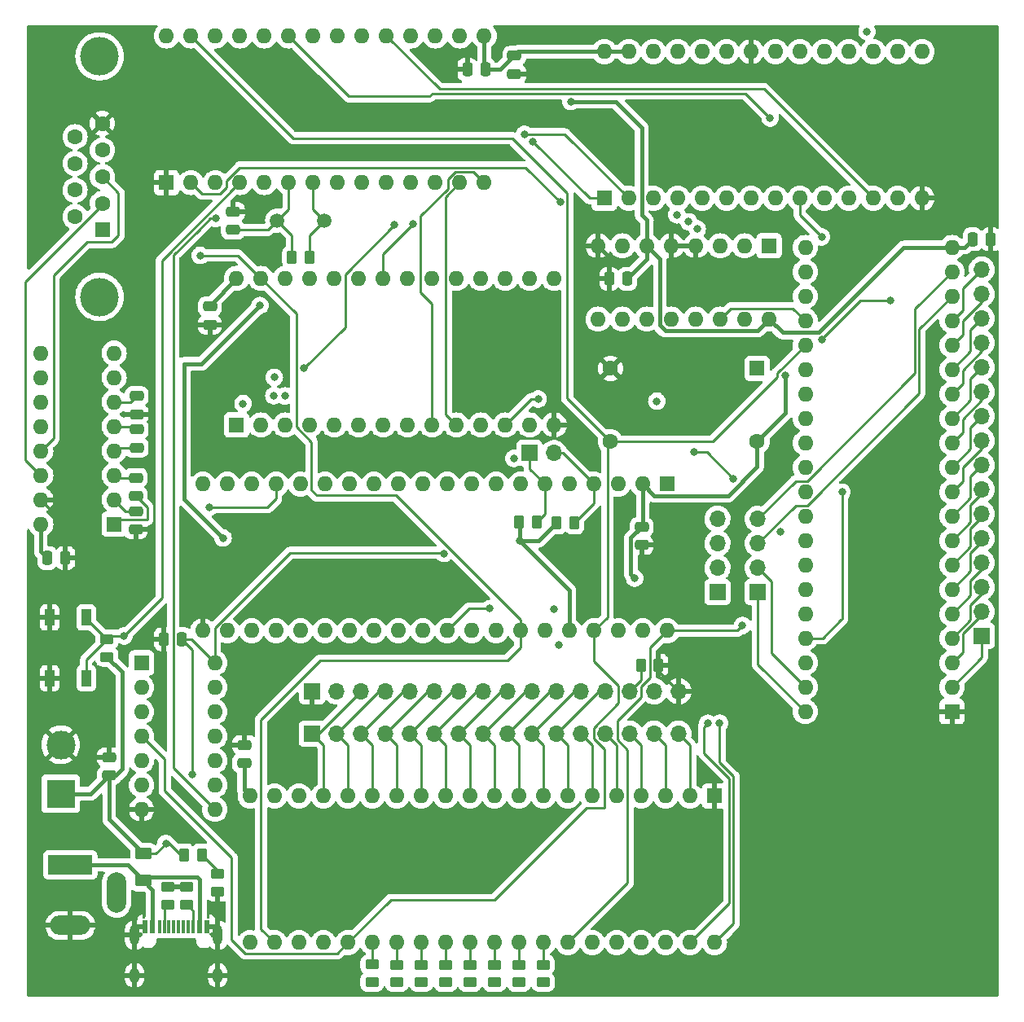
<source format=gbr>
%TF.GenerationSoftware,KiCad,Pcbnew,6.0.10-86aedd382b~118~ubuntu22.10.1*%
%TF.CreationDate,2023-07-04T19:59:13-07:00*%
%TF.ProjectId,6502v2,36353032-7632-42e6-9b69-6361645f7063,rev?*%
%TF.SameCoordinates,Original*%
%TF.FileFunction,Copper,L1,Top*%
%TF.FilePolarity,Positive*%
%FSLAX46Y46*%
G04 Gerber Fmt 4.6, Leading zero omitted, Abs format (unit mm)*
G04 Created by KiCad (PCBNEW 6.0.10-86aedd382b~118~ubuntu22.10.1) date 2023-07-04 19:59:13*
%MOMM*%
%LPD*%
G01*
G04 APERTURE LIST*
G04 Aperture macros list*
%AMRoundRect*
0 Rectangle with rounded corners*
0 $1 Rounding radius*
0 $2 $3 $4 $5 $6 $7 $8 $9 X,Y pos of 4 corners*
0 Add a 4 corners polygon primitive as box body*
4,1,4,$2,$3,$4,$5,$6,$7,$8,$9,$2,$3,0*
0 Add four circle primitives for the rounded corners*
1,1,$1+$1,$2,$3*
1,1,$1+$1,$4,$5*
1,1,$1+$1,$6,$7*
1,1,$1+$1,$8,$9*
0 Add four rect primitives between the rounded corners*
20,1,$1+$1,$2,$3,$4,$5,0*
20,1,$1+$1,$4,$5,$6,$7,0*
20,1,$1+$1,$6,$7,$8,$9,0*
20,1,$1+$1,$8,$9,$2,$3,0*%
G04 Aperture macros list end*
%TA.AperFunction,SMDPad,CuDef*%
%ADD10RoundRect,0.250000X0.450000X-0.262500X0.450000X0.262500X-0.450000X0.262500X-0.450000X-0.262500X0*%
%TD*%
%TA.AperFunction,SMDPad,CuDef*%
%ADD11RoundRect,0.250000X0.250000X0.475000X-0.250000X0.475000X-0.250000X-0.475000X0.250000X-0.475000X0*%
%TD*%
%TA.AperFunction,ComponentPad*%
%ADD12C,1.500000*%
%TD*%
%TA.AperFunction,SMDPad,CuDef*%
%ADD13RoundRect,0.250000X0.475000X-0.250000X0.475000X0.250000X-0.475000X0.250000X-0.475000X-0.250000X0*%
%TD*%
%TA.AperFunction,SMDPad,CuDef*%
%ADD14RoundRect,0.250000X-0.475000X0.250000X-0.475000X-0.250000X0.475000X-0.250000X0.475000X0.250000X0*%
%TD*%
%TA.AperFunction,ComponentPad*%
%ADD15R,1.700000X1.700000*%
%TD*%
%TA.AperFunction,ComponentPad*%
%ADD16O,1.700000X1.700000*%
%TD*%
%TA.AperFunction,SMDPad,CuDef*%
%ADD17RoundRect,0.250000X-0.262500X-0.450000X0.262500X-0.450000X0.262500X0.450000X-0.262500X0.450000X0*%
%TD*%
%TA.AperFunction,ComponentPad*%
%ADD18R,1.600000X1.600000*%
%TD*%
%TA.AperFunction,ComponentPad*%
%ADD19O,1.600000X1.600000*%
%TD*%
%TA.AperFunction,SMDPad,CuDef*%
%ADD20RoundRect,0.250000X-0.450000X0.262500X-0.450000X-0.262500X0.450000X-0.262500X0.450000X0.262500X0*%
%TD*%
%TA.AperFunction,SMDPad,CuDef*%
%ADD21RoundRect,0.250000X0.262500X0.450000X-0.262500X0.450000X-0.262500X-0.450000X0.262500X-0.450000X0*%
%TD*%
%TA.AperFunction,SMDPad,CuDef*%
%ADD22R,0.600000X1.450000*%
%TD*%
%TA.AperFunction,SMDPad,CuDef*%
%ADD23R,0.300000X1.450000*%
%TD*%
%TA.AperFunction,ComponentPad*%
%ADD24O,1.000000X2.100000*%
%TD*%
%TA.AperFunction,ComponentPad*%
%ADD25O,1.000000X1.600000*%
%TD*%
%TA.AperFunction,SMDPad,CuDef*%
%ADD26RoundRect,0.250000X0.625000X-0.375000X0.625000X0.375000X-0.625000X0.375000X-0.625000X-0.375000X0*%
%TD*%
%TA.AperFunction,ComponentPad*%
%ADD27R,3.000000X3.000000*%
%TD*%
%TA.AperFunction,ComponentPad*%
%ADD28C,3.000000*%
%TD*%
%TA.AperFunction,SMDPad,CuDef*%
%ADD29RoundRect,0.250000X-0.250000X-0.475000X0.250000X-0.475000X0.250000X0.475000X-0.250000X0.475000X0*%
%TD*%
%TA.AperFunction,ComponentPad*%
%ADD30R,4.600000X2.000000*%
%TD*%
%TA.AperFunction,ComponentPad*%
%ADD31O,4.200000X2.000000*%
%TD*%
%TA.AperFunction,ComponentPad*%
%ADD32O,2.000000X4.200000*%
%TD*%
%TA.AperFunction,ComponentPad*%
%ADD33C,1.600000*%
%TD*%
%TA.AperFunction,ComponentPad*%
%ADD34C,4.000000*%
%TD*%
%TA.AperFunction,SMDPad,CuDef*%
%ADD35R,1.000000X1.700000*%
%TD*%
%TA.AperFunction,ViaPad*%
%ADD36C,0.800000*%
%TD*%
%TA.AperFunction,Conductor*%
%ADD37C,0.250000*%
%TD*%
%TA.AperFunction,Conductor*%
%ADD38C,0.400000*%
%TD*%
G04 APERTURE END LIST*
D10*
%TO.P,D14,1,K*%
%TO.N,Net-(D14-Pad1)*%
X69450000Y-126262500D03*
%TO.P,D14,2,A*%
%TO.N,/D6*%
X69450000Y-124437500D03*
%TD*%
D11*
%TO.P,C10,1*%
%TO.N,+5V*%
X47075000Y-90600000D03*
%TO.P,C10,2*%
%TO.N,GND*%
X45175000Y-90600000D03*
%TD*%
D12*
%TO.P,1.8432 Mh,1,1*%
%TO.N,Net-(R33-Pad2)*%
X61875000Y-47075000D03*
%TO.P,1.8432 Mh,2,2*%
%TO.N,Net-(C15-Pad1)*%
X56995000Y-47075000D03*
%TD*%
D10*
%TO.P,D16,1,K*%
%TO.N,Net-(D16-Pad1)*%
X66850000Y-126250000D03*
%TO.P,D16,2,A*%
%TO.N,/D7*%
X66850000Y-124425000D03*
%TD*%
%TO.P,D4,1,K*%
%TO.N,Net-(D4-Pad1)*%
X82130000Y-126265000D03*
%TO.P,D4,2,A*%
%TO.N,/D1*%
X82130000Y-124440000D03*
%TD*%
D13*
%TO.P,C8,1*%
%TO.N,+5V*%
X39525000Y-104750000D03*
%TO.P,C8,2*%
%TO.N,GND*%
X39525000Y-102850000D03*
%TD*%
D10*
%TO.P,D12,1,K*%
%TO.N,Net-(D12-Pad1)*%
X71975000Y-126262500D03*
%TO.P,D12,2,A*%
%TO.N,/D5*%
X71975000Y-124437500D03*
%TD*%
D14*
%TO.P,C14,1*%
%TO.N,Net-(C14-Pad1)*%
X42300000Y-77300000D03*
%TO.P,C14,2*%
%TO.N,GND*%
X42300000Y-79200000D03*
%TD*%
D15*
%TO.P,GPIO,1,Pin_1*%
%TO.N,/VIA/LCD PB7*%
X60600000Y-100425000D03*
D16*
%TO.P,GPIO,2,Pin_2*%
%TO.N,/VIA/LCD PB6*%
X63140000Y-100425000D03*
%TO.P,GPIO,3,Pin_3*%
%TO.N,/VIA/LCD PB5*%
X65680000Y-100425000D03*
%TO.P,GPIO,4,Pin_4*%
%TO.N,/VIA/LCD PB4*%
X68220000Y-100425000D03*
%TO.P,GPIO,5,Pin_5*%
%TO.N,/VIA/LCD PB3*%
X70760000Y-100425000D03*
%TO.P,GPIO,6,Pin_6*%
%TO.N,/VIA/LCD PB2*%
X73300000Y-100425000D03*
%TO.P,GPIO,7,Pin_7*%
%TO.N,/VIA/LCD PB1*%
X75840000Y-100425000D03*
%TO.P,GPIO,8,Pin_8*%
%TO.N,/VIA/LCD PB0*%
X78380000Y-100425000D03*
%TO.P,GPIO,9,Pin_9*%
%TO.N,/VIA/LCD PA7*%
X80920000Y-100425000D03*
%TO.P,GPIO,10,Pin_10*%
%TO.N,/VIA/LCD PA6*%
X83460000Y-100425000D03*
%TO.P,GPIO,11,Pin_11*%
%TO.N,/VIA/LCD PA5*%
X86000000Y-100425000D03*
%TO.P,GPIO,12,Pin_12*%
%TO.N,/VIA/LCD PA4*%
X88540000Y-100425000D03*
%TO.P,GPIO,13,Pin_13*%
%TO.N,/VIA/LCD PA3*%
X91080000Y-100425000D03*
%TO.P,GPIO,14,Pin_14*%
%TO.N,/VIA/LCD PA2*%
X93620000Y-100425000D03*
%TO.P,GPIO,15,Pin_15*%
%TO.N,/VIA/LCD PA1*%
X96160000Y-100425000D03*
%TO.P,GPIO,16,Pin_16*%
%TO.N,/VIA/LCD PA0*%
X98700000Y-100425000D03*
%TD*%
D13*
%TO.P,C11,1*%
%TO.N,Net-(C11-Pad1)*%
X42300000Y-75700000D03*
%TO.P,C11,2*%
%TO.N,Net-(C11-Pad2)*%
X42300000Y-73800000D03*
%TD*%
%TO.P,C15,1*%
%TO.N,Net-(C15-Pad1)*%
X52400000Y-48050000D03*
%TO.P,C15,2*%
%TO.N,GND*%
X52400000Y-46150000D03*
%TD*%
D15*
%TO.P,NMI,1,Pin_1*%
%TO.N,/CPU/NMI*%
X83225000Y-71250000D03*
D16*
%TO.P,NMI,2,Pin_2*%
%TO.N,/IRQ*%
X85765000Y-71250000D03*
%TD*%
D17*
%TO.P,R30,1*%
%TO.N,+5V*%
X86037500Y-78500000D03*
%TO.P,R30,2*%
%TO.N,/IRQ*%
X87862500Y-78500000D03*
%TD*%
D14*
%TO.P,C13,1*%
%TO.N,Net-(C13-Pad1)*%
X42400000Y-65300000D03*
%TO.P,C13,2*%
%TO.N,GND*%
X42400000Y-67200000D03*
%TD*%
D18*
%TO.P,65C22,1,VSS*%
%TO.N,GND*%
X102450000Y-106900000D03*
D19*
%TO.P,65C22,2,PA0*%
%TO.N,/VIA/LCD PA0*%
X99910000Y-106900000D03*
%TO.P,65C22,3,PA1*%
%TO.N,/VIA/LCD PA1*%
X97370000Y-106900000D03*
%TO.P,65C22,4,PA2*%
%TO.N,/VIA/LCD PA2*%
X94830000Y-106900000D03*
%TO.P,65C22,5,PA3*%
%TO.N,/VIA/LCD PA3*%
X92290000Y-106900000D03*
%TO.P,65C22,6,PA4*%
%TO.N,/VIA/LCD PA4*%
X89750000Y-106900000D03*
%TO.P,65C22,7,PA5*%
%TO.N,/VIA/LCD PA5*%
X87210000Y-106900000D03*
%TO.P,65C22,8,PA6*%
%TO.N,/VIA/LCD PA6*%
X84670000Y-106900000D03*
%TO.P,65C22,9,PA7*%
%TO.N,/VIA/LCD PA7*%
X82130000Y-106900000D03*
%TO.P,65C22,10,PB0*%
%TO.N,/VIA/LCD PB0*%
X79590000Y-106900000D03*
%TO.P,65C22,11,PB1*%
%TO.N,/VIA/LCD PB1*%
X77050000Y-106900000D03*
%TO.P,65C22,12,PB2*%
%TO.N,/VIA/LCD PB2*%
X74510000Y-106900000D03*
%TO.P,65C22,13,PB3*%
%TO.N,/VIA/LCD PB3*%
X71970000Y-106900000D03*
%TO.P,65C22,14,PB4*%
%TO.N,/VIA/LCD PB4*%
X69430000Y-106900000D03*
%TO.P,65C22,15,PB5*%
%TO.N,/VIA/LCD PB5*%
X66890000Y-106900000D03*
%TO.P,65C22,16,PB6*%
%TO.N,/VIA/LCD PB6*%
X64350000Y-106900000D03*
%TO.P,65C22,17,PB7*%
%TO.N,/VIA/LCD PB7*%
X61810000Y-106900000D03*
%TO.P,65C22,18,CB1*%
%TO.N,/VIA/LCD CB1*%
X59270000Y-106900000D03*
%TO.P,65C22,19,CB2*%
%TO.N,/VIA/LCD CB2*%
X56730000Y-106900000D03*
%TO.P,65C22,20,VCC*%
%TO.N,+5V*%
X54190000Y-106900000D03*
%TO.P,65C22,21,~{IRQ}*%
%TO.N,unconnected-(U6-Pad21)*%
X54190000Y-122140000D03*
%TO.P,65C22,22,R/~{W}*%
%TO.N,/R{slash}W*%
X56730000Y-122140000D03*
%TO.P,65C22,23,~{CS2}*%
%TO.N,/I{slash}O ~{Enable}*%
X59270000Y-122140000D03*
%TO.P,65C22,24,CS1*%
%TO.N,/LCD C22 Enable*%
X61810000Y-122140000D03*
%TO.P,65C22,25,\u03D52*%
%TO.N,/Clk*%
X64350000Y-122140000D03*
%TO.P,65C22,26,D7*%
%TO.N,/D7*%
X66890000Y-122140000D03*
%TO.P,65C22,27,D6*%
%TO.N,/D6*%
X69430000Y-122140000D03*
%TO.P,65C22,28,D5*%
%TO.N,/D5*%
X71970000Y-122140000D03*
%TO.P,65C22,29,D4*%
%TO.N,/D4*%
X74510000Y-122140000D03*
%TO.P,65C22,30,D3*%
%TO.N,/D3*%
X77050000Y-122140000D03*
%TO.P,65C22,31,D2*%
%TO.N,/D2*%
X79590000Y-122140000D03*
%TO.P,65C22,32,D1*%
%TO.N,/D1*%
X82130000Y-122140000D03*
%TO.P,65C22,33,D0*%
%TO.N,/D0*%
X84670000Y-122140000D03*
%TO.P,65C22,34,~{RES}*%
%TO.N,/Reset*%
X87210000Y-122140000D03*
%TO.P,65C22,35,RS3*%
%TO.N,/A3*%
X89750000Y-122140000D03*
%TO.P,65C22,36,RS2*%
%TO.N,/A2*%
X92290000Y-122140000D03*
%TO.P,65C22,37,RS1*%
%TO.N,/A1*%
X94830000Y-122140000D03*
%TO.P,65C22,38,RS0*%
%TO.N,/A0*%
X97370000Y-122140000D03*
%TO.P,65C22,39,CA2*%
%TO.N,/VIA/LCD CA2*%
X99910000Y-122140000D03*
%TO.P,65C22,40,CA1*%
%TO.N,/VIA/LCD CA1*%
X102450000Y-122140000D03*
%TD*%
D20*
%TO.P,R3,1*%
%TO.N,N/C*%
X50800000Y-115015000D03*
%TO.P,R3,2*%
%TO.N,GND*%
X50800000Y-116840000D03*
%TD*%
D10*
%TO.P,R31,1*%
%TO.N,+5V*%
X39300000Y-92425000D03*
%TO.P,R31,2*%
%TO.N,/Reset*%
X39300000Y-90600000D03*
%TD*%
D11*
%TO.P,C1,1*%
%TO.N,+5V*%
X78650000Y-31375000D03*
%TO.P,C1,2*%
%TO.N,GND*%
X76750000Y-31375000D03*
%TD*%
%TO.P,C6,1*%
%TO.N,+5V*%
X93400000Y-53125000D03*
%TO.P,C6,2*%
%TO.N,GND*%
X91500000Y-53125000D03*
%TD*%
D21*
%TO.P,D1,1,K*%
%TO.N,N/C*%
X49172500Y-113030000D03*
%TO.P,D1,2,A*%
%TO.N,+5V*%
X47347500Y-113030000D03*
%TD*%
D10*
%TO.P,D2,1,K*%
%TO.N,Net-(D2-Pad1)*%
X84650000Y-126262500D03*
%TO.P,D2,2,A*%
%TO.N,/D0*%
X84650000Y-124437500D03*
%TD*%
D15*
%TO.P,J8,1,Pin_1*%
%TO.N,/VIA/LCD CA1*%
X102750000Y-85700000D03*
D16*
%TO.P,J8,2,Pin_2*%
%TO.N,/VIA/LCD CA2*%
X102750000Y-83160000D03*
%TO.P,J8,3,Pin_3*%
%TO.N,/VIA/LCD CB1*%
X102750000Y-80620000D03*
%TO.P,J8,4,Pin_4*%
%TO.N,/VIA/LCD CB2*%
X102750000Y-78080000D03*
%TD*%
D22*
%TO.P,USB1,1,GND*%
%TO.N,GND*%
X43275000Y-120455000D03*
%TO.P,USB1,2,VBUS*%
%TO.N,VCC*%
X44050000Y-120455000D03*
D23*
%TO.P,USB1,3,SBU2*%
%TO.N,unconnected-(USB1-Pad3)*%
X44750000Y-120455000D03*
%TO.P,USB1,4,CC1*%
%TO.N,Net-(R1-Pad1)*%
X45250000Y-120455000D03*
%TO.P,USB1,5,DN2*%
%TO.N,unconnected-(USB1-Pad5)*%
X45750000Y-120455000D03*
%TO.P,USB1,6,DP1*%
%TO.N,unconnected-(USB1-Pad6)*%
X46250000Y-120455000D03*
%TO.P,USB1,7,DN1*%
%TO.N,unconnected-(USB1-Pad7)*%
X46750000Y-120455000D03*
%TO.P,USB1,8,DP2*%
%TO.N,unconnected-(USB1-Pad8)*%
X47250000Y-120455000D03*
%TO.P,USB1,9,SBU1*%
%TO.N,unconnected-(USB1-Pad9)*%
X47750000Y-120455000D03*
%TO.P,USB1,10,CC2*%
%TO.N,Net-(R2-Pad1)*%
X48250000Y-120455000D03*
D22*
%TO.P,USB1,11,VBUS*%
%TO.N,VCC*%
X48950000Y-120455000D03*
%TO.P,USB1,12,GND*%
%TO.N,GND*%
X49725000Y-120455000D03*
D24*
%TO.P,USB1,13,SHIELD*%
X50820000Y-121370000D03*
X42180000Y-121370000D03*
D25*
X42180000Y-125550000D03*
X50820000Y-125550000D03*
%TD*%
D14*
%TO.P,C4,1*%
%TO.N,+5V*%
X94875000Y-78925000D03*
%TO.P,C4,2*%
%TO.N,GND*%
X94875000Y-80825000D03*
%TD*%
D26*
%TO.P,Fuse,1*%
%TO.N,VCC*%
X43100000Y-115700000D03*
%TO.P,Fuse,2*%
%TO.N,+5V*%
X43100000Y-112900000D03*
%TD*%
D15*
%TO.P,LCD Header,1,Pin_1*%
%TO.N,GND*%
X60623000Y-96022000D03*
D16*
%TO.P,LCD Header,2,Pin_2*%
%TO.N,+5V*%
X63163000Y-96022000D03*
%TO.P,LCD Header,3,Pin_3*%
%TO.N,/VIA/LCD PB7*%
X65703000Y-96022000D03*
%TO.P,LCD Header,4,Pin_4*%
%TO.N,/VIA/LCD PB6*%
X68243000Y-96022000D03*
%TO.P,LCD Header,5,Pin_5*%
%TO.N,/VIA/LCD PB5*%
X70783000Y-96022000D03*
%TO.P,LCD Header,6,Pin_6*%
%TO.N,/VIA/LCD PB4*%
X73323000Y-96022000D03*
%TO.P,LCD Header,7,Pin_7*%
%TO.N,/VIA/LCD PB3*%
X75863000Y-96022000D03*
%TO.P,LCD Header,8,Pin_8*%
%TO.N,/VIA/LCD PB2*%
X78403000Y-96022000D03*
%TO.P,LCD Header,9,Pin_9*%
%TO.N,/VIA/LCD PB1*%
X80943000Y-96022000D03*
%TO.P,LCD Header,10,Pin_10*%
%TO.N,/VIA/LCD PB0*%
X83483000Y-96022000D03*
%TO.P,LCD Header,11,Pin_11*%
%TO.N,/VIA/LCD PA7*%
X86023000Y-96022000D03*
%TO.P,LCD Header,12,Pin_12*%
%TO.N,/VIA/LCD PA6*%
X88563000Y-96022000D03*
%TO.P,LCD Header,13,Pin_13*%
%TO.N,/VIA/LCD PA5*%
X91103000Y-96022000D03*
%TO.P,LCD Header,14,Pin_14*%
%TO.N,Net-(J7-Pad14)*%
X93643000Y-96022000D03*
%TO.P,LCD Header,15,Pin_15*%
%TO.N,+5V*%
X96183000Y-96022000D03*
%TO.P,LCD Header,16,Pin_16*%
%TO.N,GND*%
X98723000Y-96022000D03*
%TD*%
D18*
%TO.P,74HC00,1*%
%TO.N,unconnected-(U1-Pad1)*%
X42900000Y-93050000D03*
D19*
%TO.P,74HC00,2*%
%TO.N,unconnected-(U1-Pad2)*%
X42900000Y-95590000D03*
%TO.P,74HC00,3*%
%TO.N,unconnected-(U1-Pad3)*%
X42900000Y-98130000D03*
%TO.P,74HC00,4*%
%TO.N,/Clk*%
X42900000Y-100670000D03*
%TO.P,74HC00,5*%
%TO.N,/~{A15}*%
X42900000Y-103210000D03*
%TO.P,74HC00,6*%
%TO.N,/RAM ~{CS}*%
X42900000Y-105750000D03*
%TO.P,74HC00,7,GND*%
%TO.N,GND*%
X42900000Y-108290000D03*
%TO.P,74HC00,8*%
%TO.N,/I{slash}O ~{Enable}*%
X50520000Y-108290000D03*
%TO.P,74HC00,9*%
%TO.N,/A14*%
X50520000Y-105750000D03*
%TO.P,74HC00,10*%
%TO.N,/~{A15}*%
X50520000Y-103210000D03*
%TO.P,74HC00,11*%
X50520000Y-100670000D03*
%TO.P,74HC00,12*%
%TO.N,/A15*%
X50520000Y-98130000D03*
%TO.P,74HC00,13*%
X50520000Y-95590000D03*
%TO.P,74HC00,14,VCC*%
%TO.N,+5V*%
X50520000Y-93050000D03*
%TD*%
D13*
%TO.P,C12,1*%
%TO.N,Net-(C12-Pad1)*%
X42400000Y-70700000D03*
%TO.P,C12,2*%
%TO.N,Net-(C12-Pad2)*%
X42400000Y-68800000D03*
%TD*%
D17*
%TO.P,R32,1*%
%TO.N,Net-(J7-Pad14)*%
X94800000Y-93300000D03*
%TO.P,R32,2*%
%TO.N,GND*%
X96625000Y-93300000D03*
%TD*%
D27*
%TO.P,J1,1,Pin_1*%
%TO.N,+5V*%
X34500000Y-106650000D03*
D28*
%TO.P,J1,2,Pin_2*%
%TO.N,GND*%
X34500000Y-101570000D03*
%TD*%
D29*
%TO.P,C9,1*%
%TO.N,+5V*%
X129275000Y-49025000D03*
%TO.P,C9,2*%
%TO.N,GND*%
X131175000Y-49025000D03*
%TD*%
D10*
%TO.P,D8,1,K*%
%TO.N,Net-(D8-Pad1)*%
X77040000Y-126265000D03*
%TO.P,D8,2,A*%
%TO.N,/D3*%
X77040000Y-124440000D03*
%TD*%
D14*
%TO.P,C3,1*%
%TO.N,+5V*%
X81650000Y-29925000D03*
%TO.P,C3,2*%
%TO.N,GND*%
X81650000Y-31825000D03*
%TD*%
D30*
%TO.P,5v,1*%
%TO.N,VCC*%
X35500000Y-114050000D03*
D31*
%TO.P,5v,2*%
%TO.N,GND*%
X35500000Y-120350000D03*
D32*
%TO.P,5v,3*%
%TO.N,N/C*%
X40300000Y-116950000D03*
%TD*%
D18*
%TO.P,RAM,1,A14*%
%TO.N,/A14*%
X52775000Y-68325000D03*
D19*
%TO.P,RAM,2,A12*%
%TO.N,/A12*%
X55315000Y-68325000D03*
%TO.P,RAM,3,A7*%
%TO.N,/A7*%
X57855000Y-68325000D03*
%TO.P,RAM,4,A6*%
%TO.N,/A6*%
X60395000Y-68325000D03*
%TO.P,RAM,5,A5*%
%TO.N,/A5*%
X62935000Y-68325000D03*
%TO.P,RAM,6,A4*%
%TO.N,/A4*%
X65475000Y-68325000D03*
%TO.P,RAM,7,A3*%
%TO.N,/A3*%
X68015000Y-68325000D03*
%TO.P,RAM,8,A2*%
%TO.N,/A2*%
X70555000Y-68325000D03*
%TO.P,RAM,9,A1*%
%TO.N,/A1*%
X73095000Y-68325000D03*
%TO.P,RAM,10,A0*%
%TO.N,/A0*%
X75635000Y-68325000D03*
%TO.P,RAM,11,Q0*%
%TO.N,/D0*%
X78175000Y-68325000D03*
%TO.P,RAM,12,Q1*%
%TO.N,/D1*%
X80715000Y-68325000D03*
%TO.P,RAM,13,Q2*%
%TO.N,/D2*%
X83255000Y-68325000D03*
%TO.P,RAM,14,GND*%
%TO.N,GND*%
X85795000Y-68325000D03*
%TO.P,RAM,15,Q3*%
%TO.N,/D3*%
X85795000Y-53085000D03*
%TO.P,RAM,16,Q4*%
%TO.N,/D4*%
X83255000Y-53085000D03*
%TO.P,RAM,17,Q5*%
%TO.N,/D5*%
X80715000Y-53085000D03*
%TO.P,RAM,18,Q6*%
%TO.N,/D6*%
X78175000Y-53085000D03*
%TO.P,RAM,19,Q7*%
%TO.N,/D7*%
X75635000Y-53085000D03*
%TO.P,RAM,20,~{CS}*%
%TO.N,/RAM ~{CS}*%
X73095000Y-53085000D03*
%TO.P,RAM,21,A10*%
%TO.N,/A10*%
X70555000Y-53085000D03*
%TO.P,RAM,22,~{OE}*%
%TO.N,/A14*%
X68015000Y-53085000D03*
%TO.P,RAM,23,A11*%
%TO.N,/A11*%
X65475000Y-53085000D03*
%TO.P,RAM,24,A9*%
%TO.N,/A9*%
X62935000Y-53085000D03*
%TO.P,RAM,25,A8*%
%TO.N,/A8*%
X60395000Y-53085000D03*
%TO.P,RAM,26,A13*%
%TO.N,/A13*%
X57855000Y-53085000D03*
%TO.P,RAM,27,~{WE}*%
%TO.N,/R{slash}W*%
X55315000Y-53085000D03*
%TO.P,RAM,28,VCC*%
%TO.N,+5V*%
X52775000Y-53085000D03*
%TD*%
D29*
%TO.P,C2,1*%
%TO.N,+5V*%
X33100000Y-82150000D03*
%TO.P,C2,2*%
%TO.N,GND*%
X35000000Y-82150000D03*
%TD*%
D18*
%TO.P,65C51,1,VSS*%
%TO.N,GND*%
X45500000Y-43125000D03*
D19*
%TO.P,65C51,2,CS1*%
%TO.N,/Serial Enable*%
X48040000Y-43125000D03*
%TO.P,65C51,3,~{CS2}*%
%TO.N,/I{slash}O ~{Enable}*%
X50580000Y-43125000D03*
%TO.P,65C51,4,~{RES}*%
%TO.N,/Reset*%
X53120000Y-43125000D03*
%TO.P,65C51,5,RxC*%
%TO.N,unconnected-(U8-Pad5)*%
X55660000Y-43125000D03*
%TO.P,65C51,6,XTAL1*%
%TO.N,Net-(C15-Pad1)*%
X58200000Y-43125000D03*
%TO.P,65C51,7,XTAL2*%
%TO.N,Net-(R33-Pad2)*%
X60740000Y-43125000D03*
%TO.P,65C51,8,~{RTS}*%
%TO.N,unconnected-(U8-Pad8)*%
X63280000Y-43125000D03*
%TO.P,65C51,9,~{CTS}*%
%TO.N,unconnected-(U8-Pad9)*%
X65820000Y-43125000D03*
%TO.P,65C51,10,TxD*%
%TO.N,/Serial/T1IN*%
X68360000Y-43125000D03*
%TO.P,65C51,11,~{DTR}*%
%TO.N,unconnected-(U8-Pad11)*%
X70900000Y-43125000D03*
%TO.P,65C51,12,RxD*%
%TO.N,/Serial/R1OUT*%
X73440000Y-43125000D03*
%TO.P,65C51,13,RS0*%
%TO.N,/A0*%
X75980000Y-43125000D03*
%TO.P,65C51,14,RS1*%
%TO.N,/A1*%
X78520000Y-43125000D03*
%TO.P,65C51,15,VCC*%
%TO.N,+5V*%
X78520000Y-27885000D03*
%TO.P,65C51,16,~{DCD}*%
%TO.N,unconnected-(U8-Pad16)*%
X75980000Y-27885000D03*
%TO.P,65C51,17,~{DSR}*%
%TO.N,unconnected-(U8-Pad17)*%
X73440000Y-27885000D03*
%TO.P,65C51,18,D0*%
%TO.N,/D0*%
X70900000Y-27885000D03*
%TO.P,65C51,19,D1*%
%TO.N,/D1*%
X68360000Y-27885000D03*
%TO.P,65C51,20,D2*%
%TO.N,/D2*%
X65820000Y-27885000D03*
%TO.P,65C51,21,D3*%
%TO.N,/D3*%
X63280000Y-27885000D03*
%TO.P,65C51,22,D4*%
%TO.N,/D4*%
X60740000Y-27885000D03*
%TO.P,65C51,23,D5*%
%TO.N,/D5*%
X58200000Y-27885000D03*
%TO.P,65C51,24,D6*%
%TO.N,/D6*%
X55660000Y-27885000D03*
%TO.P,65C51,25,D7*%
%TO.N,/D7*%
X53120000Y-27885000D03*
%TO.P,65C51,26,~{IRQ}*%
%TO.N,unconnected-(U8-Pad26)*%
X50580000Y-27885000D03*
%TO.P,65C51,27,\u03D52*%
%TO.N,/Clk*%
X48040000Y-27885000D03*
%TO.P,65C51,28,R/~{W}*%
%TO.N,/R{slash}W*%
X45500000Y-27885000D03*
%TD*%
D18*
%TO.P,1Mh,1,NC*%
%TO.N,unconnected-(X1-Pad1)*%
X106870000Y-62440000D03*
D33*
%TO.P,1Mh,7,GND*%
%TO.N,GND*%
X91630000Y-62440000D03*
%TO.P,1Mh,8,OUT*%
%TO.N,/Clk*%
X91630000Y-70060000D03*
%TO.P,1Mh,14,Vcc*%
%TO.N,+5V*%
X106870000Y-70060000D03*
%TD*%
D10*
%TO.P,R1,1*%
%TO.N,Net-(R1-Pad1)*%
X45650000Y-118187500D03*
%TO.P,R1,2*%
%TO.N,GND*%
X45650000Y-116362500D03*
%TD*%
D18*
%TO.P,74HC238,1,A0*%
%TO.N,/A4*%
X108125000Y-49700000D03*
D19*
%TO.P,74HC238,2,A1*%
%TO.N,/A5*%
X105585000Y-49700000D03*
%TO.P,74HC238,3,A2*%
%TO.N,/A6*%
X103045000Y-49700000D03*
%TO.P,74HC238,4,~{E1}*%
%TO.N,GND*%
X100505000Y-49700000D03*
%TO.P,74HC238,5,~{E2}*%
X97965000Y-49700000D03*
%TO.P,74HC238,6,E3*%
%TO.N,+5V*%
X95425000Y-49700000D03*
%TO.P,74HC238,7,Y7*%
%TO.N,unconnected-(U2-Pad7)*%
X92885000Y-49700000D03*
%TO.P,74HC238,8,GND*%
%TO.N,GND*%
X90345000Y-49700000D03*
%TO.P,74HC238,9,Y6*%
%TO.N,unconnected-(U2-Pad9)*%
X90345000Y-57320000D03*
%TO.P,74HC238,10,Y5*%
%TO.N,unconnected-(U2-Pad10)*%
X92885000Y-57320000D03*
%TO.P,74HC238,11,Y4*%
%TO.N,/Serial Enable*%
X95425000Y-57320000D03*
%TO.P,74HC238,12,Y3*%
%TO.N,unconnected-(U2-Pad12)*%
X97965000Y-57320000D03*
%TO.P,74HC238,13,Y2*%
%TO.N,/LCD C22 Enable*%
X100505000Y-57320000D03*
%TO.P,74HC238,14,Y1*%
%TO.N,/C22 Enable*%
X103045000Y-57320000D03*
%TO.P,74HC238,15,Y0*%
%TO.N,unconnected-(U2-Pad15)*%
X105585000Y-57320000D03*
%TO.P,74HC238,16,VCC*%
%TO.N,+5V*%
X108125000Y-57320000D03*
%TD*%
D14*
%TO.P,C7,1*%
%TO.N,+5V*%
X50000000Y-56000000D03*
%TO.P,C7,2*%
%TO.N,GND*%
X50000000Y-57900000D03*
%TD*%
D17*
%TO.P,R33,1*%
%TO.N,Net-(C15-Pad1)*%
X58537500Y-50900000D03*
%TO.P,R33,2*%
%TO.N,Net-(R33-Pad2)*%
X60362500Y-50900000D03*
%TD*%
D13*
%TO.P,C5,1*%
%TO.N,+5V*%
X53550000Y-103475000D03*
%TO.P,C5,2*%
%TO.N,GND*%
X53550000Y-101575000D03*
%TD*%
D18*
%TO.P,65C22,1,VSS*%
%TO.N,GND*%
X127125000Y-98125000D03*
D19*
%TO.P,65C22,2,PA0*%
%TO.N,/VIA/PA0*%
X127125000Y-95585000D03*
%TO.P,65C22,3,PA1*%
%TO.N,/VIA/PA1*%
X127125000Y-93045000D03*
%TO.P,65C22,4,PA2*%
%TO.N,/VIA/PA2*%
X127125000Y-90505000D03*
%TO.P,65C22,5,PA3*%
%TO.N,/VIA/PA3*%
X127125000Y-87965000D03*
%TO.P,65C22,6,PA4*%
%TO.N,/VIA/PA4*%
X127125000Y-85425000D03*
%TO.P,65C22,7,PA5*%
%TO.N,/VIA/PA5*%
X127125000Y-82885000D03*
%TO.P,65C22,8,PA6*%
%TO.N,/VIA/PA6*%
X127125000Y-80345000D03*
%TO.P,65C22,9,PA7*%
%TO.N,/VIA/PA7*%
X127125000Y-77805000D03*
%TO.P,65C22,10,PB0*%
%TO.N,/VIA/PB0*%
X127125000Y-75265000D03*
%TO.P,65C22,11,PB1*%
%TO.N,/VIA/PB1*%
X127125000Y-72725000D03*
%TO.P,65C22,12,PB2*%
%TO.N,/VIA/PB2*%
X127125000Y-70185000D03*
%TO.P,65C22,13,PB3*%
%TO.N,/VIA/PB3*%
X127125000Y-67645000D03*
%TO.P,65C22,14,PB4*%
%TO.N,/VIA/PB4*%
X127125000Y-65105000D03*
%TO.P,65C22,15,PB5*%
%TO.N,/VIA/PB5*%
X127125000Y-62565000D03*
%TO.P,65C22,16,PB6*%
%TO.N,/VIA/PB6*%
X127125000Y-60025000D03*
%TO.P,65C22,17,PB7*%
%TO.N,/VIA/PB7*%
X127125000Y-57485000D03*
%TO.P,65C22,18,CB1*%
%TO.N,/VIA/CB1*%
X127125000Y-54945000D03*
%TO.P,65C22,19,CB2*%
%TO.N,/VIA/CB2*%
X127125000Y-52405000D03*
%TO.P,65C22,20,VCC*%
%TO.N,+5V*%
X127125000Y-49865000D03*
%TO.P,65C22,21,~{IRQ}*%
%TO.N,/IRQ*%
X111885000Y-49865000D03*
%TO.P,65C22,22,R/~{W}*%
%TO.N,/R{slash}W*%
X111885000Y-52405000D03*
%TO.P,65C22,23,~{CS2}*%
%TO.N,/I{slash}O ~{Enable}*%
X111885000Y-54945000D03*
%TO.P,65C22,24,CS1*%
%TO.N,/C22 Enable*%
X111885000Y-57485000D03*
%TO.P,65C22,25,\u03D52*%
%TO.N,/Clk*%
X111885000Y-60025000D03*
%TO.P,65C22,26,D7*%
%TO.N,/D7*%
X111885000Y-62565000D03*
%TO.P,65C22,27,D6*%
%TO.N,/D6*%
X111885000Y-65105000D03*
%TO.P,65C22,28,D5*%
%TO.N,/D5*%
X111885000Y-67645000D03*
%TO.P,65C22,29,D4*%
%TO.N,/D4*%
X111885000Y-70185000D03*
%TO.P,65C22,30,D3*%
%TO.N,/D3*%
X111885000Y-72725000D03*
%TO.P,65C22,31,D2*%
%TO.N,/D2*%
X111885000Y-75265000D03*
%TO.P,65C22,32,D1*%
%TO.N,/D1*%
X111885000Y-77805000D03*
%TO.P,65C22,33,D0*%
%TO.N,/D0*%
X111885000Y-80345000D03*
%TO.P,65C22,34,~{RES}*%
%TO.N,/Reset*%
X111885000Y-82885000D03*
%TO.P,65C22,35,RS3*%
%TO.N,/A3*%
X111885000Y-85425000D03*
%TO.P,65C22,36,RS2*%
%TO.N,/A2*%
X111885000Y-87965000D03*
%TO.P,65C22,37,RS1*%
%TO.N,/A1*%
X111885000Y-90505000D03*
%TO.P,65C22,38,RS0*%
%TO.N,/A0*%
X111885000Y-93045000D03*
%TO.P,65C22,39,CA2*%
%TO.N,/VIA/CA2*%
X111885000Y-95585000D03*
%TO.P,65C22,40,CA1*%
%TO.N,/VIA/CA1*%
X111885000Y-98125000D03*
%TD*%
D10*
%TO.P,D6,1,K*%
%TO.N,Net-(D6-Pad1)*%
X79590000Y-126265000D03*
%TO.P,D6,2,A*%
%TO.N,/D2*%
X79590000Y-124440000D03*
%TD*%
D18*
%TO.P,MAX232,1,C1+*%
%TO.N,Net-(C11-Pad1)*%
X40050000Y-78625000D03*
D19*
%TO.P,MAX232,2,VS+*%
%TO.N,Net-(C14-Pad1)*%
X40050000Y-76085000D03*
%TO.P,MAX232,3,C1-*%
%TO.N,Net-(C11-Pad2)*%
X40050000Y-73545000D03*
%TO.P,MAX232,4,C2+*%
%TO.N,Net-(C12-Pad1)*%
X40050000Y-71005000D03*
%TO.P,MAX232,5,C2-*%
%TO.N,Net-(C12-Pad2)*%
X40050000Y-68465000D03*
%TO.P,MAX232,6,VS-*%
%TO.N,Net-(C13-Pad1)*%
X40050000Y-65925000D03*
%TO.P,MAX232,7,T2OUT*%
%TO.N,unconnected-(U7-Pad7)*%
X40050000Y-63385000D03*
%TO.P,MAX232,8,R2IN*%
%TO.N,unconnected-(U7-Pad8)*%
X40050000Y-60845000D03*
%TO.P,MAX232,9,R2OUT*%
%TO.N,unconnected-(U7-Pad9)*%
X32430000Y-60845000D03*
%TO.P,MAX232,10,T2IN*%
%TO.N,unconnected-(U7-Pad10)*%
X32430000Y-63385000D03*
%TO.P,MAX232,11,T1IN*%
%TO.N,/Serial/T1IN*%
X32430000Y-65925000D03*
%TO.P,MAX232,12,R1OUT*%
%TO.N,/Serial/R1OUT*%
X32430000Y-68465000D03*
%TO.P,MAX232,13,R1IN*%
%TO.N,/Serial/R1IN*%
X32430000Y-71005000D03*
%TO.P,MAX232,14,T1OUT*%
%TO.N,/Serial/T1OUT*%
X32430000Y-73545000D03*
%TO.P,MAX232,15,GND*%
%TO.N,GND*%
X32430000Y-76085000D03*
%TO.P,MAX232,16,VCC*%
%TO.N,+5V*%
X32430000Y-78625000D03*
%TD*%
D17*
%TO.P,R29,1*%
%TO.N,+5V*%
X82125000Y-78450000D03*
%TO.P,R29,2*%
%TO.N,/CPU/NMI*%
X83950000Y-78450000D03*
%TD*%
D34*
%TO.P,J9,0*%
%TO.N,N/C*%
X38530331Y-55010000D03*
X38530331Y-30010000D03*
D18*
%TO.P,J9,1,1*%
%TO.N,unconnected-(J9-Pad1)*%
X38830331Y-48050000D03*
D33*
%TO.P,J9,2,2*%
%TO.N,/Serial/T1OUT*%
X38830331Y-45280000D03*
%TO.P,J9,3,3*%
%TO.N,/Serial/R1IN*%
X38830331Y-42510000D03*
%TO.P,J9,4,4*%
%TO.N,unconnected-(J9-Pad4)*%
X38830331Y-39740000D03*
%TO.P,J9,5,5*%
%TO.N,GND*%
X38830331Y-36970000D03*
%TO.P,J9,6,6*%
%TO.N,unconnected-(J9-Pad6)*%
X35990331Y-46665000D03*
%TO.P,J9,7,7*%
%TO.N,unconnected-(J9-Pad7)*%
X35990331Y-43895000D03*
%TO.P,J9,8,8*%
%TO.N,unconnected-(J9-Pad8)*%
X35990331Y-41125000D03*
%TO.P,J9,9,9*%
%TO.N,unconnected-(J9-Pad9)*%
X35990331Y-38355000D03*
%TD*%
D35*
%TO.P,Reset,1,1*%
%TO.N,GND*%
X33350000Y-88350000D03*
X33350000Y-94650000D03*
%TO.P,Reset,2,2*%
%TO.N,/Reset*%
X37150000Y-94650000D03*
X37150000Y-88350000D03*
%TD*%
D15*
%TO.P,GPIO,1,Pin_1*%
%TO.N,/VIA/PA0*%
X130225000Y-90250000D03*
D16*
%TO.P,GPIO,2,Pin_2*%
%TO.N,/VIA/PA1*%
X130225000Y-87710000D03*
%TO.P,GPIO,3,Pin_3*%
%TO.N,/VIA/PA2*%
X130225000Y-85170000D03*
%TO.P,GPIO,4,Pin_4*%
%TO.N,/VIA/PA3*%
X130225000Y-82630000D03*
%TO.P,GPIO,5,Pin_5*%
%TO.N,/VIA/PA4*%
X130225000Y-80090000D03*
%TO.P,GPIO,6,Pin_6*%
%TO.N,/VIA/PA5*%
X130225000Y-77550000D03*
%TO.P,GPIO,7,Pin_7*%
%TO.N,/VIA/PA6*%
X130225000Y-75010000D03*
%TO.P,GPIO,8,Pin_8*%
%TO.N,/VIA/PA7*%
X130225000Y-72470000D03*
%TO.P,GPIO,9,Pin_9*%
%TO.N,/VIA/PB0*%
X130225000Y-69930000D03*
%TO.P,GPIO,10,Pin_10*%
%TO.N,/VIA/PB1*%
X130225000Y-67390000D03*
%TO.P,GPIO,11,Pin_11*%
%TO.N,/VIA/PB2*%
X130225000Y-64850000D03*
%TO.P,GPIO,12,Pin_12*%
%TO.N,/VIA/PB3*%
X130225000Y-62310000D03*
%TO.P,GPIO,13,Pin_13*%
%TO.N,/VIA/PB4*%
X130225000Y-59770000D03*
%TO.P,GPIO,14,Pin_14*%
%TO.N,/VIA/PB5*%
X130225000Y-57230000D03*
%TO.P,GPIO,15,Pin_15*%
%TO.N,/VIA/PB6*%
X130225000Y-54690000D03*
%TO.P,GPIO,16,Pin_16*%
%TO.N,/VIA/PB7*%
X130225000Y-52150000D03*
%TD*%
D10*
%TO.P,R2,1*%
%TO.N,Net-(R2-Pad1)*%
X47600000Y-118187500D03*
%TO.P,R2,2*%
%TO.N,GND*%
X47600000Y-116362500D03*
%TD*%
D15*
%TO.P,J5,1,Pin_1*%
%TO.N,/VIA/CA1*%
X106950000Y-85700000D03*
D16*
%TO.P,J5,2,Pin_2*%
%TO.N,/VIA/CA2*%
X106950000Y-83160000D03*
%TO.P,J5,3,Pin_3*%
%TO.N,/VIA/CB1*%
X106950000Y-80620000D03*
%TO.P,J5,4,Pin_4*%
%TO.N,/VIA/CB2*%
X106950000Y-78080000D03*
%TD*%
D10*
%TO.P,D10,1,K*%
%TO.N,Net-(D10-Pad1)*%
X74510000Y-126265000D03*
%TO.P,D10,2,A*%
%TO.N,/D4*%
X74510000Y-124440000D03*
%TD*%
D18*
%TO.P,U9,1,A14*%
%TO.N,/A14*%
X91000000Y-44750000D03*
D19*
%TO.P,U9,2,A12*%
%TO.N,/A12*%
X93540000Y-44750000D03*
%TO.P,U9,3,A7*%
%TO.N,/A7*%
X96080000Y-44750000D03*
%TO.P,U9,4,A6*%
%TO.N,/A6*%
X98620000Y-44750000D03*
%TO.P,U9,5,A5*%
%TO.N,/A5*%
X101160000Y-44750000D03*
%TO.P,U9,6,A4*%
%TO.N,/A4*%
X103700000Y-44750000D03*
%TO.P,U9,7,A3*%
%TO.N,/A3*%
X106240000Y-44750000D03*
%TO.P,U9,8,A2*%
%TO.N,/A2*%
X108780000Y-44750000D03*
%TO.P,U9,9,A1*%
%TO.N,/A1*%
X111320000Y-44750000D03*
%TO.P,U9,10,A0*%
%TO.N,/A0*%
X113860000Y-44750000D03*
%TO.P,U9,11,D0*%
%TO.N,/D0*%
X116400000Y-44750000D03*
%TO.P,U9,12,D1*%
%TO.N,/D1*%
X118940000Y-44750000D03*
%TO.P,U9,13,D2*%
%TO.N,/D2*%
X121480000Y-44750000D03*
%TO.P,U9,14,GND*%
%TO.N,GND*%
X124020000Y-44750000D03*
%TO.P,U9,15,D3*%
%TO.N,/D3*%
X124020000Y-29510000D03*
%TO.P,U9,16,D4*%
%TO.N,/D4*%
X121480000Y-29510000D03*
%TO.P,U9,17,D5*%
%TO.N,/D5*%
X118940000Y-29510000D03*
%TO.P,U9,18,D6*%
%TO.N,/D6*%
X116400000Y-29510000D03*
%TO.P,U9,19,D7*%
%TO.N,/D7*%
X113860000Y-29510000D03*
%TO.P,U9,20,~{CS}*%
%TO.N,/~{A15}*%
X111320000Y-29510000D03*
%TO.P,U9,21,A10*%
%TO.N,/A10*%
X108780000Y-29510000D03*
%TO.P,U9,22,~{OE}*%
%TO.N,GND*%
X106240000Y-29510000D03*
%TO.P,U9,23,A11*%
%TO.N,/A11*%
X103700000Y-29510000D03*
%TO.P,U9,24,A9*%
%TO.N,/A9*%
X101160000Y-29510000D03*
%TO.P,U9,25,A8*%
%TO.N,/A8*%
X98620000Y-29510000D03*
%TO.P,U9,26,A13*%
%TO.N,/A13*%
X96080000Y-29510000D03*
%TO.P,U9,27,~{WE}*%
%TO.N,+5V*%
X93540000Y-29510000D03*
%TO.P,U9,28,VCC*%
X91000000Y-29510000D03*
%TD*%
D18*
%TO.P,65C02,1,~{VP}*%
%TO.N,unconnected-(U4-Pad1)*%
X97525000Y-74475000D03*
D19*
%TO.P,65C02,2,RDY*%
%TO.N,+5V*%
X94985000Y-74475000D03*
%TO.P,65C02,3,\u03D51*%
%TO.N,unconnected-(U4-Pad3)*%
X92445000Y-74475000D03*
%TO.P,65C02,4,~{IRQ}*%
%TO.N,/IRQ*%
X89905000Y-74475000D03*
%TO.P,65C02,5,~{ML}*%
%TO.N,unconnected-(U4-Pad5)*%
X87365000Y-74475000D03*
%TO.P,65C02,6,~{NMI}*%
%TO.N,/CPU/NMI*%
X84825000Y-74475000D03*
%TO.P,65C02,7,SYNC*%
%TO.N,unconnected-(U4-Pad7)*%
X82285000Y-74475000D03*
%TO.P,65C02,8,VDD*%
%TO.N,+5V*%
X79745000Y-74475000D03*
%TO.P,65C02,9,A0*%
%TO.N,/A0*%
X77205000Y-74475000D03*
%TO.P,65C02,10,A1*%
%TO.N,/A1*%
X74665000Y-74475000D03*
%TO.P,65C02,11,A2*%
%TO.N,/A2*%
X72125000Y-74475000D03*
%TO.P,65C02,12,A3*%
%TO.N,/A3*%
X69585000Y-74475000D03*
%TO.P,65C02,13,A4*%
%TO.N,/A4*%
X67045000Y-74475000D03*
%TO.P,65C02,14,A5*%
%TO.N,/A5*%
X64505000Y-74475000D03*
%TO.P,65C02,15,A6*%
%TO.N,/A6*%
X61965000Y-74475000D03*
%TO.P,65C02,16,A7*%
%TO.N,/A7*%
X59425000Y-74475000D03*
%TO.P,65C02,17,A8*%
%TO.N,/A8*%
X56885000Y-74475000D03*
%TO.P,65C02,18,A9*%
%TO.N,/A9*%
X54345000Y-74475000D03*
%TO.P,65C02,19,A10*%
%TO.N,/A10*%
X51805000Y-74475000D03*
%TO.P,65C02,20,A11*%
%TO.N,/A11*%
X49265000Y-74475000D03*
%TO.P,65C02,21,VSS*%
%TO.N,GND*%
X49265000Y-89715000D03*
%TO.P,65C02,22,A12*%
%TO.N,/A12*%
X51805000Y-89715000D03*
%TO.P,65C02,23,A13*%
%TO.N,/A13*%
X54345000Y-89715000D03*
%TO.P,65C02,24,A14*%
%TO.N,/A14*%
X56885000Y-89715000D03*
%TO.P,65C02,25,A15*%
%TO.N,/A15*%
X59425000Y-89715000D03*
%TO.P,65C02,26,D7*%
%TO.N,/D7*%
X61965000Y-89715000D03*
%TO.P,65C02,27,D6*%
%TO.N,/D6*%
X64505000Y-89715000D03*
%TO.P,65C02,28,D5*%
%TO.N,/D5*%
X67045000Y-89715000D03*
%TO.P,65C02,29,D4*%
%TO.N,/D4*%
X69585000Y-89715000D03*
%TO.P,65C02,30,D3*%
%TO.N,/D3*%
X72125000Y-89715000D03*
%TO.P,65C02,31,D2*%
%TO.N,/D2*%
X74665000Y-89715000D03*
%TO.P,65C02,32,D1*%
%TO.N,/D1*%
X77205000Y-89715000D03*
%TO.P,65C02,33,D0*%
%TO.N,/D0*%
X79745000Y-89715000D03*
%TO.P,65C02,34,R/~{W}*%
%TO.N,/R{slash}W*%
X82285000Y-89715000D03*
%TO.P,65C02,35,nc*%
%TO.N,unconnected-(U4-Pad35)*%
X84825000Y-89715000D03*
%TO.P,65C02,36,BE*%
%TO.N,+5V*%
X87365000Y-89715000D03*
%TO.P,65C02,37,\u03D50*%
%TO.N,/Clk*%
X89905000Y-89715000D03*
%TO.P,65C02,38,~{SO}*%
%TO.N,+5V*%
X92445000Y-89715000D03*
%TO.P,65C02,39,\u03D52*%
%TO.N,unconnected-(U4-Pad39)*%
X94985000Y-89715000D03*
%TO.P,65C02,40,~{RES}*%
%TO.N,/Reset*%
X97525000Y-89715000D03*
%TD*%
D36*
%TO.N,GND*%
X123750000Y-73775000D03*
X120875000Y-118925000D03*
X50475000Y-49300000D03*
X123775000Y-89175000D03*
X129050000Y-29350000D03*
X39720000Y-87150000D03*
X86325000Y-30950000D03*
X32525000Y-32400000D03*
X57900000Y-103050000D03*
X84725000Y-36000000D03*
X59800000Y-113550000D03*
X49150000Y-86440000D03*
X127975000Y-125775000D03*
X88425000Y-82800000D03*
X47650000Y-116375000D03*
X101375000Y-38625000D03*
X56125000Y-50450000D03*
X54475000Y-45250000D03*
X62600000Y-39850000D03*
X43390000Y-90370000D03*
X61570000Y-79040000D03*
X122390000Y-38490000D03*
X113040000Y-104800000D03*
X36250000Y-52225000D03*
X128000000Y-113750000D03*
X74100000Y-30625000D03*
X32475000Y-28700000D03*
X59620000Y-85480000D03*
X77875000Y-35275000D03*
X39720000Y-81690000D03*
X57950000Y-126025000D03*
X39720000Y-84000000D03*
X45650000Y-37070000D03*
X113100000Y-125775000D03*
X96800000Y-82225000D03*
X93475000Y-125725000D03*
X41575000Y-56925000D03*
X53525000Y-99850000D03*
X99600000Y-82150000D03*
X123750000Y-81350000D03*
X51650000Y-37050000D03*
X56070000Y-80150000D03*
X129200000Y-38475000D03*
X35300000Y-85290000D03*
X58870000Y-78630000D03*
%TO.N,+5V*%
X87525000Y-34700000D03*
X94150000Y-84250000D03*
X82225000Y-80375000D03*
X48210000Y-104620000D03*
X45430000Y-111840000D03*
X74350886Y-81674114D03*
X109825000Y-63150000D03*
%TO.N,Net-(D2-Pad1)*%
X84650000Y-126250000D03*
%TO.N,/D0*%
X81594500Y-71800000D03*
X109300000Y-79450000D03*
%TO.N,Net-(D4-Pad1)*%
X82150000Y-126250000D03*
%TO.N,/D1*%
X84125000Y-65625000D03*
%TO.N,/A1*%
X115700000Y-75300000D03*
X113584851Y-48770847D03*
%TO.N,Net-(D6-Pad1)*%
X79600000Y-126250000D03*
%TO.N,/D2*%
X79100000Y-87425000D03*
%TO.N,/A2*%
X85737451Y-87512951D03*
X86250000Y-91200500D03*
%TO.N,Net-(D8-Pad1)*%
X77050000Y-126250000D03*
%TO.N,/D3*%
X118300000Y-27424500D03*
%TO.N,/A3*%
X100653416Y-47924500D03*
%TO.N,Net-(D10-Pad1)*%
X74500000Y-126250000D03*
%TO.N,/A4*%
X99775000Y-47200000D03*
%TO.N,Net-(D12-Pad1)*%
X72050000Y-126250000D03*
%TO.N,/D5*%
X108225000Y-36400000D03*
%TO.N,/A5*%
X98550000Y-46475000D03*
%TO.N,Net-(D14-Pad1)*%
X69450000Y-126250000D03*
%TO.N,/D6*%
X96450000Y-65850000D03*
%TO.N,Net-(D16-Pad1)*%
X66850000Y-126250000D03*
%TO.N,/A8*%
X49925500Y-76875000D03*
%TO.N,/A9*%
X56700000Y-63375500D03*
X56650000Y-65275000D03*
%TO.N,/A10*%
X57800000Y-65300000D03*
%TO.N,/R{slash}W*%
X49000000Y-50700000D03*
%TO.N,/A12*%
X59800000Y-62400000D03*
X69200000Y-47500000D03*
X82700000Y-38100000D03*
%TO.N,/A13*%
X51374500Y-80075000D03*
X55200000Y-55900000D03*
%TO.N,/A14*%
X71150500Y-47400000D03*
X83600000Y-38850000D03*
X53450000Y-66100000D03*
%TO.N,/VIA/LCD CA1*%
X102975000Y-99325000D03*
%TO.N,/VIA/LCD CA2*%
X101759500Y-99325000D03*
%TO.N,/Reset*%
X41100000Y-90250000D03*
X105350000Y-89175000D03*
%TO.N,/I{slash}O ~{Enable}*%
X50600000Y-46850000D03*
X120725000Y-55375000D03*
X113650500Y-59411540D03*
%TO.N,/LCD C22 Enable*%
X100300000Y-71150000D03*
X104400000Y-73900000D03*
%TO.N,/Serial Enable*%
X86425500Y-45150000D03*
%TD*%
D37*
%TO.N,*%
X50800000Y-114657500D02*
X49172500Y-113030000D01*
X50800000Y-115015000D02*
X50800000Y-114657500D01*
%TO.N,Net-(C11-Pad1)*%
X43500000Y-76900000D02*
X43500000Y-78125000D01*
X43500000Y-78125000D02*
X40550000Y-78125000D01*
X40550000Y-78125000D02*
X40050000Y-78625000D01*
X42300000Y-75700000D02*
X43500000Y-76900000D01*
%TO.N,Net-(C11-Pad2)*%
X40305000Y-73800000D02*
X40050000Y-73545000D01*
X42300000Y-73800000D02*
X40305000Y-73800000D01*
%TO.N,Net-(C12-Pad1)*%
X42400000Y-70700000D02*
X40355000Y-70700000D01*
X40355000Y-70700000D02*
X40050000Y-71005000D01*
%TO.N,Net-(C12-Pad2)*%
X40050000Y-68465000D02*
X42065000Y-68465000D01*
X42065000Y-68465000D02*
X42400000Y-68800000D01*
%TO.N,Net-(C13-Pad1)*%
X41775000Y-65925000D02*
X40050000Y-65925000D01*
X42400000Y-65300000D02*
X41775000Y-65925000D01*
%TO.N,GND*%
X35000000Y-78655000D02*
X35000000Y-82150000D01*
X96625000Y-93924000D02*
X96625000Y-93300000D01*
X32430000Y-76085000D02*
X35000000Y-78655000D01*
X98723000Y-96022000D02*
X96625000Y-93924000D01*
D38*
X91500000Y-53125000D02*
X91500000Y-50855000D01*
X91500000Y-50855000D02*
X90345000Y-49700000D01*
D37*
%TO.N,Net-(C14-Pad1)*%
X41265000Y-77300000D02*
X40050000Y-76085000D01*
X42300000Y-77300000D02*
X41265000Y-77300000D01*
%TO.N,Net-(C15-Pad1)*%
X58537500Y-48617500D02*
X56995000Y-47075000D01*
X58537500Y-50900000D02*
X58537500Y-48617500D01*
X52400000Y-48050000D02*
X56020000Y-48050000D01*
X58200000Y-45870000D02*
X58200000Y-43125000D01*
X56995000Y-47075000D02*
X58200000Y-45870000D01*
X56020000Y-48050000D02*
X56995000Y-47075000D01*
D38*
%TO.N,+5V*%
X43100000Y-112900000D02*
X39525000Y-109325000D01*
X91000000Y-29510000D02*
X93540000Y-29510000D01*
X94150000Y-84250000D02*
X93750000Y-83850000D01*
X109825000Y-67105000D02*
X106870000Y-70060000D01*
X96765000Y-51040000D02*
X96765000Y-57965000D01*
X93750000Y-80050000D02*
X94875000Y-78925000D01*
D37*
X44370000Y-112900000D02*
X43100000Y-112900000D01*
D38*
X78520000Y-31245000D02*
X78650000Y-31375000D01*
X122110000Y-49865000D02*
X113262500Y-58712500D01*
X127125000Y-49865000D02*
X122110000Y-49865000D01*
X94985000Y-78815000D02*
X94875000Y-78925000D01*
X52775000Y-53085000D02*
X50000000Y-55860000D01*
X40250000Y-104750000D02*
X40900000Y-104100000D01*
X103875000Y-75675000D02*
X96185000Y-75675000D01*
D37*
X47075000Y-90600000D02*
X48070000Y-90600000D01*
D38*
X53550000Y-106260000D02*
X54190000Y-106900000D01*
X50000000Y-55860000D02*
X50000000Y-56000000D01*
D37*
X50520000Y-89409009D02*
X58304009Y-81625000D01*
D38*
X32430000Y-81480000D02*
X33100000Y-82150000D01*
D37*
X46990000Y-113030000D02*
X45720000Y-111760000D01*
D38*
X96185000Y-75675000D02*
X94985000Y-74475000D01*
X109825000Y-63150000D02*
X109825000Y-67105000D01*
D37*
X48210000Y-91735000D02*
X48210000Y-104620000D01*
X45430000Y-111840000D02*
X44370000Y-112900000D01*
X47347500Y-113030000D02*
X46990000Y-113030000D01*
X45720000Y-111760000D02*
X45510000Y-111760000D01*
D38*
X94880000Y-46500000D02*
X94880000Y-37405000D01*
X106870000Y-72680000D02*
X103875000Y-75675000D01*
D37*
X47075000Y-90600000D02*
X48210000Y-91735000D01*
D38*
X94985000Y-74475000D02*
X94985000Y-78815000D01*
X84162500Y-80375000D02*
X86037500Y-78500000D01*
X97320000Y-58520000D02*
X106925000Y-58520000D01*
X80200000Y-31375000D02*
X81650000Y-29925000D01*
X108125000Y-57320000D02*
X109517500Y-58712500D01*
X32430000Y-78625000D02*
X32430000Y-81480000D01*
X94880000Y-37405000D02*
X92175000Y-34700000D01*
X39525000Y-104750000D02*
X40250000Y-104750000D01*
X40900000Y-94025000D02*
X39300000Y-92425000D01*
X40900000Y-104100000D02*
X40900000Y-94025000D01*
D37*
X74400000Y-81625000D02*
X74350886Y-81674114D01*
D38*
X95420000Y-47040000D02*
X94880000Y-46500000D01*
X95425000Y-51100000D02*
X95425000Y-49700000D01*
X93400000Y-53125000D02*
X95425000Y-51100000D01*
X87365000Y-89715000D02*
X87365000Y-85515000D01*
X37625000Y-106650000D02*
X34500000Y-106650000D01*
X82225000Y-80375000D02*
X82225000Y-78550000D01*
X78520000Y-27885000D02*
X78520000Y-31245000D01*
X95425000Y-47045000D02*
X95420000Y-47040000D01*
D37*
X45510000Y-111760000D02*
X45430000Y-111840000D01*
D38*
X109517500Y-58712500D02*
X113262500Y-58712500D01*
D37*
X50520000Y-93050000D02*
X50520000Y-89409009D01*
D38*
X92175000Y-34700000D02*
X87525000Y-34700000D01*
X39525000Y-104750000D02*
X37625000Y-106650000D01*
X78650000Y-31375000D02*
X80200000Y-31375000D01*
D37*
X58304009Y-81625000D02*
X74400000Y-81625000D01*
D38*
X106870000Y-70060000D02*
X106870000Y-72680000D01*
X87365000Y-85515000D02*
X82225000Y-80375000D01*
X106925000Y-58520000D02*
X108125000Y-57320000D01*
X127125000Y-49865000D02*
X128435000Y-49865000D01*
X128435000Y-49865000D02*
X129275000Y-49025000D01*
X82225000Y-80375000D02*
X84162500Y-80375000D01*
X82065000Y-29510000D02*
X91000000Y-29510000D01*
X39525000Y-109325000D02*
X39525000Y-104750000D01*
X81650000Y-29925000D02*
X82065000Y-29510000D01*
X95425000Y-49700000D02*
X96765000Y-51040000D01*
X82225000Y-78550000D02*
X82125000Y-78450000D01*
X93750000Y-83850000D02*
X93750000Y-80050000D01*
X95425000Y-49700000D02*
X95425000Y-47045000D01*
X96765000Y-57965000D02*
X97320000Y-58520000D01*
X53550000Y-103475000D02*
X53550000Y-106260000D01*
D37*
X48070000Y-90600000D02*
X50520000Y-93050000D01*
%TO.N,/D0*%
X84650000Y-122160000D02*
X84670000Y-122140000D01*
X84650000Y-124437500D02*
X84650000Y-122160000D01*
%TO.N,/A0*%
X75635000Y-68325000D02*
X74510000Y-67200000D01*
X74510000Y-44595000D02*
X75980000Y-43125000D01*
X74510000Y-67200000D02*
X74510000Y-44595000D01*
%TO.N,/D1*%
X82130000Y-124440000D02*
X82130000Y-122140000D01*
X84125000Y-65625000D02*
X83415000Y-65625000D01*
X83415000Y-65625000D02*
X80715000Y-68325000D01*
X68360000Y-27885000D02*
X73875000Y-33400000D01*
X73875000Y-33400000D02*
X107590000Y-33400000D01*
X107590000Y-33400000D02*
X118940000Y-44750000D01*
%TO.N,/A1*%
X77395000Y-42000000D02*
X75514009Y-42000000D01*
X73095000Y-55745000D02*
X73095000Y-68325000D01*
X115700000Y-80350000D02*
X115700000Y-75300000D01*
X115700000Y-88500000D02*
X115700000Y-80350000D01*
X113584851Y-48770847D02*
X111320000Y-46505996D01*
X78520000Y-43125000D02*
X77395000Y-42000000D01*
X113695000Y-90505000D02*
X115600000Y-88600000D01*
X71875000Y-46593604D02*
X71875000Y-54525000D01*
X111320000Y-46505996D02*
X111320000Y-44750000D01*
X71875000Y-54525000D02*
X73095000Y-55745000D01*
X75514009Y-42000000D02*
X74725000Y-42789009D01*
X115600000Y-88600000D02*
X115700000Y-88500000D01*
X74725000Y-42789009D02*
X74725000Y-43743604D01*
X74725000Y-43743604D02*
X71875000Y-46593604D01*
X111885000Y-90505000D02*
X113695000Y-90505000D01*
%TO.N,/D2*%
X76955000Y-87425000D02*
X74665000Y-89715000D01*
X79100000Y-87425000D02*
X76955000Y-87425000D01*
X79590000Y-124440000D02*
X79590000Y-122140000D01*
%TO.N,/D3*%
X77050000Y-124430000D02*
X77040000Y-124440000D01*
X77050000Y-122140000D02*
X77050000Y-124430000D01*
%TO.N,/D4*%
X74510000Y-124440000D02*
X74510000Y-122140000D01*
%TO.N,/D5*%
X87075000Y-33850000D02*
X105675000Y-33850000D01*
X73125000Y-33850000D02*
X87075000Y-33850000D01*
X105675000Y-33850000D02*
X108225000Y-36400000D01*
X71975000Y-122145000D02*
X71970000Y-122140000D01*
X71975000Y-124437500D02*
X71975000Y-122145000D01*
X58200000Y-27885000D02*
X64465000Y-34150000D01*
X72825000Y-34150000D02*
X73125000Y-33850000D01*
X64465000Y-34150000D02*
X72825000Y-34150000D01*
%TO.N,/D6*%
X69450000Y-124437500D02*
X69450000Y-122160000D01*
X69450000Y-122160000D02*
X69430000Y-122140000D01*
%TO.N,/D7*%
X66850000Y-124425000D02*
X66850000Y-122180000D01*
X66850000Y-122180000D02*
X66890000Y-122140000D01*
%TO.N,/A8*%
X56000000Y-76875000D02*
X56885000Y-75990000D01*
X56885000Y-75990000D02*
X56885000Y-74475000D01*
X49925500Y-76875000D02*
X56000000Y-76875000D01*
%TO.N,/R{slash}W*%
X58980000Y-68505000D02*
X58980000Y-56750000D01*
X56730000Y-122140000D02*
X55315000Y-120725000D01*
X82285000Y-89715000D02*
X82285000Y-88583630D01*
X82285000Y-91465000D02*
X82285000Y-89715000D01*
X82285000Y-88583630D02*
X69351370Y-75650000D01*
X49000000Y-50700000D02*
X52930000Y-50700000D01*
X61100001Y-75650000D02*
X60550000Y-75099999D01*
X80925000Y-92825000D02*
X82285000Y-91465000D01*
X60550000Y-75099999D02*
X60550000Y-70075000D01*
X60550000Y-70075000D02*
X58980000Y-68505000D01*
X61470000Y-92825000D02*
X80925000Y-92825000D01*
X58980000Y-56750000D02*
X55315000Y-53085000D01*
X55315000Y-120725000D02*
X55315000Y-98980000D01*
X52930000Y-50700000D02*
X55315000Y-53085000D01*
X55315000Y-98980000D02*
X61470000Y-92825000D01*
X69351370Y-75650000D02*
X61100001Y-75650000D01*
%TO.N,/A12*%
X64060000Y-58140000D02*
X59800000Y-62400000D01*
X64060000Y-52640000D02*
X64060000Y-58140000D01*
X93540000Y-44750000D02*
X86890000Y-38100000D01*
X86890000Y-38100000D02*
X82700000Y-38100000D01*
X69200000Y-47500000D02*
X64060000Y-52640000D01*
D38*
%TO.N,/A13*%
X47300000Y-76000500D02*
X47300000Y-61975000D01*
X47300000Y-61975000D02*
X49125000Y-61975000D01*
X51374500Y-80075000D02*
X47300000Y-76000500D01*
X49125000Y-61975000D02*
X55200000Y-55900000D01*
D37*
%TO.N,/A14*%
X89500000Y-44750000D02*
X91000000Y-44750000D01*
X83600000Y-38850000D02*
X89500000Y-44750000D01*
X68015000Y-53085000D02*
X68015000Y-50535500D01*
X68015000Y-50535500D02*
X71150500Y-47400000D01*
D38*
%TO.N,VCC*%
X43450000Y-115350000D02*
X43100000Y-115700000D01*
X43100000Y-115700000D02*
X44050000Y-116650000D01*
X41450000Y-114050000D02*
X43100000Y-115700000D01*
X44050000Y-116650000D02*
X44050000Y-120455000D01*
X48950000Y-120455000D02*
X48950000Y-115600000D01*
X48950000Y-115600000D02*
X48700000Y-115350000D01*
X48700000Y-115350000D02*
X43450000Y-115350000D01*
X35500000Y-114050000D02*
X41450000Y-114050000D01*
D37*
%TO.N,/CPU/NMI*%
X84825000Y-77575000D02*
X84825000Y-74475000D01*
X83225000Y-71250000D02*
X83225000Y-72875000D01*
X83225000Y-72875000D02*
X84825000Y-74475000D01*
X83950000Y-78450000D02*
X84825000Y-77575000D01*
%TO.N,/IRQ*%
X89905000Y-74475000D02*
X86680000Y-71250000D01*
X86680000Y-71250000D02*
X85765000Y-71250000D01*
X89905000Y-76457500D02*
X87862500Y-78500000D01*
X89905000Y-74475000D02*
X89905000Y-76457500D01*
%TO.N,/VIA/PA0*%
X127125000Y-95585000D02*
X130225000Y-92485000D01*
X130225000Y-92485000D02*
X130225000Y-90250000D01*
%TO.N,/VIA/PA1*%
X130225000Y-88041396D02*
X130225000Y-87710000D01*
X127125000Y-93045000D02*
X128250000Y-91920000D01*
X128250000Y-91920000D02*
X128250000Y-90016396D01*
X128250000Y-90016396D02*
X130225000Y-88041396D01*
%TO.N,/VIA/PA2*%
X127125000Y-90505000D02*
X129050000Y-88580000D01*
X130225000Y-85875000D02*
X130225000Y-85170000D01*
X129050000Y-87050000D02*
X130225000Y-85875000D01*
X129050000Y-88580000D02*
X129050000Y-87050000D01*
%TO.N,/VIA/PA3*%
X130225000Y-83325000D02*
X130225000Y-82630000D01*
X127125000Y-87965000D02*
X129050000Y-86040000D01*
X129050000Y-86040000D02*
X129050000Y-84500000D01*
X129050000Y-84500000D02*
X130225000Y-83325000D01*
%TO.N,/VIA/PA4*%
X129050000Y-83500000D02*
X129050000Y-81596396D01*
X129050000Y-81596396D02*
X130225000Y-80421396D01*
X127125000Y-85425000D02*
X129050000Y-83500000D01*
X130225000Y-80421396D02*
X130225000Y-80090000D01*
%TO.N,/VIA/PA5*%
X129050000Y-79056396D02*
X130225000Y-77881396D01*
X130225000Y-77881396D02*
X130225000Y-77550000D01*
X127125000Y-82885000D02*
X129050000Y-80960000D01*
X129050000Y-80960000D02*
X129050000Y-79056396D01*
%TO.N,/VIA/PA6*%
X130225000Y-75475000D02*
X130225000Y-75010000D01*
X127125000Y-80345000D02*
X129050000Y-78420000D01*
X129050000Y-76650000D02*
X130225000Y-75475000D01*
X129050000Y-78420000D02*
X129050000Y-76650000D01*
%TO.N,/VIA/PA7*%
X129050000Y-73645000D02*
X129050000Y-75880000D01*
X130225000Y-72470000D02*
X129050000Y-73645000D01*
X129050000Y-75880000D02*
X127125000Y-77805000D01*
%TO.N,/VIA/CA1*%
X106950000Y-85700000D02*
X106950000Y-93190000D01*
X106950000Y-93190000D02*
X111885000Y-98125000D01*
%TO.N,/VIA/CA2*%
X108375000Y-84585000D02*
X106950000Y-83160000D01*
X108375000Y-92075000D02*
X108375000Y-84585000D01*
X111885000Y-95585000D02*
X108375000Y-92075000D01*
%TO.N,/VIA/CB1*%
X127125000Y-54945000D02*
X123725000Y-58345000D01*
X112060991Y-76680000D02*
X110890000Y-76680000D01*
X123725000Y-58345000D02*
X123725000Y-65015991D01*
X123725000Y-65015991D02*
X112060991Y-76680000D01*
X110890000Y-76680000D02*
X106950000Y-80620000D01*
%TO.N,/VIA/CB2*%
X110890000Y-74140000D02*
X112085000Y-74140000D01*
X106950000Y-78080000D02*
X110890000Y-74140000D01*
X123275000Y-56255000D02*
X127125000Y-52405000D01*
X123275000Y-62950000D02*
X123275000Y-56255000D01*
X112085000Y-74140000D02*
X123275000Y-62950000D01*
%TO.N,/VIA/PB0*%
X128250000Y-72750000D02*
X128250000Y-74140000D01*
X130225000Y-70775000D02*
X128250000Y-72750000D01*
X130225000Y-69930000D02*
X130225000Y-70775000D01*
X128250000Y-74140000D02*
X127125000Y-75265000D01*
%TO.N,/VIA/PB1*%
X127125000Y-72725000D02*
X129050000Y-70800000D01*
X129050000Y-70800000D02*
X129050000Y-68565000D01*
X129050000Y-68565000D02*
X130225000Y-67390000D01*
%TO.N,/VIA/PB2*%
X130225000Y-64850000D02*
X130225000Y-65728299D01*
X130225000Y-65728299D02*
X128250000Y-67703299D01*
X128250000Y-69060000D02*
X127125000Y-70185000D01*
X128250000Y-67703299D02*
X128250000Y-69060000D01*
%TO.N,/VIA/PB3*%
X130225000Y-62310000D02*
X129050000Y-63485000D01*
X129050000Y-65720000D02*
X127125000Y-67645000D01*
X129050000Y-63485000D02*
X129050000Y-65720000D01*
%TO.N,/VIA/PB4*%
X130225000Y-60648299D02*
X128250000Y-62623299D01*
X128250000Y-63980000D02*
X127125000Y-65105000D01*
X130225000Y-59770000D02*
X130225000Y-60648299D01*
X128250000Y-62623299D02*
X128250000Y-63980000D01*
%TO.N,/VIA/PB5*%
X130225000Y-57230000D02*
X129050000Y-58405000D01*
X129050000Y-60640000D02*
X127125000Y-62565000D01*
X129050000Y-58405000D02*
X129050000Y-60640000D01*
%TO.N,/VIA/PB6*%
X128250000Y-58900000D02*
X127125000Y-60025000D01*
X130225000Y-54690000D02*
X130225000Y-55525000D01*
X128250000Y-57500000D02*
X128250000Y-58900000D01*
X130225000Y-55525000D02*
X128250000Y-57500000D01*
%TO.N,/VIA/PB7*%
X128250000Y-56360000D02*
X127125000Y-57485000D01*
X128250000Y-54125000D02*
X128250000Y-56360000D01*
X130225000Y-52150000D02*
X128250000Y-54125000D01*
%TO.N,/VIA/LCD PA7*%
X82130000Y-101635000D02*
X80920000Y-100425000D01*
X80920000Y-100425000D02*
X85323000Y-96022000D01*
X85323000Y-96022000D02*
X86023000Y-96022000D01*
X82130000Y-106900000D02*
X82130000Y-101635000D01*
%TO.N,/VIA/LCD PA6*%
X84670000Y-106900000D02*
X84670000Y-101635000D01*
X87863000Y-96022000D02*
X88563000Y-96022000D01*
X84670000Y-101635000D02*
X83460000Y-100425000D01*
X83460000Y-100425000D02*
X87863000Y-96022000D01*
%TO.N,/VIA/LCD PA5*%
X90403000Y-96022000D02*
X91103000Y-96022000D01*
X87210000Y-101635000D02*
X86000000Y-100425000D01*
X86000000Y-100425000D02*
X90403000Y-96022000D01*
X87210000Y-106900000D02*
X87210000Y-101635000D01*
%TO.N,/VIA/LCD PA4*%
X89750000Y-106900000D02*
X89750000Y-101635000D01*
X89750000Y-101635000D02*
X88540000Y-100425000D01*
%TO.N,/VIA/LCD PA3*%
X92290000Y-106900000D02*
X92290000Y-101635000D01*
X92290000Y-101635000D02*
X91080000Y-100425000D01*
%TO.N,/VIA/LCD PA2*%
X94830000Y-106900000D02*
X94830000Y-101635000D01*
X94830000Y-101635000D02*
X93620000Y-100425000D01*
%TO.N,/VIA/LCD PA1*%
X97370000Y-101635000D02*
X96160000Y-100425000D01*
X97370000Y-106900000D02*
X97370000Y-101635000D01*
%TO.N,/VIA/LCD PA0*%
X99910000Y-101635000D02*
X98700000Y-100425000D01*
X99910000Y-106900000D02*
X99910000Y-101635000D01*
%TO.N,/VIA/LCD PB7*%
X61300000Y-100425000D02*
X65703000Y-96022000D01*
X61810000Y-101635000D02*
X60600000Y-100425000D01*
X60600000Y-100425000D02*
X61300000Y-100425000D01*
X61810000Y-106900000D02*
X61810000Y-101635000D01*
%TO.N,/VIA/LCD PB6*%
X64350000Y-101635000D02*
X63140000Y-100425000D01*
X63140000Y-100425000D02*
X67543000Y-96022000D01*
X64350000Y-106900000D02*
X64350000Y-101635000D01*
X67543000Y-96022000D02*
X68243000Y-96022000D01*
%TO.N,/VIA/LCD PB5*%
X70083000Y-96022000D02*
X70783000Y-96022000D01*
X65680000Y-100425000D02*
X70083000Y-96022000D01*
X66890000Y-101635000D02*
X65680000Y-100425000D01*
X66890000Y-106900000D02*
X66890000Y-101635000D01*
%TO.N,/VIA/LCD PB4*%
X69430000Y-106900000D02*
X69430000Y-101635000D01*
X68220000Y-100425000D02*
X72623000Y-96022000D01*
X69430000Y-101635000D02*
X68220000Y-100425000D01*
X72623000Y-96022000D02*
X73323000Y-96022000D01*
%TO.N,/VIA/LCD PB3*%
X70760000Y-100425000D02*
X75163000Y-96022000D01*
X71970000Y-106900000D02*
X71970000Y-101635000D01*
X75163000Y-96022000D02*
X75863000Y-96022000D01*
X71970000Y-101635000D02*
X70760000Y-100425000D01*
%TO.N,/VIA/LCD PB2*%
X74510000Y-106900000D02*
X74510000Y-101635000D01*
X77703000Y-96022000D02*
X78403000Y-96022000D01*
X73300000Y-100425000D02*
X77703000Y-96022000D01*
X74510000Y-101635000D02*
X73300000Y-100425000D01*
%TO.N,/VIA/LCD PB1*%
X77050000Y-106900000D02*
X77050000Y-101635000D01*
X77050000Y-101635000D02*
X75840000Y-100425000D01*
X80243000Y-96022000D02*
X80943000Y-96022000D01*
X75840000Y-100425000D02*
X80243000Y-96022000D01*
%TO.N,/VIA/LCD PB0*%
X78380000Y-100425000D02*
X82783000Y-96022000D01*
X79590000Y-101635000D02*
X78380000Y-100425000D01*
X82783000Y-96022000D02*
X83483000Y-96022000D01*
X79590000Y-106900000D02*
X79590000Y-101635000D01*
%TO.N,Net-(J7-Pad14)*%
X94800000Y-93300000D02*
X94800000Y-94865000D01*
X94800000Y-94865000D02*
X93643000Y-96022000D01*
%TO.N,/VIA/LCD CA1*%
X102450000Y-122140000D02*
X104425000Y-120165000D01*
X104425000Y-120165000D02*
X104425000Y-104863604D01*
X102975000Y-103413604D02*
X104425000Y-104863604D01*
X102975000Y-99325000D02*
X102975000Y-103413604D01*
%TO.N,/VIA/LCD CA2*%
X101350000Y-102425000D02*
X103975000Y-105050000D01*
X101350000Y-99734500D02*
X101350000Y-102425000D01*
X103975000Y-105050000D02*
X103975000Y-118075000D01*
X101759500Y-99325000D02*
X101350000Y-99734500D01*
X103975000Y-118075000D02*
X99910000Y-122140000D01*
%TO.N,/Serial/T1OUT*%
X30850000Y-71965000D02*
X32430000Y-73545000D01*
X30850000Y-53396322D02*
X30850000Y-71965000D01*
X38830331Y-45415991D02*
X30850000Y-53396322D01*
X38830331Y-45280000D02*
X38830331Y-45415991D01*
%TO.N,/Serial/R1IN*%
X40500000Y-48630331D02*
X40500000Y-44179669D01*
X37225000Y-49300000D02*
X39830331Y-49300000D01*
X32430000Y-71005000D02*
X33775000Y-69660000D01*
X39830331Y-49300000D02*
X40500000Y-48630331D01*
X33775000Y-69660000D02*
X33775000Y-52750000D01*
X33775000Y-52750000D02*
X37225000Y-49300000D01*
X40500000Y-44179669D02*
X38830331Y-42510000D01*
%TO.N,Net-(R1-Pad1)*%
X45250000Y-120455000D02*
X45250000Y-118587500D01*
X45250000Y-118587500D02*
X45650000Y-118187500D01*
%TO.N,Net-(R2-Pad1)*%
X48250000Y-118837500D02*
X47600000Y-118187500D01*
X48250000Y-120455000D02*
X48250000Y-118837500D01*
%TO.N,/Reset*%
X92350000Y-101025000D02*
X92350000Y-99050000D01*
X93415000Y-102090000D02*
X92350000Y-101025000D01*
X53120000Y-43125000D02*
X45025000Y-51220000D01*
X41100000Y-90250000D02*
X39650000Y-90250000D01*
X95750000Y-91490000D02*
X97525000Y-89715000D01*
X37150000Y-88350000D02*
X37150000Y-88450000D01*
X94818000Y-96582000D02*
X94818000Y-95483396D01*
X93415000Y-115935000D02*
X93415000Y-102090000D01*
X45025000Y-86325000D02*
X41100000Y-90250000D01*
X39650000Y-90250000D02*
X39300000Y-90600000D01*
X45025000Y-51220000D02*
X45025000Y-86325000D01*
X95750000Y-94551396D02*
X95750000Y-91490000D01*
X87210000Y-122140000D02*
X93415000Y-115935000D01*
X37150000Y-88450000D02*
X39300000Y-90600000D01*
X104810000Y-89715000D02*
X105350000Y-89175000D01*
X94818000Y-95483396D02*
X95750000Y-94551396D01*
X92350000Y-99050000D02*
X94818000Y-96582000D01*
X37150000Y-92750000D02*
X39300000Y-90600000D01*
X97525000Y-89715000D02*
X104810000Y-89715000D01*
X37150000Y-94650000D02*
X37150000Y-92750000D01*
%TO.N,Net-(R33-Pad2)*%
X60740000Y-45940000D02*
X60740000Y-43125000D01*
X60362500Y-50900000D02*
X60362500Y-48587500D01*
X60362500Y-48587500D02*
X61875000Y-47075000D01*
X61875000Y-47075000D02*
X60740000Y-45940000D01*
%TO.N,/Clk*%
X89900000Y-99800000D02*
X89900000Y-100975000D01*
X68790000Y-117700000D02*
X64350000Y-122140000D01*
X87150000Y-65580000D02*
X91630000Y-70060000D01*
X87150000Y-44200000D02*
X87150000Y-65580000D01*
X45305000Y-106355000D02*
X52275000Y-113325000D01*
X42900000Y-100670000D02*
X45305000Y-103075000D01*
X91630000Y-70060000D02*
X102240000Y-70060000D01*
X52275000Y-113325000D02*
X52275000Y-121850000D01*
X81450000Y-38500000D02*
X87150000Y-44200000D01*
X52275000Y-121850000D02*
X53690000Y-123265000D01*
X89905000Y-89715000D02*
X89905000Y-92855000D01*
X90975000Y-108100000D02*
X89175000Y-108100000D01*
X53690000Y-123265000D02*
X63225000Y-123265000D01*
X58655000Y-38500000D02*
X81450000Y-38500000D01*
X91630000Y-70060000D02*
X91320000Y-70370000D01*
X108950000Y-63350000D02*
X108950000Y-62960000D01*
X92468000Y-95432000D02*
X92468000Y-97232000D01*
X45305000Y-103075000D02*
X45305000Y-106355000D01*
X48040000Y-27885000D02*
X58655000Y-38500000D01*
X92475000Y-95425000D02*
X92468000Y-95432000D01*
X108950000Y-62960000D02*
X111885000Y-60025000D01*
X90975000Y-102050000D02*
X90975000Y-108100000D01*
X89900000Y-100975000D02*
X90975000Y-102050000D01*
X89905000Y-92855000D02*
X92475000Y-95425000D01*
X63225000Y-123265000D02*
X64350000Y-122140000D01*
X79575000Y-117700000D02*
X68790000Y-117700000D01*
X91320000Y-70370000D02*
X91320000Y-88300000D01*
X102240000Y-70060000D02*
X108950000Y-63350000D01*
X91320000Y-88300000D02*
X89905000Y-89715000D01*
X92468000Y-97232000D02*
X89900000Y-99800000D01*
X89175000Y-108100000D02*
X79575000Y-117700000D01*
%TO.N,/I{slash}O ~{Enable}*%
X120725000Y-55375000D02*
X117625000Y-55375000D01*
X46200000Y-103970000D02*
X46200000Y-99150000D01*
X113650500Y-59349500D02*
X113650500Y-59411540D01*
X46200000Y-99150000D02*
X46200000Y-51069598D01*
X46200000Y-50681396D02*
X48815698Y-48065698D01*
X117625000Y-55375000D02*
X113650500Y-59349500D01*
X46200000Y-51069598D02*
X46200000Y-50681396D01*
X48815698Y-48065698D02*
X50031396Y-46850000D01*
X50520000Y-108290000D02*
X46200000Y-103970000D01*
X50031396Y-46850000D02*
X50600000Y-46850000D01*
%TO.N,/LCD C22 Enable*%
X104400000Y-73900000D02*
X101650000Y-71150000D01*
X101650000Y-71150000D02*
X100300000Y-71150000D01*
%TO.N,/C22 Enable*%
X104170000Y-56195000D02*
X110595000Y-56195000D01*
X103045000Y-57320000D02*
X104170000Y-56195000D01*
X110595000Y-56195000D02*
X111885000Y-57485000D01*
%TO.N,/Serial Enable*%
X51705000Y-42949009D02*
X53104009Y-41550000D01*
X49165000Y-44250000D02*
X51045991Y-44250000D01*
X53104009Y-41550000D02*
X82825500Y-41550000D01*
X51045991Y-44250000D02*
X51705000Y-43590991D01*
X51705000Y-43590991D02*
X51705000Y-42949009D01*
X82825500Y-41550000D02*
X86425500Y-45150000D01*
X48040000Y-43125000D02*
X49165000Y-44250000D01*
%TD*%
%TA.AperFunction,Conductor*%
%TO.N,GND*%
G36*
X44539933Y-26778502D02*
G01*
X44586426Y-26832158D01*
X44596530Y-26902432D01*
X44567036Y-26967012D01*
X44560907Y-26973595D01*
X44493802Y-27040700D01*
X44490645Y-27045208D01*
X44490643Y-27045211D01*
X44480828Y-27059229D01*
X44362477Y-27228251D01*
X44360154Y-27233233D01*
X44360151Y-27233238D01*
X44359529Y-27234572D01*
X44265716Y-27435757D01*
X44264294Y-27441065D01*
X44264293Y-27441067D01*
X44216159Y-27620706D01*
X44206457Y-27656913D01*
X44186502Y-27885000D01*
X44206457Y-28113087D01*
X44207881Y-28118400D01*
X44207881Y-28118402D01*
X44255367Y-28295619D01*
X44265716Y-28334243D01*
X44268039Y-28339224D01*
X44268039Y-28339225D01*
X44360151Y-28536762D01*
X44360154Y-28536767D01*
X44362477Y-28541749D01*
X44493802Y-28729300D01*
X44655700Y-28891198D01*
X44660208Y-28894355D01*
X44660211Y-28894357D01*
X44707507Y-28927474D01*
X44843251Y-29022523D01*
X44848233Y-29024846D01*
X44848238Y-29024849D01*
X44984755Y-29088507D01*
X45050757Y-29119284D01*
X45056065Y-29120706D01*
X45056067Y-29120707D01*
X45266598Y-29177119D01*
X45266600Y-29177119D01*
X45271913Y-29178543D01*
X45500000Y-29198498D01*
X45728087Y-29178543D01*
X45733400Y-29177119D01*
X45733402Y-29177119D01*
X45943933Y-29120707D01*
X45943935Y-29120706D01*
X45949243Y-29119284D01*
X46015245Y-29088507D01*
X46151762Y-29024849D01*
X46151767Y-29024846D01*
X46156749Y-29022523D01*
X46292493Y-28927474D01*
X46339789Y-28894357D01*
X46339792Y-28894355D01*
X46344300Y-28891198D01*
X46506198Y-28729300D01*
X46637523Y-28541749D01*
X46639846Y-28536767D01*
X46639849Y-28536762D01*
X46655805Y-28502543D01*
X46702722Y-28449258D01*
X46770999Y-28429797D01*
X46838959Y-28450339D01*
X46884195Y-28502543D01*
X46900151Y-28536762D01*
X46900154Y-28536767D01*
X46902477Y-28541749D01*
X47033802Y-28729300D01*
X47195700Y-28891198D01*
X47200208Y-28894355D01*
X47200211Y-28894357D01*
X47247507Y-28927474D01*
X47383251Y-29022523D01*
X47388233Y-29024846D01*
X47388238Y-29024849D01*
X47524755Y-29088507D01*
X47590757Y-29119284D01*
X47596065Y-29120706D01*
X47596067Y-29120707D01*
X47806598Y-29177119D01*
X47806600Y-29177119D01*
X47811913Y-29178543D01*
X48040000Y-29198498D01*
X48268087Y-29178543D01*
X48273398Y-29177120D01*
X48273409Y-29177118D01*
X48331541Y-29161541D01*
X48402517Y-29163230D01*
X48453248Y-29194152D01*
X53312597Y-34053502D01*
X58151348Y-38892253D01*
X58158888Y-38900539D01*
X58163000Y-38907018D01*
X58168777Y-38912443D01*
X58212651Y-38953643D01*
X58215493Y-38956398D01*
X58235230Y-38976135D01*
X58238427Y-38978615D01*
X58247447Y-38986318D01*
X58279679Y-39016586D01*
X58286625Y-39020405D01*
X58286628Y-39020407D01*
X58297434Y-39026348D01*
X58313953Y-39037199D01*
X58329959Y-39049614D01*
X58337228Y-39052759D01*
X58337232Y-39052762D01*
X58370537Y-39067174D01*
X58381187Y-39072391D01*
X58419940Y-39093695D01*
X58427615Y-39095666D01*
X58427616Y-39095666D01*
X58439562Y-39098733D01*
X58458267Y-39105137D01*
X58476855Y-39113181D01*
X58484678Y-39114420D01*
X58484688Y-39114423D01*
X58520524Y-39120099D01*
X58532144Y-39122505D01*
X58567289Y-39131528D01*
X58574970Y-39133500D01*
X58595224Y-39133500D01*
X58614934Y-39135051D01*
X58634943Y-39138220D01*
X58642835Y-39137474D01*
X58678961Y-39134059D01*
X58690819Y-39133500D01*
X81135406Y-39133500D01*
X81203527Y-39153502D01*
X81224501Y-39170405D01*
X82755501Y-40701405D01*
X82789527Y-40763717D01*
X82784462Y-40834532D01*
X82741915Y-40891368D01*
X82675395Y-40916179D01*
X82666406Y-40916500D01*
X53182777Y-40916500D01*
X53171594Y-40915973D01*
X53164101Y-40914298D01*
X53156175Y-40914547D01*
X53156174Y-40914547D01*
X53096011Y-40916438D01*
X53092053Y-40916500D01*
X53064153Y-40916500D01*
X53060163Y-40917004D01*
X53048329Y-40917936D01*
X53004120Y-40919326D01*
X52996504Y-40921539D01*
X52996502Y-40921539D01*
X52984661Y-40924979D01*
X52965302Y-40928988D01*
X52963992Y-40929154D01*
X52945212Y-40931526D01*
X52937846Y-40934442D01*
X52937840Y-40934444D01*
X52904107Y-40947800D01*
X52892877Y-40951645D01*
X52858026Y-40961770D01*
X52850416Y-40963981D01*
X52843593Y-40968016D01*
X52832975Y-40974295D01*
X52815222Y-40982992D01*
X52807577Y-40986019D01*
X52796392Y-40990448D01*
X52789977Y-40995109D01*
X52760621Y-41016437D01*
X52750704Y-41022951D01*
X52712647Y-41045458D01*
X52698326Y-41059779D01*
X52683293Y-41072619D01*
X52666902Y-41084528D01*
X52661851Y-41090634D01*
X52638711Y-41118605D01*
X52630721Y-41127384D01*
X51620896Y-42137208D01*
X51558584Y-42171234D01*
X51487768Y-42166169D01*
X51442706Y-42137208D01*
X51424300Y-42118802D01*
X51419792Y-42115645D01*
X51419789Y-42115643D01*
X51334288Y-42055775D01*
X51236749Y-41987477D01*
X51231767Y-41985154D01*
X51231762Y-41985151D01*
X51034225Y-41893039D01*
X51034224Y-41893039D01*
X51029243Y-41890716D01*
X51023935Y-41889294D01*
X51023933Y-41889293D01*
X50813402Y-41832881D01*
X50813400Y-41832881D01*
X50808087Y-41831457D01*
X50580000Y-41811502D01*
X50351913Y-41831457D01*
X50346600Y-41832881D01*
X50346598Y-41832881D01*
X50136067Y-41889293D01*
X50136065Y-41889294D01*
X50130757Y-41890716D01*
X50125776Y-41893039D01*
X50125775Y-41893039D01*
X49928238Y-41985151D01*
X49928233Y-41985154D01*
X49923251Y-41987477D01*
X49825712Y-42055775D01*
X49740211Y-42115643D01*
X49740208Y-42115645D01*
X49735700Y-42118802D01*
X49573802Y-42280700D01*
X49570645Y-42285208D01*
X49570643Y-42285211D01*
X49520403Y-42356961D01*
X49442477Y-42468251D01*
X49440154Y-42473233D01*
X49440151Y-42473238D01*
X49424195Y-42507457D01*
X49377278Y-42560742D01*
X49309001Y-42580203D01*
X49241041Y-42559661D01*
X49195805Y-42507457D01*
X49179849Y-42473238D01*
X49179846Y-42473233D01*
X49177523Y-42468251D01*
X49099597Y-42356961D01*
X49049357Y-42285211D01*
X49049355Y-42285208D01*
X49046198Y-42280700D01*
X48884300Y-42118802D01*
X48879792Y-42115645D01*
X48879789Y-42115643D01*
X48794288Y-42055775D01*
X48696749Y-41987477D01*
X48691767Y-41985154D01*
X48691762Y-41985151D01*
X48494225Y-41893039D01*
X48494224Y-41893039D01*
X48489243Y-41890716D01*
X48483935Y-41889294D01*
X48483933Y-41889293D01*
X48273402Y-41832881D01*
X48273400Y-41832881D01*
X48268087Y-41831457D01*
X48040000Y-41811502D01*
X47811913Y-41831457D01*
X47806600Y-41832881D01*
X47806598Y-41832881D01*
X47596067Y-41889293D01*
X47596065Y-41889294D01*
X47590757Y-41890716D01*
X47585776Y-41893039D01*
X47585775Y-41893039D01*
X47388238Y-41985151D01*
X47388233Y-41985154D01*
X47383251Y-41987477D01*
X47285712Y-42055775D01*
X47200211Y-42115643D01*
X47200208Y-42115645D01*
X47195700Y-42118802D01*
X47033802Y-42280700D01*
X47030643Y-42285211D01*
X47027108Y-42289424D01*
X47026140Y-42288612D01*
X46975506Y-42329090D01*
X46904887Y-42336404D01*
X46841524Y-42304376D01*
X46805536Y-42243177D01*
X46802480Y-42226099D01*
X46802105Y-42222648D01*
X46798479Y-42207396D01*
X46753324Y-42086946D01*
X46744786Y-42071351D01*
X46668285Y-41969276D01*
X46655724Y-41956715D01*
X46553649Y-41880214D01*
X46538054Y-41871676D01*
X46417606Y-41826522D01*
X46402351Y-41822895D01*
X46351486Y-41817369D01*
X46344672Y-41817000D01*
X45772115Y-41817000D01*
X45756876Y-41821475D01*
X45755671Y-41822865D01*
X45754000Y-41830548D01*
X45754000Y-44414884D01*
X45758475Y-44430123D01*
X45759865Y-44431328D01*
X45767548Y-44432999D01*
X46344669Y-44432999D01*
X46351490Y-44432629D01*
X46402352Y-44427105D01*
X46417604Y-44423479D01*
X46538054Y-44378324D01*
X46553649Y-44369786D01*
X46655724Y-44293285D01*
X46668285Y-44280724D01*
X46744786Y-44178649D01*
X46753324Y-44163054D01*
X46798478Y-44042606D01*
X46802104Y-44027357D01*
X46802479Y-44023904D01*
X46803522Y-44021394D01*
X46803932Y-44019669D01*
X46804211Y-44019735D01*
X46829719Y-43958341D01*
X46888080Y-43917912D01*
X46959034Y-43915454D01*
X47020054Y-43951747D01*
X47029344Y-43963240D01*
X47030641Y-43964786D01*
X47033802Y-43969300D01*
X47195700Y-44131198D01*
X47200208Y-44134355D01*
X47200211Y-44134357D01*
X47251566Y-44170316D01*
X47383251Y-44262523D01*
X47388233Y-44264846D01*
X47388238Y-44264849D01*
X47580759Y-44354622D01*
X47590757Y-44359284D01*
X47596065Y-44360706D01*
X47596067Y-44360707D01*
X47806598Y-44417119D01*
X47806600Y-44417119D01*
X47811913Y-44418543D01*
X48040000Y-44438498D01*
X48268087Y-44418543D01*
X48273398Y-44417120D01*
X48273409Y-44417118D01*
X48331541Y-44401541D01*
X48402517Y-44403230D01*
X48453248Y-44434152D01*
X48661343Y-44642247D01*
X48668887Y-44650537D01*
X48673000Y-44657018D01*
X48678777Y-44662443D01*
X48722667Y-44703658D01*
X48725509Y-44706413D01*
X48745230Y-44726134D01*
X48748425Y-44728612D01*
X48757447Y-44736318D01*
X48789679Y-44766586D01*
X48796628Y-44770406D01*
X48807432Y-44776346D01*
X48823956Y-44787199D01*
X48839959Y-44799613D01*
X48880543Y-44817176D01*
X48891173Y-44822383D01*
X48929940Y-44843695D01*
X48937617Y-44845666D01*
X48937622Y-44845668D01*
X48949558Y-44848732D01*
X48968266Y-44855137D01*
X48986855Y-44863181D01*
X48994683Y-44864421D01*
X48994690Y-44864423D01*
X49030524Y-44870099D01*
X49042144Y-44872505D01*
X49077289Y-44881528D01*
X49084970Y-44883500D01*
X49105224Y-44883500D01*
X49124934Y-44885051D01*
X49144943Y-44888220D01*
X49152835Y-44887474D01*
X49188961Y-44884059D01*
X49200819Y-44883500D01*
X50161406Y-44883500D01*
X50229527Y-44903502D01*
X50276020Y-44957158D01*
X50286124Y-45027432D01*
X50256630Y-45092012D01*
X50250501Y-45098594D01*
X44632747Y-50716348D01*
X44624461Y-50723888D01*
X44617982Y-50728000D01*
X44612557Y-50733777D01*
X44571357Y-50777651D01*
X44568602Y-50780493D01*
X44548865Y-50800230D01*
X44546385Y-50803427D01*
X44538682Y-50812447D01*
X44508414Y-50844679D01*
X44504595Y-50851625D01*
X44504593Y-50851628D01*
X44498652Y-50862434D01*
X44487801Y-50878953D01*
X44475386Y-50894959D01*
X44472241Y-50902228D01*
X44472238Y-50902232D01*
X44457826Y-50935537D01*
X44452609Y-50946187D01*
X44431305Y-50984940D01*
X44429334Y-50992615D01*
X44429334Y-50992616D01*
X44426267Y-51004562D01*
X44419863Y-51023266D01*
X44411819Y-51041855D01*
X44410580Y-51049678D01*
X44410577Y-51049688D01*
X44404901Y-51085524D01*
X44402495Y-51097144D01*
X44391500Y-51139970D01*
X44391500Y-51160224D01*
X44389949Y-51179934D01*
X44386780Y-51199943D01*
X44387526Y-51207835D01*
X44390941Y-51243961D01*
X44391500Y-51255819D01*
X44391500Y-86010405D01*
X44371498Y-86078526D01*
X44354595Y-86099500D01*
X41149500Y-89304595D01*
X41087188Y-89338621D01*
X41060405Y-89341500D01*
X41004513Y-89341500D01*
X40998061Y-89342872D01*
X40998056Y-89342872D01*
X40939669Y-89355283D01*
X40817712Y-89381206D01*
X40811682Y-89383891D01*
X40811681Y-89383891D01*
X40649278Y-89456197D01*
X40649276Y-89456198D01*
X40643248Y-89458882D01*
X40488747Y-89571134D01*
X40484332Y-89576037D01*
X40479420Y-89580460D01*
X40478295Y-89579211D01*
X40424986Y-89612051D01*
X40391800Y-89616500D01*
X40006002Y-89616500D01*
X39966335Y-89610093D01*
X39911388Y-89591868D01*
X39911389Y-89591868D01*
X39904861Y-89589703D01*
X39898025Y-89589003D01*
X39898022Y-89589002D01*
X39854969Y-89584591D01*
X39800400Y-89579000D01*
X39227095Y-89579000D01*
X39158974Y-89558998D01*
X39138000Y-89542095D01*
X38195405Y-88599500D01*
X38161379Y-88537188D01*
X38158500Y-88510405D01*
X38158500Y-87451866D01*
X38151745Y-87389684D01*
X38100615Y-87253295D01*
X38013261Y-87136739D01*
X37896705Y-87049385D01*
X37760316Y-86998255D01*
X37698134Y-86991500D01*
X36601866Y-86991500D01*
X36539684Y-86998255D01*
X36403295Y-87049385D01*
X36286739Y-87136739D01*
X36199385Y-87253295D01*
X36148255Y-87389684D01*
X36141500Y-87451866D01*
X36141500Y-89248134D01*
X36148255Y-89310316D01*
X36199385Y-89446705D01*
X36286739Y-89563261D01*
X36403295Y-89650615D01*
X36539684Y-89701745D01*
X36601866Y-89708500D01*
X37460406Y-89708500D01*
X37528527Y-89728502D01*
X37549501Y-89745405D01*
X38054595Y-90250499D01*
X38088621Y-90312811D01*
X38091500Y-90339594D01*
X38091500Y-90860405D01*
X38071498Y-90928526D01*
X38054595Y-90949500D01*
X36757747Y-92246348D01*
X36749461Y-92253888D01*
X36742982Y-92258000D01*
X36737557Y-92263777D01*
X36696357Y-92307651D01*
X36693602Y-92310493D01*
X36673865Y-92330230D01*
X36671385Y-92333427D01*
X36663682Y-92342447D01*
X36633414Y-92374679D01*
X36629595Y-92381625D01*
X36629593Y-92381628D01*
X36623652Y-92392434D01*
X36612801Y-92408953D01*
X36600386Y-92424959D01*
X36597241Y-92432228D01*
X36597238Y-92432232D01*
X36582826Y-92465537D01*
X36577609Y-92476187D01*
X36556305Y-92514940D01*
X36551613Y-92533216D01*
X36551267Y-92534562D01*
X36544863Y-92553266D01*
X36543204Y-92557101D01*
X36536819Y-92571855D01*
X36535580Y-92579678D01*
X36535577Y-92579688D01*
X36529901Y-92615524D01*
X36527495Y-92627144D01*
X36520263Y-92655312D01*
X36516500Y-92669970D01*
X36516500Y-92690224D01*
X36514949Y-92709934D01*
X36511780Y-92729943D01*
X36512526Y-92737835D01*
X36515941Y-92773961D01*
X36516500Y-92785819D01*
X36516500Y-93219618D01*
X36496498Y-93287739D01*
X36442842Y-93334232D01*
X36434731Y-93337599D01*
X36411707Y-93346231D01*
X36411704Y-93346232D01*
X36403295Y-93349385D01*
X36286739Y-93436739D01*
X36199385Y-93553295D01*
X36148255Y-93689684D01*
X36141500Y-93751866D01*
X36141500Y-95548134D01*
X36148255Y-95610316D01*
X36199385Y-95746705D01*
X36286739Y-95863261D01*
X36403295Y-95950615D01*
X36539684Y-96001745D01*
X36601866Y-96008500D01*
X37698134Y-96008500D01*
X37760316Y-96001745D01*
X37896705Y-95950615D01*
X38013261Y-95863261D01*
X38100615Y-95746705D01*
X38151745Y-95610316D01*
X38158500Y-95548134D01*
X38158500Y-93751866D01*
X38151745Y-93689684D01*
X38100615Y-93553295D01*
X38013261Y-93436739D01*
X37896705Y-93349385D01*
X37888296Y-93346232D01*
X37888293Y-93346231D01*
X37865269Y-93337599D01*
X37808505Y-93294957D01*
X37783806Y-93228395D01*
X37783500Y-93219618D01*
X37783500Y-93064594D01*
X37803502Y-92996473D01*
X37820405Y-92975499D01*
X37920773Y-92875131D01*
X37983085Y-92841105D01*
X38053900Y-92846170D01*
X38110736Y-92888717D01*
X38129391Y-92924349D01*
X38156130Y-93004493D01*
X38158450Y-93011446D01*
X38251522Y-93161848D01*
X38256704Y-93167021D01*
X38287723Y-93197986D01*
X38376697Y-93286805D01*
X38382927Y-93290645D01*
X38382928Y-93290646D01*
X38487448Y-93355073D01*
X38527262Y-93379615D01*
X38590853Y-93400707D01*
X38688611Y-93433132D01*
X38688613Y-93433132D01*
X38695139Y-93435297D01*
X38701975Y-93435997D01*
X38701978Y-93435998D01*
X38744729Y-93440378D01*
X38799600Y-93446000D01*
X39266840Y-93446000D01*
X39334961Y-93466002D01*
X39355935Y-93482905D01*
X40154595Y-94281565D01*
X40188621Y-94343877D01*
X40191500Y-94370660D01*
X40191500Y-101716891D01*
X40171498Y-101785012D01*
X40117842Y-101831505D01*
X40056825Y-101841551D01*
X40056777Y-101842492D01*
X40047145Y-101842000D01*
X39797115Y-101842000D01*
X39781876Y-101846475D01*
X39780671Y-101847865D01*
X39779000Y-101855548D01*
X39779000Y-102978000D01*
X39758998Y-103046121D01*
X39705342Y-103092614D01*
X39653000Y-103104000D01*
X38310116Y-103104000D01*
X38294877Y-103108475D01*
X38293672Y-103109865D01*
X38292001Y-103117548D01*
X38292001Y-103147095D01*
X38292338Y-103153614D01*
X38302257Y-103249206D01*
X38305149Y-103262600D01*
X38356588Y-103416784D01*
X38362761Y-103429962D01*
X38448063Y-103567807D01*
X38457099Y-103579208D01*
X38571828Y-103693738D01*
X38580762Y-103700794D01*
X38621823Y-103758712D01*
X38625053Y-103829635D01*
X38589426Y-103891046D01*
X38581593Y-103897846D01*
X38575652Y-103901522D01*
X38450695Y-104026697D01*
X38446855Y-104032927D01*
X38446854Y-104032928D01*
X38415955Y-104083056D01*
X38357885Y-104177262D01*
X38346263Y-104212301D01*
X38309388Y-104323478D01*
X38302203Y-104345139D01*
X38301503Y-104351975D01*
X38301502Y-104351978D01*
X38299487Y-104371650D01*
X38291500Y-104449600D01*
X38291500Y-104929340D01*
X38271498Y-104997461D01*
X38254595Y-105018435D01*
X37368435Y-105904595D01*
X37306123Y-105938621D01*
X37279340Y-105941500D01*
X36634500Y-105941500D01*
X36566379Y-105921498D01*
X36519886Y-105867842D01*
X36508500Y-105815500D01*
X36508500Y-105101866D01*
X36501745Y-105039684D01*
X36450615Y-104903295D01*
X36363261Y-104786739D01*
X36246705Y-104699385D01*
X36110316Y-104648255D01*
X36048134Y-104641500D01*
X32951866Y-104641500D01*
X32889684Y-104648255D01*
X32753295Y-104699385D01*
X32636739Y-104786739D01*
X32549385Y-104903295D01*
X32498255Y-105039684D01*
X32491500Y-105101866D01*
X32491500Y-108198134D01*
X32498255Y-108260316D01*
X32549385Y-108396705D01*
X32636739Y-108513261D01*
X32753295Y-108600615D01*
X32889684Y-108651745D01*
X32951866Y-108658500D01*
X36048134Y-108658500D01*
X36110316Y-108651745D01*
X36246705Y-108600615D01*
X36363261Y-108513261D01*
X36450615Y-108396705D01*
X36501745Y-108260316D01*
X36508500Y-108198134D01*
X36508500Y-107484500D01*
X36528502Y-107416379D01*
X36582158Y-107369886D01*
X36634500Y-107358500D01*
X37596088Y-107358500D01*
X37604658Y-107358792D01*
X37654776Y-107362209D01*
X37654780Y-107362209D01*
X37662352Y-107362725D01*
X37669829Y-107361420D01*
X37669830Y-107361420D01*
X37711055Y-107354225D01*
X37725303Y-107351738D01*
X37731821Y-107350777D01*
X37795242Y-107343102D01*
X37802343Y-107340419D01*
X37804952Y-107339778D01*
X37821262Y-107335315D01*
X37823798Y-107334550D01*
X37831284Y-107333243D01*
X37889800Y-107307556D01*
X37895904Y-107305065D01*
X37948548Y-107285173D01*
X37948549Y-107285172D01*
X37955656Y-107282487D01*
X37961919Y-107278183D01*
X37964285Y-107276946D01*
X37979097Y-107268701D01*
X37981351Y-107267368D01*
X37988305Y-107264315D01*
X38039002Y-107225413D01*
X38044332Y-107221541D01*
X38090720Y-107189661D01*
X38090725Y-107189656D01*
X38096981Y-107185357D01*
X38138436Y-107138829D01*
X38143416Y-107133554D01*
X38601405Y-106675565D01*
X38663717Y-106641539D01*
X38734532Y-106646604D01*
X38791368Y-106689151D01*
X38816179Y-106755671D01*
X38816500Y-106764660D01*
X38816500Y-109296088D01*
X38816208Y-109304658D01*
X38812275Y-109362352D01*
X38813580Y-109369829D01*
X38813580Y-109369830D01*
X38823261Y-109425299D01*
X38824223Y-109431821D01*
X38831898Y-109495242D01*
X38834581Y-109502343D01*
X38835222Y-109504952D01*
X38839685Y-109521262D01*
X38840450Y-109523798D01*
X38841757Y-109531284D01*
X38864698Y-109583543D01*
X38867442Y-109589795D01*
X38869933Y-109595899D01*
X38892513Y-109655656D01*
X38896817Y-109661919D01*
X38898054Y-109664285D01*
X38906299Y-109679097D01*
X38907632Y-109681351D01*
X38910685Y-109688305D01*
X38915307Y-109694328D01*
X38949579Y-109738991D01*
X38953459Y-109744332D01*
X38985339Y-109790720D01*
X38985344Y-109790725D01*
X38989643Y-109796981D01*
X38995313Y-109802032D01*
X38995314Y-109802034D01*
X39036170Y-109838435D01*
X39041446Y-109843416D01*
X41679595Y-112481566D01*
X41713621Y-112543878D01*
X41716500Y-112570661D01*
X41716500Y-113226761D01*
X41696498Y-113294882D01*
X41642842Y-113341375D01*
X41574056Y-113351683D01*
X41564150Y-113350379D01*
X41557641Y-113349348D01*
X41494814Y-113337704D01*
X41487234Y-113338141D01*
X41487233Y-113338141D01*
X41432608Y-113341291D01*
X41425354Y-113341500D01*
X38434500Y-113341500D01*
X38366379Y-113321498D01*
X38319886Y-113267842D01*
X38308500Y-113215500D01*
X38308500Y-113001866D01*
X38301745Y-112939684D01*
X38250615Y-112803295D01*
X38163261Y-112686739D01*
X38046705Y-112599385D01*
X37910316Y-112548255D01*
X37848134Y-112541500D01*
X33151866Y-112541500D01*
X33089684Y-112548255D01*
X32953295Y-112599385D01*
X32836739Y-112686739D01*
X32749385Y-112803295D01*
X32698255Y-112939684D01*
X32691500Y-113001866D01*
X32691500Y-115098134D01*
X32698255Y-115160316D01*
X32749385Y-115296705D01*
X32836739Y-115413261D01*
X32953295Y-115500615D01*
X33089684Y-115551745D01*
X33151866Y-115558500D01*
X37848134Y-115558500D01*
X37910316Y-115551745D01*
X38046705Y-115500615D01*
X38163261Y-115413261D01*
X38250615Y-115296705D01*
X38301745Y-115160316D01*
X38308500Y-115098134D01*
X38308500Y-114884500D01*
X38328502Y-114816379D01*
X38382158Y-114769886D01*
X38434500Y-114758500D01*
X38980649Y-114758500D01*
X39048770Y-114778502D01*
X39095263Y-114832158D01*
X39105367Y-114902432D01*
X39080745Y-114961029D01*
X39030953Y-115026154D01*
X39030950Y-115026158D01*
X39027880Y-115030174D01*
X38913169Y-115244109D01*
X38834138Y-115473631D01*
X38829477Y-115500615D01*
X38797020Y-115688527D01*
X38792821Y-115712836D01*
X38791500Y-115741925D01*
X38791500Y-118111001D01*
X38791702Y-118113509D01*
X38791702Y-118113514D01*
X38805582Y-118286018D01*
X38806060Y-118291965D01*
X38807266Y-118296873D01*
X38807266Y-118296876D01*
X38837846Y-118421377D01*
X38863963Y-118527706D01*
X38958812Y-118751156D01*
X38961510Y-118755440D01*
X39027428Y-118860115D01*
X39088167Y-118956567D01*
X39091512Y-118960361D01*
X39245350Y-119134858D01*
X39245353Y-119134861D01*
X39248698Y-119138655D01*
X39252606Y-119141865D01*
X39252607Y-119141866D01*
X39427123Y-119285214D01*
X39436278Y-119292734D01*
X39518415Y-119340539D01*
X39610588Y-119394185D01*
X39646078Y-119414841D01*
X39650801Y-119416654D01*
X39867978Y-119500020D01*
X39867982Y-119500021D01*
X39872702Y-119501833D01*
X39877652Y-119502867D01*
X39877655Y-119502868D01*
X40105369Y-119550440D01*
X40105373Y-119550440D01*
X40110320Y-119551474D01*
X40352817Y-119562486D01*
X40357837Y-119561905D01*
X40357841Y-119561905D01*
X40588929Y-119535167D01*
X40588933Y-119535166D01*
X40593956Y-119534585D01*
X40598820Y-119533209D01*
X40598823Y-119533208D01*
X40777477Y-119482654D01*
X40827532Y-119468490D01*
X40832108Y-119466356D01*
X40832114Y-119466354D01*
X41042954Y-119368038D01*
X41042958Y-119368036D01*
X41047536Y-119365901D01*
X41053696Y-119361715D01*
X41244119Y-119232302D01*
X41248307Y-119229456D01*
X41424681Y-119062668D01*
X41463454Y-119011955D01*
X41569047Y-118873846D01*
X41569050Y-118873842D01*
X41572120Y-118869826D01*
X41686831Y-118655891D01*
X41765862Y-118426369D01*
X41784498Y-118318474D01*
X41806504Y-118191074D01*
X41806505Y-118191068D01*
X41807179Y-118187164D01*
X41808500Y-118158075D01*
X41808500Y-116780711D01*
X41828502Y-116712590D01*
X41882158Y-116666097D01*
X41952432Y-116655993D01*
X42000308Y-116676558D01*
X42001697Y-116674305D01*
X42152262Y-116767115D01*
X42193253Y-116780711D01*
X42313611Y-116820632D01*
X42313613Y-116820632D01*
X42320139Y-116822797D01*
X42326975Y-116823497D01*
X42326978Y-116823498D01*
X42370031Y-116827909D01*
X42424600Y-116833500D01*
X43179340Y-116833500D01*
X43247461Y-116853502D01*
X43268435Y-116870405D01*
X43304595Y-116906565D01*
X43338621Y-116968877D01*
X43341500Y-116995660D01*
X43341500Y-119385126D01*
X43321498Y-119453247D01*
X43316339Y-119460673D01*
X43299385Y-119483295D01*
X43296233Y-119491704D01*
X43296232Y-119491705D01*
X43264982Y-119575064D01*
X43222341Y-119631829D01*
X43155779Y-119656529D01*
X43086430Y-119641322D01*
X43036312Y-119591036D01*
X43021000Y-119530835D01*
X43021000Y-119240116D01*
X43016525Y-119224877D01*
X43015135Y-119223672D01*
X43007452Y-119222001D01*
X42930331Y-119222001D01*
X42923510Y-119222371D01*
X42872648Y-119227895D01*
X42857396Y-119231521D01*
X42736946Y-119276676D01*
X42721351Y-119285214D01*
X42619276Y-119361715D01*
X42606715Y-119374276D01*
X42530214Y-119476351D01*
X42521676Y-119491946D01*
X42476522Y-119612394D01*
X42472895Y-119627649D01*
X42467369Y-119678514D01*
X42467000Y-119685328D01*
X42467000Y-119758871D01*
X42451308Y-119812315D01*
X42453827Y-119813510D01*
X42434000Y-119855299D01*
X42434000Y-120182885D01*
X42438475Y-120198124D01*
X42439865Y-120199329D01*
X42447548Y-120201000D01*
X43002885Y-120201000D01*
X43018125Y-120196525D01*
X43020276Y-120194043D01*
X43080002Y-120155659D01*
X43150998Y-120155659D01*
X43210724Y-120194043D01*
X43240217Y-120258623D01*
X43241500Y-120276555D01*
X43241500Y-120583000D01*
X43221498Y-120651121D01*
X43167842Y-120697614D01*
X43115500Y-120709000D01*
X42452115Y-120709000D01*
X42436876Y-120713475D01*
X42435671Y-120714865D01*
X42434000Y-120722548D01*
X42434000Y-121097885D01*
X42438475Y-121113124D01*
X42439865Y-121114329D01*
X42447548Y-121116000D01*
X42909326Y-121116000D01*
X42977447Y-121136002D01*
X43023940Y-121189658D01*
X43034044Y-121259932D01*
X43004550Y-121324512D01*
X42995899Y-121333548D01*
X42971515Y-121356607D01*
X42967683Y-121362245D01*
X42967680Y-121362249D01*
X42916739Y-121437206D01*
X42869723Y-121506388D01*
X42854362Y-121544794D01*
X42810495Y-121600613D01*
X42737374Y-121624000D01*
X42452115Y-121624000D01*
X42436876Y-121628475D01*
X42435671Y-121629865D01*
X42434000Y-121637548D01*
X42434000Y-122877924D01*
X42437973Y-122891455D01*
X42445768Y-122892575D01*
X42553521Y-122860862D01*
X42564889Y-122856269D01*
X42729154Y-122770393D01*
X42739415Y-122763679D01*
X42883873Y-122647532D01*
X42892632Y-122638954D01*
X42937000Y-122586079D01*
X42996110Y-122546752D01*
X43067098Y-122545626D01*
X43110048Y-122566972D01*
X43175678Y-122617150D01*
X43262372Y-122657576D01*
X43333631Y-122690805D01*
X43333634Y-122690806D01*
X43339808Y-122693685D01*
X43346456Y-122695171D01*
X43346459Y-122695172D01*
X43452421Y-122718857D01*
X43516543Y-122733190D01*
X43522088Y-122733500D01*
X43655244Y-122733500D01*
X43790037Y-122718857D01*
X43908190Y-122679094D01*
X43955204Y-122663272D01*
X43955206Y-122663271D01*
X43961675Y-122661094D01*
X44116905Y-122567823D01*
X44121862Y-122563135D01*
X44121865Y-122563133D01*
X44243527Y-122448082D01*
X44243529Y-122448080D01*
X44248485Y-122443393D01*
X44252317Y-122437755D01*
X44252320Y-122437751D01*
X44346442Y-122299255D01*
X44350277Y-122293612D01*
X44417530Y-122125466D01*
X44418644Y-122118738D01*
X44418645Y-122118734D01*
X44445993Y-121953539D01*
X44445993Y-121953536D01*
X44447108Y-121946802D01*
X44442444Y-121857798D01*
X44440520Y-121821094D01*
X44456929Y-121752020D01*
X44508078Y-121702783D01*
X44566347Y-121688500D01*
X44948134Y-121688500D01*
X44951529Y-121688131D01*
X44951533Y-121688131D01*
X44977531Y-121685307D01*
X44986394Y-121684344D01*
X45013606Y-121684344D01*
X45022469Y-121685307D01*
X45048467Y-121688131D01*
X45048471Y-121688131D01*
X45051866Y-121688500D01*
X45448134Y-121688500D01*
X45451529Y-121688131D01*
X45451533Y-121688131D01*
X45477531Y-121685307D01*
X45486394Y-121684344D01*
X45513606Y-121684344D01*
X45522469Y-121685307D01*
X45548467Y-121688131D01*
X45548471Y-121688131D01*
X45551866Y-121688500D01*
X45948134Y-121688500D01*
X45951529Y-121688131D01*
X45951533Y-121688131D01*
X45977531Y-121685307D01*
X45986394Y-121684344D01*
X46013606Y-121684344D01*
X46022469Y-121685307D01*
X46048467Y-121688131D01*
X46048471Y-121688131D01*
X46051866Y-121688500D01*
X46448134Y-121688500D01*
X46451529Y-121688131D01*
X46451533Y-121688131D01*
X46477531Y-121685307D01*
X46486394Y-121684344D01*
X46513606Y-121684344D01*
X46522469Y-121685307D01*
X46548467Y-121688131D01*
X46548471Y-121688131D01*
X46551866Y-121688500D01*
X46948134Y-121688500D01*
X46951529Y-121688131D01*
X46951533Y-121688131D01*
X46977531Y-121685307D01*
X46986394Y-121684344D01*
X47013606Y-121684344D01*
X47022469Y-121685307D01*
X47048467Y-121688131D01*
X47048471Y-121688131D01*
X47051866Y-121688500D01*
X47448134Y-121688500D01*
X47451529Y-121688131D01*
X47451533Y-121688131D01*
X47477531Y-121685307D01*
X47486394Y-121684344D01*
X47513606Y-121684344D01*
X47522469Y-121685307D01*
X47548467Y-121688131D01*
X47548471Y-121688131D01*
X47551866Y-121688500D01*
X47948134Y-121688500D01*
X47951529Y-121688131D01*
X47951533Y-121688131D01*
X47977531Y-121685307D01*
X47986394Y-121684344D01*
X48013606Y-121684344D01*
X48022469Y-121685307D01*
X48048467Y-121688131D01*
X48048471Y-121688131D01*
X48051866Y-121688500D01*
X48431584Y-121688500D01*
X48499705Y-121708502D01*
X48546198Y-121762158D01*
X48555892Y-121835079D01*
X48552892Y-121853198D01*
X48553249Y-121860015D01*
X48553249Y-121860019D01*
X48557959Y-121949889D01*
X48562370Y-122034047D01*
X48564181Y-122040620D01*
X48564181Y-122040623D01*
X48586772Y-122122638D01*
X48610461Y-122208641D01*
X48694922Y-122368836D01*
X48699327Y-122374049D01*
X48699330Y-122374053D01*
X48807406Y-122501943D01*
X48807410Y-122501947D01*
X48811813Y-122507157D01*
X48817237Y-122511304D01*
X48817238Y-122511305D01*
X48950257Y-122613006D01*
X48950261Y-122613009D01*
X48955678Y-122617150D01*
X49042372Y-122657576D01*
X49113631Y-122690805D01*
X49113634Y-122690806D01*
X49119808Y-122693685D01*
X49126456Y-122695171D01*
X49126459Y-122695172D01*
X49232421Y-122718857D01*
X49296543Y-122733190D01*
X49302088Y-122733500D01*
X49435244Y-122733500D01*
X49570037Y-122718857D01*
X49688190Y-122679094D01*
X49735204Y-122663272D01*
X49735206Y-122663271D01*
X49741675Y-122661094D01*
X49893651Y-122569778D01*
X49893654Y-122569777D01*
X49896905Y-122567823D01*
X49897255Y-122568406D01*
X49958917Y-122544935D01*
X50028391Y-122559561D01*
X50066391Y-122590915D01*
X50097397Y-122628933D01*
X50106041Y-122637637D01*
X50248856Y-122755784D01*
X50259027Y-122762644D01*
X50422076Y-122850804D01*
X50433381Y-122855556D01*
X50548692Y-122891250D01*
X50562795Y-122891456D01*
X50566000Y-122884701D01*
X50566000Y-121642115D01*
X50561525Y-121626876D01*
X50560135Y-121625671D01*
X50552452Y-121624000D01*
X50262757Y-121624000D01*
X50194636Y-121603998D01*
X50151300Y-121556765D01*
X50121764Y-121500745D01*
X50085078Y-121431164D01*
X50080673Y-121425951D01*
X50080670Y-121425947D01*
X49993949Y-121323328D01*
X49965257Y-121258387D01*
X49976230Y-121188244D01*
X50023383Y-121135167D01*
X50090187Y-121116000D01*
X50547885Y-121116000D01*
X50563124Y-121111525D01*
X50564329Y-121110135D01*
X50566000Y-121102452D01*
X50566000Y-120727115D01*
X50561525Y-120711876D01*
X50560135Y-120710671D01*
X50552452Y-120709000D01*
X49884500Y-120709000D01*
X49816379Y-120688998D01*
X49769886Y-120635342D01*
X49758500Y-120583000D01*
X49758500Y-120279084D01*
X49778502Y-120210963D01*
X49832158Y-120164470D01*
X49902432Y-120154366D01*
X49967012Y-120183859D01*
X49984865Y-120199329D01*
X49992548Y-120201000D01*
X50547885Y-120201000D01*
X50563124Y-120196525D01*
X50564329Y-120195135D01*
X50566000Y-120187452D01*
X50566000Y-119862076D01*
X50555948Y-119827843D01*
X50538102Y-119800073D01*
X50532999Y-119764576D01*
X50532999Y-119685331D01*
X50532629Y-119678510D01*
X50527105Y-119627648D01*
X50523479Y-119612396D01*
X50478324Y-119491946D01*
X50469786Y-119476351D01*
X50393285Y-119374276D01*
X50380724Y-119361715D01*
X50278649Y-119285214D01*
X50263054Y-119276676D01*
X50142606Y-119231522D01*
X50127351Y-119227895D01*
X50076486Y-119222369D01*
X50069672Y-119222000D01*
X49997115Y-119222000D01*
X49981876Y-119226475D01*
X49980671Y-119227865D01*
X49979000Y-119235548D01*
X49979000Y-119530835D01*
X49958998Y-119598956D01*
X49905342Y-119645449D01*
X49835068Y-119655553D01*
X49770488Y-119626059D01*
X49735018Y-119575064D01*
X49703768Y-119491705D01*
X49703767Y-119491704D01*
X49700615Y-119483295D01*
X49683673Y-119460689D01*
X49658826Y-119394185D01*
X49658500Y-119385126D01*
X49658500Y-117787098D01*
X49678502Y-117718977D01*
X49732158Y-117672484D01*
X49802432Y-117662380D01*
X49867012Y-117691874D01*
X49871008Y-117695590D01*
X49883240Y-117705251D01*
X50021243Y-117790316D01*
X50034424Y-117796463D01*
X50188710Y-117847638D01*
X50202086Y-117850505D01*
X50296438Y-117860172D01*
X50302854Y-117860500D01*
X50527885Y-117860500D01*
X50543124Y-117856025D01*
X50544329Y-117854635D01*
X50546000Y-117846952D01*
X50546000Y-116712000D01*
X50566002Y-116643879D01*
X50619658Y-116597386D01*
X50672000Y-116586000D01*
X50928000Y-116586000D01*
X50996121Y-116606002D01*
X51042614Y-116659658D01*
X51054000Y-116712000D01*
X51054000Y-117842384D01*
X51058475Y-117857623D01*
X51059865Y-117858828D01*
X51067548Y-117860499D01*
X51297095Y-117860499D01*
X51303614Y-117860162D01*
X51399206Y-117850243D01*
X51412600Y-117847351D01*
X51475624Y-117826325D01*
X51546574Y-117823741D01*
X51607658Y-117859925D01*
X51639482Y-117923389D01*
X51641500Y-117945849D01*
X51641500Y-119923565D01*
X51621498Y-119991686D01*
X51567842Y-120038179D01*
X51497568Y-120048283D01*
X51435185Y-120020650D01*
X51391144Y-119984217D01*
X51380973Y-119977356D01*
X51217924Y-119889196D01*
X51206619Y-119884444D01*
X51091308Y-119848750D01*
X51077205Y-119848544D01*
X51074000Y-119855299D01*
X51074000Y-122877924D01*
X51077973Y-122891455D01*
X51085768Y-122892575D01*
X51193521Y-122860862D01*
X51204889Y-122856269D01*
X51369154Y-122770393D01*
X51379415Y-122763679D01*
X51523873Y-122647532D01*
X51532632Y-122638954D01*
X51651778Y-122496961D01*
X51658702Y-122486848D01*
X51704583Y-122403391D01*
X51754928Y-122353333D01*
X51824345Y-122338439D01*
X51890795Y-122363440D01*
X51904093Y-122374997D01*
X53186343Y-123657247D01*
X53193887Y-123665537D01*
X53198000Y-123672018D01*
X53203777Y-123677443D01*
X53247667Y-123718658D01*
X53250509Y-123721413D01*
X53270230Y-123741134D01*
X53273425Y-123743612D01*
X53282447Y-123751318D01*
X53314679Y-123781586D01*
X53321628Y-123785406D01*
X53332432Y-123791346D01*
X53348956Y-123802199D01*
X53364959Y-123814613D01*
X53405543Y-123832176D01*
X53416173Y-123837383D01*
X53454940Y-123858695D01*
X53462617Y-123860666D01*
X53462622Y-123860668D01*
X53474558Y-123863732D01*
X53493266Y-123870137D01*
X53511855Y-123878181D01*
X53519683Y-123879421D01*
X53519690Y-123879423D01*
X53555524Y-123885099D01*
X53567144Y-123887505D01*
X53597000Y-123895170D01*
X53609970Y-123898500D01*
X53630224Y-123898500D01*
X53649934Y-123900051D01*
X53669943Y-123903220D01*
X53677835Y-123902474D01*
X53696580Y-123900702D01*
X53713962Y-123899059D01*
X53725819Y-123898500D01*
X63146233Y-123898500D01*
X63157416Y-123899027D01*
X63164909Y-123900702D01*
X63172835Y-123900453D01*
X63172836Y-123900453D01*
X63232986Y-123898562D01*
X63236945Y-123898500D01*
X63264856Y-123898500D01*
X63268791Y-123898003D01*
X63268856Y-123897995D01*
X63280693Y-123897062D01*
X63312951Y-123896048D01*
X63316970Y-123895922D01*
X63324889Y-123895673D01*
X63344343Y-123890021D01*
X63363700Y-123886013D01*
X63375930Y-123884468D01*
X63375931Y-123884468D01*
X63383797Y-123883474D01*
X63391168Y-123880555D01*
X63391170Y-123880555D01*
X63424912Y-123867196D01*
X63436142Y-123863351D01*
X63470983Y-123853229D01*
X63470984Y-123853229D01*
X63478593Y-123851018D01*
X63485412Y-123846985D01*
X63485417Y-123846983D01*
X63496028Y-123840707D01*
X63513776Y-123832012D01*
X63532617Y-123824552D01*
X63552987Y-123809753D01*
X63568387Y-123798564D01*
X63578307Y-123792048D01*
X63609535Y-123773580D01*
X63609538Y-123773578D01*
X63616362Y-123769542D01*
X63630683Y-123755221D01*
X63645717Y-123742380D01*
X63647432Y-123741134D01*
X63662107Y-123730472D01*
X63690298Y-123696395D01*
X63698288Y-123687616D01*
X63936752Y-123449152D01*
X63999064Y-123415126D01*
X64058459Y-123416541D01*
X64116591Y-123432118D01*
X64116602Y-123432120D01*
X64121913Y-123433543D01*
X64350000Y-123453498D01*
X64578087Y-123433543D01*
X64583400Y-123432119D01*
X64583402Y-123432119D01*
X64793933Y-123375707D01*
X64793935Y-123375706D01*
X64799243Y-123374284D01*
X64813408Y-123367679D01*
X65001762Y-123279849D01*
X65001767Y-123279846D01*
X65006749Y-123277523D01*
X65111611Y-123204098D01*
X65189789Y-123149357D01*
X65189792Y-123149355D01*
X65194300Y-123146198D01*
X65356198Y-122984300D01*
X65487523Y-122796749D01*
X65489846Y-122791767D01*
X65489849Y-122791762D01*
X65505805Y-122757543D01*
X65552722Y-122704258D01*
X65620999Y-122684797D01*
X65688959Y-122705339D01*
X65734195Y-122757543D01*
X65750151Y-122791762D01*
X65750154Y-122791767D01*
X65752477Y-122796749D01*
X65883802Y-122984300D01*
X66045700Y-123146198D01*
X66162772Y-123228173D01*
X66207099Y-123283629D01*
X66216500Y-123331385D01*
X66216500Y-123333303D01*
X66196498Y-123401424D01*
X66142842Y-123447917D01*
X66130377Y-123452826D01*
X66082998Y-123468633D01*
X66082996Y-123468634D01*
X66076054Y-123470950D01*
X66069830Y-123474801D01*
X66069829Y-123474802D01*
X66045583Y-123489806D01*
X65925652Y-123564022D01*
X65800695Y-123689197D01*
X65796855Y-123695427D01*
X65796854Y-123695428D01*
X65715463Y-123827469D01*
X65707885Y-123839762D01*
X65686837Y-123903220D01*
X65666171Y-123965528D01*
X65652203Y-124007639D01*
X65651503Y-124014475D01*
X65651502Y-124014478D01*
X65650922Y-124020139D01*
X65641500Y-124112100D01*
X65641500Y-124737900D01*
X65641837Y-124741146D01*
X65641837Y-124741150D01*
X65650858Y-124828090D01*
X65652474Y-124843666D01*
X65654655Y-124850202D01*
X65654655Y-124850204D01*
X65675264Y-124911975D01*
X65708450Y-125011446D01*
X65801522Y-125161848D01*
X65806704Y-125167021D01*
X65888109Y-125248284D01*
X65922188Y-125310566D01*
X65917185Y-125381386D01*
X65888264Y-125426475D01*
X65875786Y-125438975D01*
X65800695Y-125514197D01*
X65707885Y-125664762D01*
X65694562Y-125704930D01*
X65655694Y-125822115D01*
X65652203Y-125832639D01*
X65651503Y-125839475D01*
X65651502Y-125839478D01*
X65650922Y-125845139D01*
X65641500Y-125937100D01*
X65641500Y-126562900D01*
X65641837Y-126566146D01*
X65641837Y-126566150D01*
X65650858Y-126653090D01*
X65652474Y-126668666D01*
X65654655Y-126675202D01*
X65654655Y-126675204D01*
X65675264Y-126736975D01*
X65708450Y-126836446D01*
X65801522Y-126986848D01*
X65926697Y-127111805D01*
X65932927Y-127115645D01*
X65932928Y-127115646D01*
X66070090Y-127200194D01*
X66077262Y-127204615D01*
X66121895Y-127219419D01*
X66238611Y-127258132D01*
X66238613Y-127258132D01*
X66245139Y-127260297D01*
X66251975Y-127260997D01*
X66251978Y-127260998D01*
X66295031Y-127265409D01*
X66349600Y-127271000D01*
X67350400Y-127271000D01*
X67353646Y-127270663D01*
X67353650Y-127270663D01*
X67449308Y-127260738D01*
X67449312Y-127260737D01*
X67456166Y-127260026D01*
X67462702Y-127257845D01*
X67462704Y-127257845D01*
X67598037Y-127212694D01*
X67623946Y-127204050D01*
X67774348Y-127110978D01*
X67899305Y-126985803D01*
X67986407Y-126844498D01*
X67988275Y-126841468D01*
X67988276Y-126841466D01*
X67992115Y-126835238D01*
X68028297Y-126726153D01*
X68068726Y-126667794D01*
X68134290Y-126640557D01*
X68204172Y-126653090D01*
X68256184Y-126701415D01*
X68267412Y-126725944D01*
X68305729Y-126840791D01*
X68308450Y-126848946D01*
X68401522Y-126999348D01*
X68526697Y-127124305D01*
X68532927Y-127128145D01*
X68532928Y-127128146D01*
X68670090Y-127212694D01*
X68677262Y-127217115D01*
X68691746Y-127221919D01*
X68838611Y-127270632D01*
X68838613Y-127270632D01*
X68845139Y-127272797D01*
X68851975Y-127273497D01*
X68851978Y-127273498D01*
X68895031Y-127277909D01*
X68949600Y-127283500D01*
X69950400Y-127283500D01*
X69953646Y-127283163D01*
X69953650Y-127283163D01*
X70049308Y-127273238D01*
X70049312Y-127273237D01*
X70056166Y-127272526D01*
X70062702Y-127270345D01*
X70062704Y-127270345D01*
X70214759Y-127219615D01*
X70223946Y-127216550D01*
X70374348Y-127123478D01*
X70499305Y-126998303D01*
X70592115Y-126847738D01*
X70594420Y-126840789D01*
X70597513Y-126834156D01*
X70599829Y-126835236D01*
X70633415Y-126786755D01*
X70698979Y-126759518D01*
X70768861Y-126772051D01*
X70820873Y-126820376D01*
X70827788Y-126835482D01*
X70828027Y-126835370D01*
X70831130Y-126841993D01*
X70833450Y-126848946D01*
X70926522Y-126999348D01*
X71051697Y-127124305D01*
X71057927Y-127128145D01*
X71057928Y-127128146D01*
X71195090Y-127212694D01*
X71202262Y-127217115D01*
X71216746Y-127221919D01*
X71363611Y-127270632D01*
X71363613Y-127270632D01*
X71370139Y-127272797D01*
X71376975Y-127273497D01*
X71376978Y-127273498D01*
X71420031Y-127277909D01*
X71474600Y-127283500D01*
X72475400Y-127283500D01*
X72478646Y-127283163D01*
X72478650Y-127283163D01*
X72574308Y-127273238D01*
X72574312Y-127273237D01*
X72581166Y-127272526D01*
X72587702Y-127270345D01*
X72587704Y-127270345D01*
X72739759Y-127219615D01*
X72748946Y-127216550D01*
X72899348Y-127123478D01*
X73024305Y-126998303D01*
X73117115Y-126847738D01*
X73120791Y-126836656D01*
X73122556Y-126831335D01*
X73162988Y-126772976D01*
X73228552Y-126745741D01*
X73298434Y-126758276D01*
X73350445Y-126806601D01*
X73361672Y-126831130D01*
X73364895Y-126840789D01*
X73368450Y-126851446D01*
X73461522Y-127001848D01*
X73586697Y-127126805D01*
X73592927Y-127130645D01*
X73592928Y-127130646D01*
X73730090Y-127215194D01*
X73737262Y-127219615D01*
X73817005Y-127246064D01*
X73898611Y-127273132D01*
X73898613Y-127273132D01*
X73905139Y-127275297D01*
X73911975Y-127275997D01*
X73911978Y-127275998D01*
X73955031Y-127280409D01*
X74009600Y-127286000D01*
X75010400Y-127286000D01*
X75013646Y-127285663D01*
X75013650Y-127285663D01*
X75109308Y-127275738D01*
X75109312Y-127275737D01*
X75116166Y-127275026D01*
X75122702Y-127272845D01*
X75122704Y-127272845D01*
X75254806Y-127228772D01*
X75283946Y-127219050D01*
X75434348Y-127125978D01*
X75559305Y-127000803D01*
X75652115Y-126850238D01*
X75655479Y-126840096D01*
X75656794Y-126838198D01*
X75657513Y-126836656D01*
X75657777Y-126836779D01*
X75695912Y-126781737D01*
X75761477Y-126754502D01*
X75831358Y-126767038D01*
X75883368Y-126815365D01*
X75894595Y-126839890D01*
X75898450Y-126851446D01*
X75991522Y-127001848D01*
X76116697Y-127126805D01*
X76122927Y-127130645D01*
X76122928Y-127130646D01*
X76260090Y-127215194D01*
X76267262Y-127219615D01*
X76347005Y-127246064D01*
X76428611Y-127273132D01*
X76428613Y-127273132D01*
X76435139Y-127275297D01*
X76441975Y-127275997D01*
X76441978Y-127275998D01*
X76485031Y-127280409D01*
X76539600Y-127286000D01*
X77540400Y-127286000D01*
X77543646Y-127285663D01*
X77543650Y-127285663D01*
X77639308Y-127275738D01*
X77639312Y-127275737D01*
X77646166Y-127275026D01*
X77652702Y-127272845D01*
X77652704Y-127272845D01*
X77784806Y-127228772D01*
X77813946Y-127219050D01*
X77964348Y-127125978D01*
X78089305Y-127000803D01*
X78182115Y-126850238D01*
X78195449Y-126810037D01*
X78235880Y-126751677D01*
X78301445Y-126724441D01*
X78371326Y-126736975D01*
X78423338Y-126785300D01*
X78434565Y-126809828D01*
X78438084Y-126820376D01*
X78444895Y-126840789D01*
X78448450Y-126851446D01*
X78541522Y-127001848D01*
X78666697Y-127126805D01*
X78672927Y-127130645D01*
X78672928Y-127130646D01*
X78810090Y-127215194D01*
X78817262Y-127219615D01*
X78897005Y-127246064D01*
X78978611Y-127273132D01*
X78978613Y-127273132D01*
X78985139Y-127275297D01*
X78991975Y-127275997D01*
X78991978Y-127275998D01*
X79035031Y-127280409D01*
X79089600Y-127286000D01*
X80090400Y-127286000D01*
X80093646Y-127285663D01*
X80093650Y-127285663D01*
X80189308Y-127275738D01*
X80189312Y-127275737D01*
X80196166Y-127275026D01*
X80202702Y-127272845D01*
X80202704Y-127272845D01*
X80334806Y-127228772D01*
X80363946Y-127219050D01*
X80514348Y-127125978D01*
X80639305Y-127000803D01*
X80732115Y-126850238D01*
X80738994Y-126829498D01*
X80740463Y-126825070D01*
X80780893Y-126766709D01*
X80846457Y-126739472D01*
X80916339Y-126752005D01*
X80968351Y-126800329D01*
X80979579Y-126824859D01*
X80986129Y-126844493D01*
X80986133Y-126844503D01*
X80988450Y-126851446D01*
X81081522Y-127001848D01*
X81206697Y-127126805D01*
X81212927Y-127130645D01*
X81212928Y-127130646D01*
X81350090Y-127215194D01*
X81357262Y-127219615D01*
X81437005Y-127246064D01*
X81518611Y-127273132D01*
X81518613Y-127273132D01*
X81525139Y-127275297D01*
X81531975Y-127275997D01*
X81531978Y-127275998D01*
X81575031Y-127280409D01*
X81629600Y-127286000D01*
X82630400Y-127286000D01*
X82633646Y-127285663D01*
X82633650Y-127285663D01*
X82729308Y-127275738D01*
X82729312Y-127275737D01*
X82736166Y-127275026D01*
X82742702Y-127272845D01*
X82742704Y-127272845D01*
X82874806Y-127228772D01*
X82903946Y-127219050D01*
X83054348Y-127125978D01*
X83179305Y-127000803D01*
X83272115Y-126850238D01*
X83274421Y-126843287D01*
X83276377Y-126839091D01*
X83323292Y-126785805D01*
X83391569Y-126766342D01*
X83459529Y-126786882D01*
X83504673Y-126838886D01*
X83506135Y-126842007D01*
X83508450Y-126848946D01*
X83512299Y-126855166D01*
X83512301Y-126855170D01*
X83513105Y-126856469D01*
X83601522Y-126999348D01*
X83726697Y-127124305D01*
X83732927Y-127128145D01*
X83732928Y-127128146D01*
X83870090Y-127212694D01*
X83877262Y-127217115D01*
X83891746Y-127221919D01*
X84038611Y-127270632D01*
X84038613Y-127270632D01*
X84045139Y-127272797D01*
X84051975Y-127273497D01*
X84051978Y-127273498D01*
X84095031Y-127277909D01*
X84149600Y-127283500D01*
X85150400Y-127283500D01*
X85153646Y-127283163D01*
X85153650Y-127283163D01*
X85249308Y-127273238D01*
X85249312Y-127273237D01*
X85256166Y-127272526D01*
X85262702Y-127270345D01*
X85262704Y-127270345D01*
X85414759Y-127219615D01*
X85423946Y-127216550D01*
X85574348Y-127123478D01*
X85699305Y-126998303D01*
X85792115Y-126847738D01*
X85828853Y-126736975D01*
X85845632Y-126686389D01*
X85845632Y-126686387D01*
X85847797Y-126679861D01*
X85849034Y-126667794D01*
X85858172Y-126578598D01*
X85858500Y-126575400D01*
X85858500Y-125949600D01*
X85854416Y-125910239D01*
X85848238Y-125850692D01*
X85848237Y-125850688D01*
X85847526Y-125843834D01*
X85834757Y-125805559D01*
X85793868Y-125683002D01*
X85791550Y-125676054D01*
X85698478Y-125525652D01*
X85611891Y-125439216D01*
X85577812Y-125376934D01*
X85582815Y-125306114D01*
X85611736Y-125261025D01*
X85694134Y-125178483D01*
X85699305Y-125173303D01*
X85769518Y-125059397D01*
X85788275Y-125028968D01*
X85788276Y-125028966D01*
X85792115Y-125022738D01*
X85828853Y-124911975D01*
X85845632Y-124861389D01*
X85845632Y-124861387D01*
X85847797Y-124854861D01*
X85848748Y-124845585D01*
X85858172Y-124753598D01*
X85858500Y-124750400D01*
X85858500Y-124124600D01*
X85850443Y-124046943D01*
X85848238Y-124025692D01*
X85848237Y-124025688D01*
X85847526Y-124018834D01*
X85834757Y-123980559D01*
X85793868Y-123858002D01*
X85791550Y-123851054D01*
X85698478Y-123700652D01*
X85573303Y-123575695D01*
X85554366Y-123564022D01*
X85428968Y-123486725D01*
X85428966Y-123486724D01*
X85422738Y-123482885D01*
X85396632Y-123474226D01*
X85338272Y-123433795D01*
X85311035Y-123368231D01*
X85323568Y-123298350D01*
X85364028Y-123251420D01*
X85509789Y-123149357D01*
X85509792Y-123149355D01*
X85514300Y-123146198D01*
X85676198Y-122984300D01*
X85807523Y-122796749D01*
X85809846Y-122791767D01*
X85809849Y-122791762D01*
X85825805Y-122757543D01*
X85872722Y-122704258D01*
X85940999Y-122684797D01*
X86008959Y-122705339D01*
X86054195Y-122757543D01*
X86070151Y-122791762D01*
X86070154Y-122791767D01*
X86072477Y-122796749D01*
X86203802Y-122984300D01*
X86365700Y-123146198D01*
X86370208Y-123149355D01*
X86370211Y-123149357D01*
X86448389Y-123204098D01*
X86553251Y-123277523D01*
X86558233Y-123279846D01*
X86558238Y-123279849D01*
X86746592Y-123367679D01*
X86760757Y-123374284D01*
X86766065Y-123375706D01*
X86766067Y-123375707D01*
X86976598Y-123432119D01*
X86976600Y-123432119D01*
X86981913Y-123433543D01*
X87210000Y-123453498D01*
X87438087Y-123433543D01*
X87443400Y-123432119D01*
X87443402Y-123432119D01*
X87653933Y-123375707D01*
X87653935Y-123375706D01*
X87659243Y-123374284D01*
X87673408Y-123367679D01*
X87861762Y-123279849D01*
X87861767Y-123279846D01*
X87866749Y-123277523D01*
X87971611Y-123204098D01*
X88049789Y-123149357D01*
X88049792Y-123149355D01*
X88054300Y-123146198D01*
X88216198Y-122984300D01*
X88347523Y-122796749D01*
X88349846Y-122791767D01*
X88349849Y-122791762D01*
X88365805Y-122757543D01*
X88412722Y-122704258D01*
X88480999Y-122684797D01*
X88548959Y-122705339D01*
X88594195Y-122757543D01*
X88610151Y-122791762D01*
X88610154Y-122791767D01*
X88612477Y-122796749D01*
X88743802Y-122984300D01*
X88905700Y-123146198D01*
X88910208Y-123149355D01*
X88910211Y-123149357D01*
X88988389Y-123204098D01*
X89093251Y-123277523D01*
X89098233Y-123279846D01*
X89098238Y-123279849D01*
X89286592Y-123367679D01*
X89300757Y-123374284D01*
X89306065Y-123375706D01*
X89306067Y-123375707D01*
X89516598Y-123432119D01*
X89516600Y-123432119D01*
X89521913Y-123433543D01*
X89750000Y-123453498D01*
X89978087Y-123433543D01*
X89983400Y-123432119D01*
X89983402Y-123432119D01*
X90193933Y-123375707D01*
X90193935Y-123375706D01*
X90199243Y-123374284D01*
X90213408Y-123367679D01*
X90401762Y-123279849D01*
X90401767Y-123279846D01*
X90406749Y-123277523D01*
X90511611Y-123204098D01*
X90589789Y-123149357D01*
X90589792Y-123149355D01*
X90594300Y-123146198D01*
X90756198Y-122984300D01*
X90887523Y-122796749D01*
X90889846Y-122791767D01*
X90889849Y-122791762D01*
X90905805Y-122757543D01*
X90952722Y-122704258D01*
X91020999Y-122684797D01*
X91088959Y-122705339D01*
X91134195Y-122757543D01*
X91150151Y-122791762D01*
X91150154Y-122791767D01*
X91152477Y-122796749D01*
X91283802Y-122984300D01*
X91445700Y-123146198D01*
X91450208Y-123149355D01*
X91450211Y-123149357D01*
X91528389Y-123204098D01*
X91633251Y-123277523D01*
X91638233Y-123279846D01*
X91638238Y-123279849D01*
X91826592Y-123367679D01*
X91840757Y-123374284D01*
X91846065Y-123375706D01*
X91846067Y-123375707D01*
X92056598Y-123432119D01*
X92056600Y-123432119D01*
X92061913Y-123433543D01*
X92290000Y-123453498D01*
X92518087Y-123433543D01*
X92523400Y-123432119D01*
X92523402Y-123432119D01*
X92733933Y-123375707D01*
X92733935Y-123375706D01*
X92739243Y-123374284D01*
X92753408Y-123367679D01*
X92941762Y-123279849D01*
X92941767Y-123279846D01*
X92946749Y-123277523D01*
X93051611Y-123204098D01*
X93129789Y-123149357D01*
X93129792Y-123149355D01*
X93134300Y-123146198D01*
X93296198Y-122984300D01*
X93427523Y-122796749D01*
X93429846Y-122791767D01*
X93429849Y-122791762D01*
X93445805Y-122757543D01*
X93492722Y-122704258D01*
X93560999Y-122684797D01*
X93628959Y-122705339D01*
X93674195Y-122757543D01*
X93690151Y-122791762D01*
X93690154Y-122791767D01*
X93692477Y-122796749D01*
X93823802Y-122984300D01*
X93985700Y-123146198D01*
X93990208Y-123149355D01*
X93990211Y-123149357D01*
X94068389Y-123204098D01*
X94173251Y-123277523D01*
X94178233Y-123279846D01*
X94178238Y-123279849D01*
X94366592Y-123367679D01*
X94380757Y-123374284D01*
X94386065Y-123375706D01*
X94386067Y-123375707D01*
X94596598Y-123432119D01*
X94596600Y-123432119D01*
X94601913Y-123433543D01*
X94830000Y-123453498D01*
X95058087Y-123433543D01*
X95063400Y-123432119D01*
X95063402Y-123432119D01*
X95273933Y-123375707D01*
X95273935Y-123375706D01*
X95279243Y-123374284D01*
X95293408Y-123367679D01*
X95481762Y-123279849D01*
X95481767Y-123279846D01*
X95486749Y-123277523D01*
X95591611Y-123204098D01*
X95669789Y-123149357D01*
X95669792Y-123149355D01*
X95674300Y-123146198D01*
X95836198Y-122984300D01*
X95967523Y-122796749D01*
X95969846Y-122791767D01*
X95969849Y-122791762D01*
X95985805Y-122757543D01*
X96032722Y-122704258D01*
X96100999Y-122684797D01*
X96168959Y-122705339D01*
X96214195Y-122757543D01*
X96230151Y-122791762D01*
X96230154Y-122791767D01*
X96232477Y-122796749D01*
X96363802Y-122984300D01*
X96525700Y-123146198D01*
X96530208Y-123149355D01*
X96530211Y-123149357D01*
X96608389Y-123204098D01*
X96713251Y-123277523D01*
X96718233Y-123279846D01*
X96718238Y-123279849D01*
X96906592Y-123367679D01*
X96920757Y-123374284D01*
X96926065Y-123375706D01*
X96926067Y-123375707D01*
X97136598Y-123432119D01*
X97136600Y-123432119D01*
X97141913Y-123433543D01*
X97370000Y-123453498D01*
X97598087Y-123433543D01*
X97603400Y-123432119D01*
X97603402Y-123432119D01*
X97813933Y-123375707D01*
X97813935Y-123375706D01*
X97819243Y-123374284D01*
X97833408Y-123367679D01*
X98021762Y-123279849D01*
X98021767Y-123279846D01*
X98026749Y-123277523D01*
X98131611Y-123204098D01*
X98209789Y-123149357D01*
X98209792Y-123149355D01*
X98214300Y-123146198D01*
X98376198Y-122984300D01*
X98507523Y-122796749D01*
X98509846Y-122791767D01*
X98509849Y-122791762D01*
X98525805Y-122757543D01*
X98572722Y-122704258D01*
X98640999Y-122684797D01*
X98708959Y-122705339D01*
X98754195Y-122757543D01*
X98770151Y-122791762D01*
X98770154Y-122791767D01*
X98772477Y-122796749D01*
X98903802Y-122984300D01*
X99065700Y-123146198D01*
X99070208Y-123149355D01*
X99070211Y-123149357D01*
X99148389Y-123204098D01*
X99253251Y-123277523D01*
X99258233Y-123279846D01*
X99258238Y-123279849D01*
X99446592Y-123367679D01*
X99460757Y-123374284D01*
X99466065Y-123375706D01*
X99466067Y-123375707D01*
X99676598Y-123432119D01*
X99676600Y-123432119D01*
X99681913Y-123433543D01*
X99910000Y-123453498D01*
X100138087Y-123433543D01*
X100143400Y-123432119D01*
X100143402Y-123432119D01*
X100353933Y-123375707D01*
X100353935Y-123375706D01*
X100359243Y-123374284D01*
X100373408Y-123367679D01*
X100561762Y-123279849D01*
X100561767Y-123279846D01*
X100566749Y-123277523D01*
X100671611Y-123204098D01*
X100749789Y-123149357D01*
X100749792Y-123149355D01*
X100754300Y-123146198D01*
X100916198Y-122984300D01*
X101047523Y-122796749D01*
X101049846Y-122791767D01*
X101049849Y-122791762D01*
X101065805Y-122757543D01*
X101112722Y-122704258D01*
X101180999Y-122684797D01*
X101248959Y-122705339D01*
X101294195Y-122757543D01*
X101310151Y-122791762D01*
X101310154Y-122791767D01*
X101312477Y-122796749D01*
X101443802Y-122984300D01*
X101605700Y-123146198D01*
X101610208Y-123149355D01*
X101610211Y-123149357D01*
X101688389Y-123204098D01*
X101793251Y-123277523D01*
X101798233Y-123279846D01*
X101798238Y-123279849D01*
X101986592Y-123367679D01*
X102000757Y-123374284D01*
X102006065Y-123375706D01*
X102006067Y-123375707D01*
X102216598Y-123432119D01*
X102216600Y-123432119D01*
X102221913Y-123433543D01*
X102450000Y-123453498D01*
X102678087Y-123433543D01*
X102683400Y-123432119D01*
X102683402Y-123432119D01*
X102893933Y-123375707D01*
X102893935Y-123375706D01*
X102899243Y-123374284D01*
X102913408Y-123367679D01*
X103101762Y-123279849D01*
X103101767Y-123279846D01*
X103106749Y-123277523D01*
X103211611Y-123204098D01*
X103289789Y-123149357D01*
X103289792Y-123149355D01*
X103294300Y-123146198D01*
X103456198Y-122984300D01*
X103587523Y-122796749D01*
X103589846Y-122791767D01*
X103589849Y-122791762D01*
X103681961Y-122594225D01*
X103681961Y-122594224D01*
X103684284Y-122589243D01*
X103689082Y-122571339D01*
X103742119Y-122373402D01*
X103742119Y-122373400D01*
X103743543Y-122368087D01*
X103763498Y-122140000D01*
X103743543Y-121911913D01*
X103742120Y-121906602D01*
X103742118Y-121906591D01*
X103726541Y-121848459D01*
X103728230Y-121777483D01*
X103759152Y-121726752D01*
X104268559Y-121217346D01*
X104817253Y-120668652D01*
X104825539Y-120661112D01*
X104832018Y-120657000D01*
X104878644Y-120607348D01*
X104881398Y-120604507D01*
X104901135Y-120584770D01*
X104903615Y-120581573D01*
X104911320Y-120572551D01*
X104936159Y-120546100D01*
X104941586Y-120540321D01*
X104945405Y-120533375D01*
X104945407Y-120533372D01*
X104951348Y-120522566D01*
X104962199Y-120506047D01*
X104969758Y-120496301D01*
X104974614Y-120490041D01*
X104977759Y-120482772D01*
X104977762Y-120482768D01*
X104992174Y-120449463D01*
X104997391Y-120438813D01*
X105018695Y-120400060D01*
X105023733Y-120380437D01*
X105030137Y-120361734D01*
X105035033Y-120350420D01*
X105035033Y-120350419D01*
X105038181Y-120343145D01*
X105039420Y-120335322D01*
X105039423Y-120335312D01*
X105045099Y-120299476D01*
X105047505Y-120287856D01*
X105056528Y-120252711D01*
X105056528Y-120252710D01*
X105058500Y-120245030D01*
X105058500Y-120224776D01*
X105060051Y-120205065D01*
X105061980Y-120192886D01*
X105063220Y-120185057D01*
X105059059Y-120141038D01*
X105058500Y-120129181D01*
X105058500Y-104942372D01*
X105059027Y-104931189D01*
X105060702Y-104923696D01*
X105060137Y-104905700D01*
X105058562Y-104855606D01*
X105058500Y-104851648D01*
X105058500Y-104823748D01*
X105057996Y-104819757D01*
X105057063Y-104807915D01*
X105056229Y-104781358D01*
X105055674Y-104763715D01*
X105050021Y-104744256D01*
X105046012Y-104724897D01*
X105045846Y-104723587D01*
X105043474Y-104704807D01*
X105040558Y-104697441D01*
X105040556Y-104697435D01*
X105027200Y-104663702D01*
X105023355Y-104652472D01*
X105013230Y-104617621D01*
X105013230Y-104617620D01*
X105011019Y-104610011D01*
X105000705Y-104592570D01*
X104992008Y-104574817D01*
X104987472Y-104563362D01*
X104984552Y-104555987D01*
X104958563Y-104520216D01*
X104952047Y-104510296D01*
X104933578Y-104479067D01*
X104929542Y-104472242D01*
X104915221Y-104457921D01*
X104902380Y-104442887D01*
X104890472Y-104426497D01*
X104856395Y-104398306D01*
X104847616Y-104390316D01*
X103645405Y-103188104D01*
X103611379Y-103125792D01*
X103608500Y-103099009D01*
X103608500Y-100027524D01*
X103628502Y-99959403D01*
X103640858Y-99943221D01*
X103714040Y-99861944D01*
X103793325Y-99724618D01*
X103806223Y-99702279D01*
X103806224Y-99702278D01*
X103809527Y-99696556D01*
X103868542Y-99514928D01*
X103870900Y-99492499D01*
X103887814Y-99331565D01*
X103888504Y-99325000D01*
X103884521Y-99287101D01*
X103869232Y-99141635D01*
X103869232Y-99141633D01*
X103868542Y-99135072D01*
X103809527Y-98953444D01*
X103714040Y-98788056D01*
X103701534Y-98774166D01*
X103590675Y-98651045D01*
X103590674Y-98651044D01*
X103586253Y-98646134D01*
X103468017Y-98560230D01*
X103437094Y-98537763D01*
X103437093Y-98537762D01*
X103431752Y-98533882D01*
X103425724Y-98531198D01*
X103425722Y-98531197D01*
X103263319Y-98458891D01*
X103263318Y-98458891D01*
X103257288Y-98456206D01*
X103163887Y-98436353D01*
X103076944Y-98417872D01*
X103076939Y-98417872D01*
X103070487Y-98416500D01*
X102879513Y-98416500D01*
X102873061Y-98417872D01*
X102873056Y-98417872D01*
X102786112Y-98436353D01*
X102692712Y-98456206D01*
X102686682Y-98458891D01*
X102686681Y-98458891D01*
X102524278Y-98531197D01*
X102524276Y-98531198D01*
X102518248Y-98533882D01*
X102512907Y-98537762D01*
X102512906Y-98537763D01*
X102441311Y-98589780D01*
X102374443Y-98613639D01*
X102305292Y-98597558D01*
X102293189Y-98589780D01*
X102221594Y-98537763D01*
X102221593Y-98537762D01*
X102216252Y-98533882D01*
X102210224Y-98531198D01*
X102210222Y-98531197D01*
X102047819Y-98458891D01*
X102047818Y-98458891D01*
X102041788Y-98456206D01*
X101948387Y-98436353D01*
X101861444Y-98417872D01*
X101861439Y-98417872D01*
X101854987Y-98416500D01*
X101664013Y-98416500D01*
X101657561Y-98417872D01*
X101657556Y-98417872D01*
X101570612Y-98436353D01*
X101477212Y-98456206D01*
X101471182Y-98458891D01*
X101471181Y-98458891D01*
X101308778Y-98531197D01*
X101308776Y-98531198D01*
X101302748Y-98533882D01*
X101297407Y-98537762D01*
X101297406Y-98537763D01*
X101266483Y-98560230D01*
X101148247Y-98646134D01*
X101143826Y-98651044D01*
X101143825Y-98651045D01*
X101032967Y-98774166D01*
X101020460Y-98788056D01*
X100924973Y-98953444D01*
X100865958Y-99135072D01*
X100865269Y-99141631D01*
X100865268Y-99141634D01*
X100847184Y-99313694D01*
X100832289Y-99361224D01*
X100823654Y-99376931D01*
X100812801Y-99393453D01*
X100800386Y-99409459D01*
X100797241Y-99416728D01*
X100797238Y-99416732D01*
X100782826Y-99450037D01*
X100777609Y-99460687D01*
X100756305Y-99499440D01*
X100754334Y-99507115D01*
X100754334Y-99507116D01*
X100751267Y-99519062D01*
X100744863Y-99537766D01*
X100736819Y-99556355D01*
X100735580Y-99564178D01*
X100735577Y-99564188D01*
X100729901Y-99600024D01*
X100727495Y-99611644D01*
X100716500Y-99654470D01*
X100716500Y-99674724D01*
X100714949Y-99694434D01*
X100711780Y-99714443D01*
X100712526Y-99722335D01*
X100715941Y-99758461D01*
X100716500Y-99770319D01*
X100716500Y-101290588D01*
X100696498Y-101358709D01*
X100642842Y-101405202D01*
X100572568Y-101415306D01*
X100507988Y-101385812D01*
X100476587Y-101341537D01*
X100476289Y-101341701D01*
X100474861Y-101339103D01*
X100473348Y-101336970D01*
X100472473Y-101334759D01*
X100472471Y-101334755D01*
X100469552Y-101327383D01*
X100463983Y-101319717D01*
X100443572Y-101291625D01*
X100437053Y-101281701D01*
X100418578Y-101250460D01*
X100418574Y-101250455D01*
X100414542Y-101243637D01*
X100400218Y-101229313D01*
X100387376Y-101214278D01*
X100375472Y-101197893D01*
X100341406Y-101169711D01*
X100332627Y-101161722D01*
X100051218Y-100880313D01*
X100017192Y-100818001D01*
X100019755Y-100754589D01*
X100021889Y-100747567D01*
X100032370Y-100713069D01*
X100061529Y-100491590D01*
X100063156Y-100425000D01*
X100044852Y-100202361D01*
X99990431Y-99985702D01*
X99901354Y-99780840D01*
X99832961Y-99675120D01*
X99782822Y-99597617D01*
X99782820Y-99597614D01*
X99780014Y-99593277D01*
X99629670Y-99428051D01*
X99625619Y-99424852D01*
X99625615Y-99424848D01*
X99458414Y-99292800D01*
X99458410Y-99292798D01*
X99454359Y-99289598D01*
X99258789Y-99181638D01*
X99253920Y-99179914D01*
X99253916Y-99179912D01*
X99053087Y-99108795D01*
X99053083Y-99108794D01*
X99048212Y-99107069D01*
X99043119Y-99106162D01*
X99043116Y-99106161D01*
X98833373Y-99068800D01*
X98833367Y-99068799D01*
X98828284Y-99067894D01*
X98754452Y-99066992D01*
X98610081Y-99065228D01*
X98610079Y-99065228D01*
X98604911Y-99065165D01*
X98384091Y-99098955D01*
X98171756Y-99168357D01*
X98141443Y-99184137D01*
X97996930Y-99259366D01*
X97973607Y-99271507D01*
X97969474Y-99274610D01*
X97969471Y-99274612D01*
X97799100Y-99402530D01*
X97794965Y-99405635D01*
X97783991Y-99417119D01*
X97644879Y-99562691D01*
X97640629Y-99567138D01*
X97533201Y-99724621D01*
X97478293Y-99769621D01*
X97407768Y-99777792D01*
X97344021Y-99746538D01*
X97323324Y-99722054D01*
X97242822Y-99597617D01*
X97242820Y-99597614D01*
X97240014Y-99593277D01*
X97089670Y-99428051D01*
X97085619Y-99424852D01*
X97085615Y-99424848D01*
X96918414Y-99292800D01*
X96918410Y-99292798D01*
X96914359Y-99289598D01*
X96718789Y-99181638D01*
X96713920Y-99179914D01*
X96713916Y-99179912D01*
X96513087Y-99108795D01*
X96513083Y-99108794D01*
X96508212Y-99107069D01*
X96503119Y-99106162D01*
X96503116Y-99106161D01*
X96293373Y-99068800D01*
X96293367Y-99068799D01*
X96288284Y-99067894D01*
X96214452Y-99066992D01*
X96070081Y-99065228D01*
X96070079Y-99065228D01*
X96064911Y-99065165D01*
X95844091Y-99098955D01*
X95631756Y-99168357D01*
X95601443Y-99184137D01*
X95456930Y-99259366D01*
X95433607Y-99271507D01*
X95429474Y-99274610D01*
X95429471Y-99274612D01*
X95259100Y-99402530D01*
X95254965Y-99405635D01*
X95243991Y-99417119D01*
X95104879Y-99562691D01*
X95100629Y-99567138D01*
X94993201Y-99724621D01*
X94938293Y-99769621D01*
X94867768Y-99777792D01*
X94804021Y-99746538D01*
X94783324Y-99722054D01*
X94702822Y-99597617D01*
X94702820Y-99597614D01*
X94700014Y-99593277D01*
X94549670Y-99428051D01*
X94545619Y-99424852D01*
X94545615Y-99424848D01*
X94378414Y-99292800D01*
X94378410Y-99292798D01*
X94374359Y-99289598D01*
X94178789Y-99181638D01*
X94173920Y-99179914D01*
X94173916Y-99179912D01*
X93973087Y-99108795D01*
X93973083Y-99108794D01*
X93968212Y-99107069D01*
X93963119Y-99106162D01*
X93963116Y-99106161D01*
X93753373Y-99068800D01*
X93753367Y-99068799D01*
X93748284Y-99067894D01*
X93684894Y-99067120D01*
X93533279Y-99065267D01*
X93465407Y-99044434D01*
X93419573Y-98990214D01*
X93410329Y-98919822D01*
X93440609Y-98855606D01*
X93445723Y-98850181D01*
X95186676Y-97109229D01*
X95248988Y-97075203D01*
X95319804Y-97080268D01*
X95356255Y-97101379D01*
X95401126Y-97138632D01*
X95594000Y-97251338D01*
X95598825Y-97253180D01*
X95598826Y-97253181D01*
X95652073Y-97273514D01*
X95802692Y-97331030D01*
X95807760Y-97332061D01*
X95807763Y-97332062D01*
X95902862Y-97351410D01*
X96021597Y-97375567D01*
X96026772Y-97375757D01*
X96026774Y-97375757D01*
X96239673Y-97383564D01*
X96239677Y-97383564D01*
X96244837Y-97383753D01*
X96249957Y-97383097D01*
X96249959Y-97383097D01*
X96461288Y-97356025D01*
X96461289Y-97356025D01*
X96466416Y-97355368D01*
X96471366Y-97353883D01*
X96675429Y-97292661D01*
X96675434Y-97292659D01*
X96680384Y-97291174D01*
X96880994Y-97192896D01*
X97062860Y-97063173D01*
X97133804Y-96992477D01*
X97169691Y-96956715D01*
X97221096Y-96905489D01*
X97231712Y-96890716D01*
X97351453Y-96724077D01*
X97352640Y-96724930D01*
X97399960Y-96681362D01*
X97469897Y-96669145D01*
X97535338Y-96696678D01*
X97563166Y-96728511D01*
X97620694Y-96822388D01*
X97626777Y-96830699D01*
X97766213Y-96991667D01*
X97773580Y-96998883D01*
X97937434Y-97134916D01*
X97945881Y-97140831D01*
X98129756Y-97248279D01*
X98139042Y-97252729D01*
X98338001Y-97328703D01*
X98347899Y-97331579D01*
X98451250Y-97352606D01*
X98465299Y-97351410D01*
X98469000Y-97341065D01*
X98469000Y-97340517D01*
X98977000Y-97340517D01*
X98981064Y-97354359D01*
X98994478Y-97356393D01*
X99001184Y-97355534D01*
X99011262Y-97353392D01*
X99215255Y-97292191D01*
X99224842Y-97288433D01*
X99416095Y-97194739D01*
X99424945Y-97189464D01*
X99598328Y-97065792D01*
X99606200Y-97059139D01*
X99757052Y-96908812D01*
X99763730Y-96900965D01*
X99888003Y-96728020D01*
X99893313Y-96719183D01*
X99987670Y-96528267D01*
X99991469Y-96518672D01*
X100053377Y-96314910D01*
X100055555Y-96304837D01*
X100056986Y-96293962D01*
X100054775Y-96279778D01*
X100041617Y-96276000D01*
X98995115Y-96276000D01*
X98979876Y-96280475D01*
X98978671Y-96281865D01*
X98977000Y-96289548D01*
X98977000Y-97340517D01*
X98469000Y-97340517D01*
X98469000Y-95749885D01*
X98977000Y-95749885D01*
X98981475Y-95765124D01*
X98982865Y-95766329D01*
X98990548Y-95768000D01*
X100041344Y-95768000D01*
X100054875Y-95764027D01*
X100056180Y-95754947D01*
X100014214Y-95587875D01*
X100010894Y-95578124D01*
X99925972Y-95382814D01*
X99921105Y-95373739D01*
X99805426Y-95194926D01*
X99799136Y-95186757D01*
X99655806Y-95029240D01*
X99648273Y-95022215D01*
X99481139Y-94890222D01*
X99472552Y-94884517D01*
X99286117Y-94781599D01*
X99276705Y-94777369D01*
X99075959Y-94706280D01*
X99065988Y-94703646D01*
X98994837Y-94690972D01*
X98981540Y-94692432D01*
X98977000Y-94706989D01*
X98977000Y-95749885D01*
X98469000Y-95749885D01*
X98469000Y-94705102D01*
X98465082Y-94691758D01*
X98450806Y-94689771D01*
X98412324Y-94695660D01*
X98402288Y-94698051D01*
X98199868Y-94764212D01*
X98190359Y-94768209D01*
X98001463Y-94866542D01*
X97992738Y-94872036D01*
X97822433Y-94999905D01*
X97814726Y-95006748D01*
X97667590Y-95160717D01*
X97661109Y-95168722D01*
X97556498Y-95322074D01*
X97501587Y-95367076D01*
X97431062Y-95375247D01*
X97367315Y-95343993D01*
X97346618Y-95319509D01*
X97265822Y-95194617D01*
X97265820Y-95194614D01*
X97263014Y-95190277D01*
X97112670Y-95025051D01*
X97108619Y-95021852D01*
X97108615Y-95021848D01*
X96941414Y-94889800D01*
X96941410Y-94889798D01*
X96937359Y-94886598D01*
X96915531Y-94874548D01*
X96849626Y-94838167D01*
X96741789Y-94778638D01*
X96736920Y-94776914D01*
X96736916Y-94776912D01*
X96536087Y-94705795D01*
X96536083Y-94705794D01*
X96531212Y-94704069D01*
X96494682Y-94697562D01*
X96491146Y-94696932D01*
X96427589Y-94665294D01*
X96391226Y-94604316D01*
X96387846Y-94573811D01*
X96388220Y-94571453D01*
X96384059Y-94527434D01*
X96383500Y-94515577D01*
X96383500Y-94489884D01*
X96879000Y-94489884D01*
X96883475Y-94505123D01*
X96884865Y-94506328D01*
X96892548Y-94507999D01*
X96934595Y-94507999D01*
X96941114Y-94507662D01*
X97036706Y-94497743D01*
X97050100Y-94494851D01*
X97204284Y-94443412D01*
X97217462Y-94437239D01*
X97355307Y-94351937D01*
X97366708Y-94342901D01*
X97481239Y-94228171D01*
X97490251Y-94216760D01*
X97575316Y-94078757D01*
X97581463Y-94065576D01*
X97632638Y-93911290D01*
X97635505Y-93897914D01*
X97645172Y-93803562D01*
X97645500Y-93797146D01*
X97645500Y-93572115D01*
X97641025Y-93556876D01*
X97639635Y-93555671D01*
X97631952Y-93554000D01*
X96897115Y-93554000D01*
X96881876Y-93558475D01*
X96880671Y-93559865D01*
X96879000Y-93567548D01*
X96879000Y-94489884D01*
X96383500Y-94489884D01*
X96383500Y-93027885D01*
X96879000Y-93027885D01*
X96883475Y-93043124D01*
X96884865Y-93044329D01*
X96892548Y-93046000D01*
X97627384Y-93046000D01*
X97642623Y-93041525D01*
X97643828Y-93040135D01*
X97645499Y-93032452D01*
X97645499Y-92802905D01*
X97645162Y-92796386D01*
X97635243Y-92700794D01*
X97632351Y-92687400D01*
X97580912Y-92533216D01*
X97574739Y-92520038D01*
X97489437Y-92382193D01*
X97480401Y-92370792D01*
X97365671Y-92256261D01*
X97354260Y-92247249D01*
X97216257Y-92162184D01*
X97203076Y-92156037D01*
X97048790Y-92104862D01*
X97035414Y-92101995D01*
X96941062Y-92092328D01*
X96934645Y-92092000D01*
X96897115Y-92092000D01*
X96881876Y-92096475D01*
X96880671Y-92097865D01*
X96879000Y-92105548D01*
X96879000Y-93027885D01*
X96383500Y-93027885D01*
X96383500Y-91804594D01*
X96403502Y-91736473D01*
X96420405Y-91715499D01*
X97111752Y-91024152D01*
X97174064Y-90990126D01*
X97233459Y-90991541D01*
X97291591Y-91007118D01*
X97291602Y-91007120D01*
X97296913Y-91008543D01*
X97525000Y-91028498D01*
X97753087Y-91008543D01*
X97758400Y-91007119D01*
X97758402Y-91007119D01*
X97968933Y-90950707D01*
X97968935Y-90950706D01*
X97974243Y-90949284D01*
X97988605Y-90942587D01*
X98176762Y-90854849D01*
X98176767Y-90854846D01*
X98181749Y-90852523D01*
X98286611Y-90779098D01*
X98364789Y-90724357D01*
X98364792Y-90724355D01*
X98369300Y-90721198D01*
X98531198Y-90559300D01*
X98565386Y-90510475D01*
X98641181Y-90402229D01*
X98696638Y-90357901D01*
X98744394Y-90348500D01*
X104731233Y-90348500D01*
X104742416Y-90349027D01*
X104749909Y-90350702D01*
X104757835Y-90350453D01*
X104757836Y-90350453D01*
X104817986Y-90348562D01*
X104821945Y-90348500D01*
X104849856Y-90348500D01*
X104853791Y-90348003D01*
X104853856Y-90347995D01*
X104865693Y-90347062D01*
X104899488Y-90346000D01*
X104901970Y-90345922D01*
X104909889Y-90345673D01*
X104929343Y-90340021D01*
X104948700Y-90336013D01*
X104960930Y-90334468D01*
X104960931Y-90334468D01*
X104968797Y-90333474D01*
X104976168Y-90330555D01*
X104976170Y-90330555D01*
X105009912Y-90317196D01*
X105021142Y-90313351D01*
X105055983Y-90303229D01*
X105055984Y-90303229D01*
X105063593Y-90301018D01*
X105070412Y-90296985D01*
X105070417Y-90296983D01*
X105081028Y-90290707D01*
X105098776Y-90282012D01*
X105117617Y-90274552D01*
X105153387Y-90248564D01*
X105163307Y-90242048D01*
X105194535Y-90223580D01*
X105194538Y-90223578D01*
X105201362Y-90219542D01*
X105215683Y-90205221D01*
X105230717Y-90192380D01*
X105240694Y-90185131D01*
X105247107Y-90180472D01*
X105275298Y-90146395D01*
X105283288Y-90137616D01*
X105300499Y-90120405D01*
X105362811Y-90086379D01*
X105389594Y-90083500D01*
X105445487Y-90083500D01*
X105451939Y-90082128D01*
X105451944Y-90082128D01*
X105551025Y-90061067D01*
X105632288Y-90043794D01*
X105638319Y-90041109D01*
X105800722Y-89968803D01*
X105800724Y-89968802D01*
X105806752Y-89966118D01*
X105961253Y-89853866D01*
X106089040Y-89711944D01*
X106089963Y-89710346D01*
X106144785Y-89668071D01*
X106215521Y-89661994D01*
X106278313Y-89695126D01*
X106313225Y-89756945D01*
X106316500Y-89785485D01*
X106316500Y-93111233D01*
X106315973Y-93122416D01*
X106314298Y-93129909D01*
X106314547Y-93137835D01*
X106314547Y-93137836D01*
X106316438Y-93197986D01*
X106316500Y-93201945D01*
X106316500Y-93229856D01*
X106316997Y-93233790D01*
X106316997Y-93233791D01*
X106317005Y-93233856D01*
X106317938Y-93245693D01*
X106319327Y-93289889D01*
X106324649Y-93308207D01*
X106324978Y-93309339D01*
X106328987Y-93328700D01*
X106329604Y-93333580D01*
X106331526Y-93348797D01*
X106334445Y-93356168D01*
X106334445Y-93356170D01*
X106347804Y-93389912D01*
X106351649Y-93401142D01*
X106363982Y-93443593D01*
X106368015Y-93450412D01*
X106368017Y-93450417D01*
X106374293Y-93461028D01*
X106382988Y-93478776D01*
X106390448Y-93497617D01*
X106395110Y-93504033D01*
X106395110Y-93504034D01*
X106416436Y-93533387D01*
X106422952Y-93543307D01*
X106433832Y-93561703D01*
X106445458Y-93581362D01*
X106459779Y-93595683D01*
X106472619Y-93610716D01*
X106484528Y-93627107D01*
X106490634Y-93632158D01*
X106518605Y-93655298D01*
X106527384Y-93663288D01*
X110575848Y-97711752D01*
X110609874Y-97774064D01*
X110608459Y-97833459D01*
X110592882Y-97891591D01*
X110592881Y-97891598D01*
X110591457Y-97896913D01*
X110571502Y-98125000D01*
X110591457Y-98353087D01*
X110592881Y-98358400D01*
X110592881Y-98358402D01*
X110641673Y-98540493D01*
X110650716Y-98574243D01*
X110653039Y-98579224D01*
X110653039Y-98579225D01*
X110745151Y-98776762D01*
X110745154Y-98776767D01*
X110747477Y-98781749D01*
X110800081Y-98856875D01*
X110845046Y-98921091D01*
X110878802Y-98969300D01*
X111040700Y-99131198D01*
X111045208Y-99134355D01*
X111045211Y-99134357D01*
X111123389Y-99189098D01*
X111228251Y-99262523D01*
X111233233Y-99264846D01*
X111233238Y-99264849D01*
X111399881Y-99342555D01*
X111435757Y-99359284D01*
X111441065Y-99360706D01*
X111441067Y-99360707D01*
X111651598Y-99417119D01*
X111651600Y-99417119D01*
X111656913Y-99418543D01*
X111885000Y-99438498D01*
X112113087Y-99418543D01*
X112118400Y-99417119D01*
X112118402Y-99417119D01*
X112328933Y-99360707D01*
X112328935Y-99360706D01*
X112334243Y-99359284D01*
X112370119Y-99342555D01*
X112536762Y-99264849D01*
X112536767Y-99264846D01*
X112541749Y-99262523D01*
X112646611Y-99189098D01*
X112724789Y-99134357D01*
X112724792Y-99134355D01*
X112729300Y-99131198D01*
X112890829Y-98969669D01*
X125817001Y-98969669D01*
X125817371Y-98976490D01*
X125822895Y-99027352D01*
X125826521Y-99042604D01*
X125871676Y-99163054D01*
X125880214Y-99178649D01*
X125956715Y-99280724D01*
X125969276Y-99293285D01*
X126071351Y-99369786D01*
X126086946Y-99378324D01*
X126207394Y-99423478D01*
X126222649Y-99427105D01*
X126273514Y-99432631D01*
X126280328Y-99433000D01*
X126852885Y-99433000D01*
X126868124Y-99428525D01*
X126869329Y-99427135D01*
X126871000Y-99419452D01*
X126871000Y-99414884D01*
X127379000Y-99414884D01*
X127383475Y-99430123D01*
X127384865Y-99431328D01*
X127392548Y-99432999D01*
X127969669Y-99432999D01*
X127976490Y-99432629D01*
X128027352Y-99427105D01*
X128042604Y-99423479D01*
X128163054Y-99378324D01*
X128178649Y-99369786D01*
X128280724Y-99293285D01*
X128293285Y-99280724D01*
X128369786Y-99178649D01*
X128378324Y-99163054D01*
X128423478Y-99042606D01*
X128427105Y-99027351D01*
X128432631Y-98976486D01*
X128433000Y-98969672D01*
X128433000Y-98397115D01*
X128428525Y-98381876D01*
X128427135Y-98380671D01*
X128419452Y-98379000D01*
X127397115Y-98379000D01*
X127381876Y-98383475D01*
X127380671Y-98384865D01*
X127379000Y-98392548D01*
X127379000Y-99414884D01*
X126871000Y-99414884D01*
X126871000Y-98397115D01*
X126866525Y-98381876D01*
X126865135Y-98380671D01*
X126857452Y-98379000D01*
X125835116Y-98379000D01*
X125819877Y-98383475D01*
X125818672Y-98384865D01*
X125817001Y-98392548D01*
X125817001Y-98969669D01*
X112890829Y-98969669D01*
X112891198Y-98969300D01*
X112924955Y-98921091D01*
X112969919Y-98856875D01*
X113022523Y-98781749D01*
X113024846Y-98776767D01*
X113024849Y-98776762D01*
X113116961Y-98579225D01*
X113116961Y-98579224D01*
X113119284Y-98574243D01*
X113128328Y-98540493D01*
X113177119Y-98358402D01*
X113177119Y-98358400D01*
X113178543Y-98353087D01*
X113198498Y-98125000D01*
X113178543Y-97896913D01*
X113170028Y-97865135D01*
X113120707Y-97681067D01*
X113120706Y-97681065D01*
X113119284Y-97675757D01*
X113082656Y-97597207D01*
X113024849Y-97473238D01*
X113024846Y-97473233D01*
X113022523Y-97468251D01*
X112943941Y-97356025D01*
X112894357Y-97285211D01*
X112894355Y-97285208D01*
X112891198Y-97280700D01*
X112729300Y-97118802D01*
X112724792Y-97115645D01*
X112724789Y-97115643D01*
X112644093Y-97059139D01*
X112541749Y-96987477D01*
X112536767Y-96985154D01*
X112536762Y-96985151D01*
X112502543Y-96969195D01*
X112449258Y-96922278D01*
X112429797Y-96854001D01*
X112450339Y-96786041D01*
X112502543Y-96740805D01*
X112536762Y-96724849D01*
X112536767Y-96724846D01*
X112541749Y-96722523D01*
X112719740Y-96597892D01*
X112724789Y-96594357D01*
X112724792Y-96594355D01*
X112729300Y-96591198D01*
X112891198Y-96429300D01*
X113022523Y-96241749D01*
X113024846Y-96236767D01*
X113024849Y-96236762D01*
X113116961Y-96039225D01*
X113116961Y-96039224D01*
X113119284Y-96034243D01*
X113127888Y-96002135D01*
X113177119Y-95818402D01*
X113177119Y-95818400D01*
X113178543Y-95813087D01*
X113198498Y-95585000D01*
X113178543Y-95356913D01*
X113168399Y-95319054D01*
X113120707Y-95141067D01*
X113120706Y-95141065D01*
X113119284Y-95135757D01*
X113116961Y-95130775D01*
X113024849Y-94933238D01*
X113024846Y-94933233D01*
X113022523Y-94928251D01*
X112919836Y-94781599D01*
X112894357Y-94745211D01*
X112894355Y-94745208D01*
X112891198Y-94740700D01*
X112729300Y-94578802D01*
X112724792Y-94575645D01*
X112724789Y-94575643D01*
X112553191Y-94455489D01*
X112541749Y-94447477D01*
X112536767Y-94445154D01*
X112536762Y-94445151D01*
X112502543Y-94429195D01*
X112449258Y-94382278D01*
X112429797Y-94314001D01*
X112450339Y-94246041D01*
X112502543Y-94200805D01*
X112536762Y-94184849D01*
X112536767Y-94184846D01*
X112541749Y-94182523D01*
X112654047Y-94103891D01*
X112724789Y-94054357D01*
X112724792Y-94054355D01*
X112729300Y-94051198D01*
X112891198Y-93889300D01*
X113022523Y-93701749D01*
X113024846Y-93696767D01*
X113024849Y-93696762D01*
X113116961Y-93499225D01*
X113116961Y-93499224D01*
X113119284Y-93494243D01*
X113123426Y-93478787D01*
X113177119Y-93278402D01*
X113177119Y-93278400D01*
X113178543Y-93273087D01*
X113198498Y-93045000D01*
X113178543Y-92816913D01*
X113170211Y-92785819D01*
X113120707Y-92601067D01*
X113120706Y-92601065D01*
X113119284Y-92595757D01*
X113108538Y-92572711D01*
X113024849Y-92393238D01*
X113024846Y-92393233D01*
X113022523Y-92388251D01*
X112925223Y-92249293D01*
X112894357Y-92205211D01*
X112894355Y-92205208D01*
X112891198Y-92200700D01*
X112729300Y-92038802D01*
X112724792Y-92035645D01*
X112724789Y-92035643D01*
X112612475Y-91957000D01*
X112541749Y-91907477D01*
X112536767Y-91905154D01*
X112536762Y-91905151D01*
X112502543Y-91889195D01*
X112449258Y-91842278D01*
X112429797Y-91774001D01*
X112450339Y-91706041D01*
X112502543Y-91660805D01*
X112536762Y-91644849D01*
X112536767Y-91644846D01*
X112541749Y-91642523D01*
X112668505Y-91553767D01*
X112724789Y-91514357D01*
X112724792Y-91514355D01*
X112729300Y-91511198D01*
X112891198Y-91349300D01*
X112897022Y-91340983D01*
X113001181Y-91192229D01*
X113056638Y-91147901D01*
X113104394Y-91138500D01*
X113616233Y-91138500D01*
X113627416Y-91139027D01*
X113634909Y-91140702D01*
X113642835Y-91140453D01*
X113642836Y-91140453D01*
X113702986Y-91138562D01*
X113706945Y-91138500D01*
X113734856Y-91138500D01*
X113738791Y-91138003D01*
X113738856Y-91137995D01*
X113750693Y-91137062D01*
X113782951Y-91136048D01*
X113786970Y-91135922D01*
X113794889Y-91135673D01*
X113814343Y-91130021D01*
X113833700Y-91126013D01*
X113845930Y-91124468D01*
X113845931Y-91124468D01*
X113853797Y-91123474D01*
X113861168Y-91120555D01*
X113861170Y-91120555D01*
X113894912Y-91107196D01*
X113906142Y-91103351D01*
X113940983Y-91093229D01*
X113940984Y-91093229D01*
X113948593Y-91091018D01*
X113955412Y-91086985D01*
X113955417Y-91086983D01*
X113966028Y-91080707D01*
X113983776Y-91072012D01*
X114002617Y-91064552D01*
X114016595Y-91054397D01*
X114038387Y-91038564D01*
X114048307Y-91032048D01*
X114079535Y-91013580D01*
X114079538Y-91013578D01*
X114086362Y-91009542D01*
X114100683Y-90995221D01*
X114115717Y-90982380D01*
X114132107Y-90970472D01*
X114160298Y-90936395D01*
X114168288Y-90927616D01*
X116076135Y-89019770D01*
X116076138Y-89019766D01*
X116092247Y-89003657D01*
X116100537Y-88996113D01*
X116107018Y-88992000D01*
X116153659Y-88942332D01*
X116156413Y-88939491D01*
X116176134Y-88919770D01*
X116178612Y-88916575D01*
X116186318Y-88907553D01*
X116211158Y-88881101D01*
X116216586Y-88875321D01*
X116226346Y-88857568D01*
X116237199Y-88841045D01*
X116244753Y-88831306D01*
X116249613Y-88825041D01*
X116267176Y-88784457D01*
X116272383Y-88773827D01*
X116293695Y-88735060D01*
X116295666Y-88727383D01*
X116295668Y-88727378D01*
X116298732Y-88715442D01*
X116305138Y-88696730D01*
X116310034Y-88685417D01*
X116313181Y-88678145D01*
X116316097Y-88659739D01*
X116320097Y-88634481D01*
X116322504Y-88622860D01*
X116331528Y-88587711D01*
X116331528Y-88587710D01*
X116333500Y-88580030D01*
X116333500Y-88559769D01*
X116335051Y-88540058D01*
X116336628Y-88530105D01*
X116338219Y-88520057D01*
X116334059Y-88476046D01*
X116333500Y-88464189D01*
X116333500Y-76002524D01*
X116353502Y-75934403D01*
X116365858Y-75918221D01*
X116439040Y-75836944D01*
X116512947Y-75708933D01*
X116531223Y-75677279D01*
X116531224Y-75677278D01*
X116534527Y-75671556D01*
X116593542Y-75489928D01*
X116600025Y-75428251D01*
X116612814Y-75306565D01*
X116613504Y-75300000D01*
X116595865Y-75132171D01*
X116594232Y-75116635D01*
X116594232Y-75116633D01*
X116593542Y-75110072D01*
X116534527Y-74928444D01*
X116439040Y-74763056D01*
X116317759Y-74628359D01*
X116315675Y-74626045D01*
X116315674Y-74626044D01*
X116311253Y-74621134D01*
X116185159Y-74529521D01*
X116162094Y-74512763D01*
X116162093Y-74512762D01*
X116156752Y-74508882D01*
X116150724Y-74506198D01*
X116150722Y-74506197D01*
X115988319Y-74433891D01*
X115988318Y-74433891D01*
X115982288Y-74431206D01*
X115888888Y-74411353D01*
X115801944Y-74392872D01*
X115801939Y-74392872D01*
X115795487Y-74391500D01*
X115604513Y-74391500D01*
X115598054Y-74392873D01*
X115598053Y-74392873D01*
X115564530Y-74399998D01*
X115493739Y-74394595D01*
X115437107Y-74351778D01*
X115412614Y-74285140D01*
X115428036Y-74215839D01*
X115449237Y-74187659D01*
X124117247Y-65519648D01*
X124125537Y-65512104D01*
X124132018Y-65507991D01*
X124162288Y-65475757D01*
X124167548Y-65470155D01*
X124178659Y-65458323D01*
X124181413Y-65455482D01*
X124201135Y-65435760D01*
X124203619Y-65432558D01*
X124211317Y-65423546D01*
X124236161Y-65397089D01*
X124241586Y-65391312D01*
X124251347Y-65373557D01*
X124262198Y-65357038D01*
X124274614Y-65341032D01*
X124284756Y-65317595D01*
X124292174Y-65300454D01*
X124297391Y-65289804D01*
X124318695Y-65251051D01*
X124323733Y-65231428D01*
X124330137Y-65212725D01*
X124335033Y-65201411D01*
X124335033Y-65201410D01*
X124338181Y-65194136D01*
X124339420Y-65186313D01*
X124339423Y-65186303D01*
X124345099Y-65150467D01*
X124347505Y-65138847D01*
X124356528Y-65103702D01*
X124356528Y-65103701D01*
X124358500Y-65096021D01*
X124358500Y-65075767D01*
X124360051Y-65056056D01*
X124360323Y-65054342D01*
X124363220Y-65036048D01*
X124359059Y-64992029D01*
X124358500Y-64980172D01*
X124358500Y-58659594D01*
X124378502Y-58591473D01*
X124395405Y-58570499D01*
X125598411Y-57367494D01*
X125660723Y-57333468D01*
X125731539Y-57338533D01*
X125788374Y-57381080D01*
X125813185Y-57447600D01*
X125813026Y-57467572D01*
X125811981Y-57479515D01*
X125811981Y-57479525D01*
X125811502Y-57485000D01*
X125831457Y-57713087D01*
X125832881Y-57718400D01*
X125832881Y-57718402D01*
X125888893Y-57927438D01*
X125890716Y-57934243D01*
X125893039Y-57939224D01*
X125893039Y-57939225D01*
X125985151Y-58136762D01*
X125985154Y-58136767D01*
X125987477Y-58141749D01*
X126036738Y-58212101D01*
X126107109Y-58312600D01*
X126118802Y-58329300D01*
X126280700Y-58491198D01*
X126285208Y-58494355D01*
X126285211Y-58494357D01*
X126305227Y-58508372D01*
X126468251Y-58622523D01*
X126473233Y-58624846D01*
X126473238Y-58624849D01*
X126507457Y-58640805D01*
X126560742Y-58687722D01*
X126580203Y-58755999D01*
X126559661Y-58823959D01*
X126507457Y-58869195D01*
X126473238Y-58885151D01*
X126473233Y-58885154D01*
X126468251Y-58887477D01*
X126401157Y-58934457D01*
X126285211Y-59015643D01*
X126285208Y-59015645D01*
X126280700Y-59018802D01*
X126118802Y-59180700D01*
X126115645Y-59185208D01*
X126115643Y-59185211D01*
X126079265Y-59237164D01*
X125987477Y-59368251D01*
X125985154Y-59373233D01*
X125985151Y-59373238D01*
X125901383Y-59552881D01*
X125890716Y-59575757D01*
X125889294Y-59581065D01*
X125889293Y-59581067D01*
X125850682Y-59725165D01*
X125831457Y-59796913D01*
X125811502Y-60025000D01*
X125831457Y-60253087D01*
X125832881Y-60258400D01*
X125832881Y-60258402D01*
X125888893Y-60467438D01*
X125890716Y-60474243D01*
X125893039Y-60479224D01*
X125893039Y-60479225D01*
X125985151Y-60676762D01*
X125985154Y-60676767D01*
X125987477Y-60681749D01*
X125990634Y-60686257D01*
X126105621Y-60850475D01*
X126118802Y-60869300D01*
X126280700Y-61031198D01*
X126285208Y-61034355D01*
X126285211Y-61034357D01*
X126348114Y-61078402D01*
X126468251Y-61162523D01*
X126473233Y-61164846D01*
X126473238Y-61164849D01*
X126507457Y-61180805D01*
X126560742Y-61227722D01*
X126580203Y-61295999D01*
X126559661Y-61363959D01*
X126507457Y-61409195D01*
X126473238Y-61425151D01*
X126473233Y-61425154D01*
X126468251Y-61427477D01*
X126429523Y-61454595D01*
X126285211Y-61555643D01*
X126285208Y-61555645D01*
X126280700Y-61558802D01*
X126118802Y-61720700D01*
X125987477Y-61908251D01*
X125985154Y-61913233D01*
X125985151Y-61913238D01*
X125893039Y-62110775D01*
X125890716Y-62115757D01*
X125889294Y-62121065D01*
X125889293Y-62121067D01*
X125850682Y-62265165D01*
X125831457Y-62336913D01*
X125811502Y-62565000D01*
X125831457Y-62793087D01*
X125832881Y-62798400D01*
X125832881Y-62798402D01*
X125888893Y-63007438D01*
X125890716Y-63014243D01*
X125893039Y-63019224D01*
X125893039Y-63019225D01*
X125985151Y-63216762D01*
X125985154Y-63216767D01*
X125987477Y-63221749D01*
X126034675Y-63289154D01*
X126105621Y-63390475D01*
X126118802Y-63409300D01*
X126280700Y-63571198D01*
X126285208Y-63574355D01*
X126285211Y-63574357D01*
X126348114Y-63618402D01*
X126468251Y-63702523D01*
X126473233Y-63704846D01*
X126473238Y-63704849D01*
X126507457Y-63720805D01*
X126560742Y-63767722D01*
X126580203Y-63835999D01*
X126559661Y-63903959D01*
X126507457Y-63949195D01*
X126473238Y-63965151D01*
X126473233Y-63965154D01*
X126468251Y-63967477D01*
X126401157Y-64014457D01*
X126285211Y-64095643D01*
X126285208Y-64095645D01*
X126280700Y-64098802D01*
X126118802Y-64260700D01*
X126115645Y-64265208D01*
X126115643Y-64265211D01*
X126095135Y-64294500D01*
X125987477Y-64448251D01*
X125985154Y-64453233D01*
X125985151Y-64453238D01*
X125893039Y-64650775D01*
X125890716Y-64655757D01*
X125889294Y-64661065D01*
X125889293Y-64661067D01*
X125842987Y-64833882D01*
X125831457Y-64876913D01*
X125811502Y-65105000D01*
X125831457Y-65333087D01*
X125832881Y-65338400D01*
X125832881Y-65338402D01*
X125888893Y-65547438D01*
X125890716Y-65554243D01*
X125893039Y-65559224D01*
X125893039Y-65559225D01*
X125985151Y-65756762D01*
X125985154Y-65756767D01*
X125987477Y-65761749D01*
X126032454Y-65825983D01*
X126107604Y-65933307D01*
X126118802Y-65949300D01*
X126280700Y-66111198D01*
X126285208Y-66114355D01*
X126285211Y-66114357D01*
X126345006Y-66156226D01*
X126468251Y-66242523D01*
X126473233Y-66244846D01*
X126473238Y-66244849D01*
X126507457Y-66260805D01*
X126560742Y-66307722D01*
X126580203Y-66375999D01*
X126559661Y-66443959D01*
X126507457Y-66489195D01*
X126473238Y-66505151D01*
X126473233Y-66505154D01*
X126468251Y-66507477D01*
X126395701Y-66558277D01*
X126285211Y-66635643D01*
X126285208Y-66635645D01*
X126280700Y-66638802D01*
X126118802Y-66800700D01*
X126115645Y-66805208D01*
X126115643Y-66805211D01*
X126098987Y-66828998D01*
X125987477Y-66988251D01*
X125985154Y-66993233D01*
X125985151Y-66993238D01*
X125895459Y-67185586D01*
X125890716Y-67195757D01*
X125889294Y-67201065D01*
X125889293Y-67201067D01*
X125850682Y-67345165D01*
X125831457Y-67416913D01*
X125811502Y-67645000D01*
X125831457Y-67873087D01*
X125832881Y-67878400D01*
X125832881Y-67878402D01*
X125888893Y-68087438D01*
X125890716Y-68094243D01*
X125893039Y-68099224D01*
X125893039Y-68099225D01*
X125985151Y-68296762D01*
X125985154Y-68296767D01*
X125987477Y-68301749D01*
X125990634Y-68306257D01*
X126105621Y-68470475D01*
X126118802Y-68489300D01*
X126280700Y-68651198D01*
X126285208Y-68654355D01*
X126285211Y-68654357D01*
X126348114Y-68698402D01*
X126468251Y-68782523D01*
X126473233Y-68784846D01*
X126473238Y-68784849D01*
X126507457Y-68800805D01*
X126560742Y-68847722D01*
X126580203Y-68915999D01*
X126559661Y-68983959D01*
X126507457Y-69029195D01*
X126473238Y-69045151D01*
X126473233Y-69045154D01*
X126468251Y-69047477D01*
X126389503Y-69102617D01*
X126285211Y-69175643D01*
X126285208Y-69175645D01*
X126280700Y-69178802D01*
X126118802Y-69340700D01*
X126115645Y-69345208D01*
X126115643Y-69345211D01*
X126095523Y-69373946D01*
X125987477Y-69528251D01*
X125985154Y-69533233D01*
X125985151Y-69533238D01*
X125893039Y-69730775D01*
X125890716Y-69735757D01*
X125889294Y-69741065D01*
X125889293Y-69741067D01*
X125839567Y-69926646D01*
X125831457Y-69956913D01*
X125811502Y-70185000D01*
X125831457Y-70413087D01*
X125832881Y-70418400D01*
X125832881Y-70418402D01*
X125888893Y-70627438D01*
X125890716Y-70634243D01*
X125893039Y-70639224D01*
X125893039Y-70639225D01*
X125985151Y-70836762D01*
X125985154Y-70836767D01*
X125987477Y-70841749D01*
X125998679Y-70857747D01*
X126107223Y-71012763D01*
X126118802Y-71029300D01*
X126280700Y-71191198D01*
X126285208Y-71194355D01*
X126285211Y-71194357D01*
X126348114Y-71238402D01*
X126468251Y-71322523D01*
X126473233Y-71324846D01*
X126473238Y-71324849D01*
X126507457Y-71340805D01*
X126560742Y-71387722D01*
X126580203Y-71455999D01*
X126559661Y-71523959D01*
X126507457Y-71569195D01*
X126473238Y-71585151D01*
X126473233Y-71585154D01*
X126468251Y-71587477D01*
X126401157Y-71634457D01*
X126285211Y-71715643D01*
X126285208Y-71715645D01*
X126280700Y-71718802D01*
X126118802Y-71880700D01*
X125987477Y-72068251D01*
X125985154Y-72073233D01*
X125985151Y-72073238D01*
X125900993Y-72253717D01*
X125890716Y-72275757D01*
X125889294Y-72281065D01*
X125889293Y-72281067D01*
X125836865Y-72476731D01*
X125831457Y-72496913D01*
X125811502Y-72725000D01*
X125831457Y-72953087D01*
X125832881Y-72958400D01*
X125832881Y-72958402D01*
X125888893Y-73167438D01*
X125890716Y-73174243D01*
X125893039Y-73179224D01*
X125893039Y-73179225D01*
X125985151Y-73376762D01*
X125985154Y-73376767D01*
X125987477Y-73381749D01*
X126046220Y-73465643D01*
X126115570Y-73564684D01*
X126118802Y-73569300D01*
X126280700Y-73731198D01*
X126285208Y-73734355D01*
X126285211Y-73734357D01*
X126348114Y-73778402D01*
X126468251Y-73862523D01*
X126473233Y-73864846D01*
X126473238Y-73864849D01*
X126507457Y-73880805D01*
X126560742Y-73927722D01*
X126580203Y-73995999D01*
X126559661Y-74063959D01*
X126507457Y-74109195D01*
X126473238Y-74125151D01*
X126473233Y-74125154D01*
X126468251Y-74127477D01*
X126420221Y-74161108D01*
X126285211Y-74255643D01*
X126285208Y-74255645D01*
X126280700Y-74258802D01*
X126118802Y-74420700D01*
X126115645Y-74425208D01*
X126115643Y-74425211D01*
X126103991Y-74441852D01*
X125987477Y-74608251D01*
X125985154Y-74613233D01*
X125985151Y-74613238D01*
X125893039Y-74810775D01*
X125890716Y-74815757D01*
X125889294Y-74821065D01*
X125889293Y-74821067D01*
X125854459Y-74951069D01*
X125831457Y-75036913D01*
X125811502Y-75265000D01*
X125831457Y-75493087D01*
X125832881Y-75498400D01*
X125832881Y-75498402D01*
X125888893Y-75707438D01*
X125890716Y-75714243D01*
X125893039Y-75719224D01*
X125893039Y-75719225D01*
X125985151Y-75916762D01*
X125985154Y-75916767D01*
X125987477Y-75921749D01*
X126045654Y-76004834D01*
X126110902Y-76098017D01*
X126118802Y-76109300D01*
X126280700Y-76271198D01*
X126285208Y-76274355D01*
X126285211Y-76274357D01*
X126341262Y-76313604D01*
X126468251Y-76402523D01*
X126473233Y-76404846D01*
X126473238Y-76404849D01*
X126507457Y-76420805D01*
X126560742Y-76467722D01*
X126580203Y-76535999D01*
X126559661Y-76603959D01*
X126507457Y-76649195D01*
X126473238Y-76665151D01*
X126473233Y-76665154D01*
X126468251Y-76667477D01*
X126369661Y-76736511D01*
X126285211Y-76795643D01*
X126285208Y-76795645D01*
X126280700Y-76798802D01*
X126118802Y-76960700D01*
X126115645Y-76965208D01*
X126115643Y-76965211D01*
X126106151Y-76978767D01*
X125987477Y-77148251D01*
X125985154Y-77153233D01*
X125985151Y-77153238D01*
X125897843Y-77340472D01*
X125890716Y-77355757D01*
X125889294Y-77361065D01*
X125889293Y-77361067D01*
X125833500Y-77569288D01*
X125831457Y-77576913D01*
X125811502Y-77805000D01*
X125831457Y-78033087D01*
X125832881Y-78038400D01*
X125832881Y-78038402D01*
X125888893Y-78247438D01*
X125890716Y-78254243D01*
X125893039Y-78259224D01*
X125893039Y-78259225D01*
X125985151Y-78456762D01*
X125985154Y-78456767D01*
X125987477Y-78461749D01*
X126033151Y-78526978D01*
X126112144Y-78639791D01*
X126118802Y-78649300D01*
X126280700Y-78811198D01*
X126285208Y-78814355D01*
X126285211Y-78814357D01*
X126348114Y-78858402D01*
X126468251Y-78942523D01*
X126473233Y-78944846D01*
X126473238Y-78944849D01*
X126507457Y-78960805D01*
X126560742Y-79007722D01*
X126580203Y-79075999D01*
X126559661Y-79143959D01*
X126507457Y-79189195D01*
X126473238Y-79205151D01*
X126473233Y-79205154D01*
X126468251Y-79207477D01*
X126402104Y-79253794D01*
X126285211Y-79335643D01*
X126285208Y-79335645D01*
X126280700Y-79338802D01*
X126118802Y-79500700D01*
X126115645Y-79505208D01*
X126115643Y-79505211D01*
X126092645Y-79538056D01*
X125987477Y-79688251D01*
X125985154Y-79693233D01*
X125985151Y-79693238D01*
X125898626Y-79878794D01*
X125890716Y-79895757D01*
X125889294Y-79901065D01*
X125889293Y-79901067D01*
X125839567Y-80086646D01*
X125831457Y-80116913D01*
X125811502Y-80345000D01*
X125831457Y-80573087D01*
X125832881Y-80578400D01*
X125832881Y-80578402D01*
X125888893Y-80787438D01*
X125890716Y-80794243D01*
X125893039Y-80799224D01*
X125893039Y-80799225D01*
X125985151Y-80996762D01*
X125985154Y-80996767D01*
X125987477Y-81001749D01*
X126043152Y-81081261D01*
X126102570Y-81166118D01*
X126118802Y-81189300D01*
X126280700Y-81351198D01*
X126285208Y-81354355D01*
X126285211Y-81354357D01*
X126331313Y-81386638D01*
X126468251Y-81482523D01*
X126473233Y-81484846D01*
X126473238Y-81484849D01*
X126507457Y-81500805D01*
X126560742Y-81547722D01*
X126580203Y-81615999D01*
X126559661Y-81683959D01*
X126507457Y-81729195D01*
X126473238Y-81745151D01*
X126473233Y-81745154D01*
X126468251Y-81747477D01*
X126401157Y-81794457D01*
X126285211Y-81875643D01*
X126285208Y-81875645D01*
X126280700Y-81878802D01*
X126118802Y-82040700D01*
X125987477Y-82228251D01*
X125985154Y-82233233D01*
X125985151Y-82233238D01*
X125899207Y-82417548D01*
X125890716Y-82435757D01*
X125889294Y-82441065D01*
X125889293Y-82441067D01*
X125839567Y-82626646D01*
X125831457Y-82656913D01*
X125811502Y-82885000D01*
X125831457Y-83113087D01*
X125832881Y-83118400D01*
X125832881Y-83118402D01*
X125888893Y-83327438D01*
X125890716Y-83334243D01*
X125893039Y-83339224D01*
X125893039Y-83339225D01*
X125985151Y-83536762D01*
X125985154Y-83536767D01*
X125987477Y-83541749D01*
X126038987Y-83615313D01*
X126111432Y-83718774D01*
X126118802Y-83729300D01*
X126280700Y-83891198D01*
X126285208Y-83894355D01*
X126285211Y-83894357D01*
X126331313Y-83926638D01*
X126468251Y-84022523D01*
X126473233Y-84024846D01*
X126473238Y-84024849D01*
X126507457Y-84040805D01*
X126560742Y-84087722D01*
X126580203Y-84155999D01*
X126559661Y-84223959D01*
X126507457Y-84269195D01*
X126473238Y-84285151D01*
X126473233Y-84285154D01*
X126468251Y-84287477D01*
X126389503Y-84342617D01*
X126285211Y-84415643D01*
X126285208Y-84415645D01*
X126280700Y-84418802D01*
X126118802Y-84580700D01*
X126115645Y-84585208D01*
X126115643Y-84585211D01*
X126073715Y-84645091D01*
X125987477Y-84768251D01*
X125985154Y-84773233D01*
X125985151Y-84773238D01*
X125893039Y-84970775D01*
X125890716Y-84975757D01*
X125889294Y-84981065D01*
X125889293Y-84981067D01*
X125852389Y-85118794D01*
X125831457Y-85196913D01*
X125811502Y-85425000D01*
X125831457Y-85653087D01*
X125832881Y-85658400D01*
X125832881Y-85658402D01*
X125888893Y-85867438D01*
X125890716Y-85874243D01*
X125893039Y-85879224D01*
X125893039Y-85879225D01*
X125985151Y-86076762D01*
X125985154Y-86076767D01*
X125987477Y-86081749D01*
X126118802Y-86269300D01*
X126280700Y-86431198D01*
X126285208Y-86434355D01*
X126285211Y-86434357D01*
X126331313Y-86466638D01*
X126468251Y-86562523D01*
X126473233Y-86564846D01*
X126473238Y-86564849D01*
X126507457Y-86580805D01*
X126560742Y-86627722D01*
X126580203Y-86695999D01*
X126559661Y-86763959D01*
X126507457Y-86809195D01*
X126473238Y-86825151D01*
X126473233Y-86825154D01*
X126468251Y-86827477D01*
X126407365Y-86870110D01*
X126285211Y-86955643D01*
X126285208Y-86955645D01*
X126280700Y-86958802D01*
X126118802Y-87120700D01*
X125987477Y-87308251D01*
X125985154Y-87313233D01*
X125985151Y-87313238D01*
X125895086Y-87506386D01*
X125890716Y-87515757D01*
X125889294Y-87521065D01*
X125889293Y-87521067D01*
X125864143Y-87614928D01*
X125831457Y-87736913D01*
X125811502Y-87965000D01*
X125831457Y-88193087D01*
X125832881Y-88198400D01*
X125832881Y-88198402D01*
X125888893Y-88407438D01*
X125890716Y-88414243D01*
X125893039Y-88419224D01*
X125893039Y-88419225D01*
X125985151Y-88616762D01*
X125985154Y-88616767D01*
X125987477Y-88621749D01*
X126046490Y-88706028D01*
X126114702Y-88803444D01*
X126118802Y-88809300D01*
X126280700Y-88971198D01*
X126285208Y-88974355D01*
X126285211Y-88974357D01*
X126317733Y-88997129D01*
X126468251Y-89102523D01*
X126473233Y-89104846D01*
X126473238Y-89104849D01*
X126507457Y-89120805D01*
X126560742Y-89167722D01*
X126580203Y-89235999D01*
X126559661Y-89303959D01*
X126507457Y-89349195D01*
X126473238Y-89365151D01*
X126473233Y-89365154D01*
X126468251Y-89367477D01*
X126376691Y-89431588D01*
X126285211Y-89495643D01*
X126285208Y-89495645D01*
X126280700Y-89498802D01*
X126118802Y-89660700D01*
X126115645Y-89665208D01*
X126115643Y-89665211D01*
X126086853Y-89706328D01*
X125987477Y-89848251D01*
X125985154Y-89853233D01*
X125985151Y-89853238D01*
X125893039Y-90050775D01*
X125890716Y-90055757D01*
X125889294Y-90061065D01*
X125889293Y-90061067D01*
X125836043Y-90259797D01*
X125831457Y-90276913D01*
X125811502Y-90505000D01*
X125831457Y-90733087D01*
X125832881Y-90738400D01*
X125832881Y-90738402D01*
X125886513Y-90938556D01*
X125890716Y-90954243D01*
X125893039Y-90959224D01*
X125893039Y-90959225D01*
X125985151Y-91156762D01*
X125985154Y-91156767D01*
X125987477Y-91161749D01*
X126041919Y-91239500D01*
X126111098Y-91338297D01*
X126118802Y-91349300D01*
X126280700Y-91511198D01*
X126285208Y-91514355D01*
X126285211Y-91514357D01*
X126341495Y-91553767D01*
X126468251Y-91642523D01*
X126473233Y-91644846D01*
X126473238Y-91644849D01*
X126507457Y-91660805D01*
X126560742Y-91707722D01*
X126580203Y-91775999D01*
X126559661Y-91843959D01*
X126507457Y-91889195D01*
X126473238Y-91905151D01*
X126473233Y-91905154D01*
X126468251Y-91907477D01*
X126397525Y-91957000D01*
X126285211Y-92035643D01*
X126285208Y-92035645D01*
X126280700Y-92038802D01*
X126118802Y-92200700D01*
X126115645Y-92205208D01*
X126115643Y-92205211D01*
X126084777Y-92249293D01*
X125987477Y-92388251D01*
X125985154Y-92393233D01*
X125985151Y-92393238D01*
X125901462Y-92572711D01*
X125890716Y-92595757D01*
X125889294Y-92601065D01*
X125889293Y-92601067D01*
X125839789Y-92785819D01*
X125831457Y-92816913D01*
X125811502Y-93045000D01*
X125831457Y-93273087D01*
X125832881Y-93278400D01*
X125832881Y-93278402D01*
X125886575Y-93478787D01*
X125890716Y-93494243D01*
X125893039Y-93499224D01*
X125893039Y-93499225D01*
X125985151Y-93696762D01*
X125985154Y-93696767D01*
X125987477Y-93701749D01*
X126118802Y-93889300D01*
X126280700Y-94051198D01*
X126285208Y-94054355D01*
X126285211Y-94054357D01*
X126355953Y-94103891D01*
X126468251Y-94182523D01*
X126473233Y-94184846D01*
X126473238Y-94184849D01*
X126507457Y-94200805D01*
X126560742Y-94247722D01*
X126580203Y-94315999D01*
X126559661Y-94383959D01*
X126507457Y-94429195D01*
X126473238Y-94445151D01*
X126473233Y-94445154D01*
X126468251Y-94447477D01*
X126456809Y-94455489D01*
X126285211Y-94575643D01*
X126285208Y-94575645D01*
X126280700Y-94578802D01*
X126118802Y-94740700D01*
X126115645Y-94745208D01*
X126115643Y-94745211D01*
X126090164Y-94781599D01*
X125987477Y-94928251D01*
X125985154Y-94933233D01*
X125985151Y-94933238D01*
X125893039Y-95130775D01*
X125890716Y-95135757D01*
X125889294Y-95141065D01*
X125889293Y-95141067D01*
X125841601Y-95319054D01*
X125831457Y-95356913D01*
X125811502Y-95585000D01*
X125831457Y-95813087D01*
X125832881Y-95818400D01*
X125832881Y-95818402D01*
X125882113Y-96002135D01*
X125890716Y-96034243D01*
X125893039Y-96039224D01*
X125893039Y-96039225D01*
X125985151Y-96236762D01*
X125985154Y-96236767D01*
X125987477Y-96241749D01*
X126118802Y-96429300D01*
X126280700Y-96591198D01*
X126285211Y-96594357D01*
X126289424Y-96597892D01*
X126288612Y-96598860D01*
X126329090Y-96649494D01*
X126336404Y-96720113D01*
X126304376Y-96783476D01*
X126243177Y-96819464D01*
X126226099Y-96822520D01*
X126222648Y-96822895D01*
X126207396Y-96826521D01*
X126086946Y-96871676D01*
X126071351Y-96880214D01*
X125969276Y-96956715D01*
X125956715Y-96969276D01*
X125880214Y-97071351D01*
X125871676Y-97086946D01*
X125826522Y-97207394D01*
X125822895Y-97222649D01*
X125817369Y-97273514D01*
X125817000Y-97280328D01*
X125817000Y-97852885D01*
X125821475Y-97868124D01*
X125822865Y-97869329D01*
X125830548Y-97871000D01*
X128414884Y-97871000D01*
X128430123Y-97866525D01*
X128431328Y-97865135D01*
X128432999Y-97857452D01*
X128432999Y-97280331D01*
X128432629Y-97273510D01*
X128427105Y-97222648D01*
X128423479Y-97207396D01*
X128378324Y-97086946D01*
X128369786Y-97071351D01*
X128293285Y-96969276D01*
X128280724Y-96956715D01*
X128178649Y-96880214D01*
X128163054Y-96871676D01*
X128042606Y-96826522D01*
X128027357Y-96822896D01*
X128023904Y-96822521D01*
X128021394Y-96821478D01*
X128019669Y-96821068D01*
X128019735Y-96820789D01*
X127958341Y-96795281D01*
X127917912Y-96736920D01*
X127915454Y-96665966D01*
X127951747Y-96604946D01*
X127963240Y-96595656D01*
X127964788Y-96594357D01*
X127969300Y-96591198D01*
X128131198Y-96429300D01*
X128262523Y-96241749D01*
X128264846Y-96236767D01*
X128264849Y-96236762D01*
X128356961Y-96039225D01*
X128356961Y-96039224D01*
X128359284Y-96034243D01*
X128367888Y-96002135D01*
X128417119Y-95818402D01*
X128417119Y-95818400D01*
X128418543Y-95813087D01*
X128438498Y-95585000D01*
X128418543Y-95356913D01*
X128417119Y-95351598D01*
X128417118Y-95351591D01*
X128401541Y-95293459D01*
X128403230Y-95222483D01*
X128434152Y-95171752D01*
X129509200Y-94096705D01*
X130617253Y-92988652D01*
X130625539Y-92981112D01*
X130632018Y-92977000D01*
X130678644Y-92927348D01*
X130681398Y-92924507D01*
X130701135Y-92904770D01*
X130703615Y-92901573D01*
X130711320Y-92892551D01*
X130712878Y-92890892D01*
X130741586Y-92860321D01*
X130745405Y-92853375D01*
X130745407Y-92853372D01*
X130751348Y-92842566D01*
X130762199Y-92826047D01*
X130765035Y-92822391D01*
X130774614Y-92810041D01*
X130777759Y-92802772D01*
X130777762Y-92802768D01*
X130792174Y-92769463D01*
X130797391Y-92758813D01*
X130818695Y-92720060D01*
X130823733Y-92700437D01*
X130830137Y-92681734D01*
X130835033Y-92670420D01*
X130835033Y-92670419D01*
X130838181Y-92663145D01*
X130839420Y-92655322D01*
X130839423Y-92655312D01*
X130845099Y-92619476D01*
X130847505Y-92607856D01*
X130856528Y-92572711D01*
X130856528Y-92572710D01*
X130858500Y-92565030D01*
X130858500Y-92544776D01*
X130860051Y-92525065D01*
X130861980Y-92512886D01*
X130863220Y-92505057D01*
X130859059Y-92461038D01*
X130858500Y-92449181D01*
X130858500Y-91734500D01*
X130878502Y-91666379D01*
X130932158Y-91619886D01*
X130984500Y-91608500D01*
X131123134Y-91608500D01*
X131185316Y-91601745D01*
X131321705Y-91550615D01*
X131438261Y-91463261D01*
X131525615Y-91346705D01*
X131576745Y-91210316D01*
X131583500Y-91148134D01*
X131583500Y-89351866D01*
X131576745Y-89289684D01*
X131525615Y-89153295D01*
X131438261Y-89036739D01*
X131321705Y-88949385D01*
X131295313Y-88939491D01*
X131203203Y-88904960D01*
X131146439Y-88862318D01*
X131121739Y-88795756D01*
X131136947Y-88726408D01*
X131158493Y-88697727D01*
X131263096Y-88593489D01*
X131285296Y-88562595D01*
X131390435Y-88416277D01*
X131393453Y-88412077D01*
X131395915Y-88407097D01*
X131490136Y-88216453D01*
X131490137Y-88216451D01*
X131492430Y-88211811D01*
X131557370Y-87998069D01*
X131586529Y-87776590D01*
X131587365Y-87742393D01*
X131588074Y-87713365D01*
X131588074Y-87713361D01*
X131588156Y-87710000D01*
X131569852Y-87487361D01*
X131515431Y-87270702D01*
X131426354Y-87065840D01*
X131346828Y-86942911D01*
X131307822Y-86882617D01*
X131307820Y-86882614D01*
X131305014Y-86878277D01*
X131154670Y-86713051D01*
X131150619Y-86709852D01*
X131150615Y-86709848D01*
X130983414Y-86577800D01*
X130983410Y-86577798D01*
X130979359Y-86574598D01*
X130938053Y-86551796D01*
X130888084Y-86501364D01*
X130873312Y-86431921D01*
X130898428Y-86365516D01*
X130925780Y-86338909D01*
X131023368Y-86269300D01*
X131104860Y-86211173D01*
X131263096Y-86053489D01*
X131393453Y-85872077D01*
X131412333Y-85833877D01*
X131490136Y-85676453D01*
X131490137Y-85676451D01*
X131492430Y-85671811D01*
X131549119Y-85485225D01*
X131555865Y-85463023D01*
X131555865Y-85463021D01*
X131557370Y-85458069D01*
X131586529Y-85236590D01*
X131587365Y-85202393D01*
X131588074Y-85173365D01*
X131588074Y-85173361D01*
X131588156Y-85170000D01*
X131569852Y-84947361D01*
X131515431Y-84730702D01*
X131426354Y-84525840D01*
X131359629Y-84422699D01*
X131307822Y-84342617D01*
X131307820Y-84342614D01*
X131305014Y-84338277D01*
X131154670Y-84173051D01*
X131150619Y-84169852D01*
X131150615Y-84169848D01*
X130983414Y-84037800D01*
X130983410Y-84037798D01*
X130979359Y-84034598D01*
X130938053Y-84011796D01*
X130888084Y-83961364D01*
X130873312Y-83891921D01*
X130898428Y-83825516D01*
X130925780Y-83798909D01*
X131023368Y-83729300D01*
X131104860Y-83671173D01*
X131263096Y-83513489D01*
X131366597Y-83369452D01*
X131390435Y-83336277D01*
X131393453Y-83332077D01*
X131399935Y-83318963D01*
X131490136Y-83136453D01*
X131490137Y-83136451D01*
X131492430Y-83131811D01*
X131557370Y-82918069D01*
X131586529Y-82696590D01*
X131586967Y-82678650D01*
X131588074Y-82633365D01*
X131588074Y-82633361D01*
X131588156Y-82630000D01*
X131569852Y-82407361D01*
X131515431Y-82190702D01*
X131426354Y-81985840D01*
X131371402Y-81900897D01*
X131307822Y-81802617D01*
X131307820Y-81802614D01*
X131305014Y-81798277D01*
X131154670Y-81633051D01*
X131150619Y-81629852D01*
X131150615Y-81629848D01*
X130983414Y-81497800D01*
X130983410Y-81497798D01*
X130979359Y-81494598D01*
X130938053Y-81471796D01*
X130888084Y-81421364D01*
X130873312Y-81351921D01*
X130898428Y-81285516D01*
X130925780Y-81258909D01*
X131010929Y-81198173D01*
X131104860Y-81131173D01*
X131128179Y-81107936D01*
X131213817Y-81022596D01*
X131263096Y-80973489D01*
X131296860Y-80926502D01*
X131390435Y-80796277D01*
X131393453Y-80792077D01*
X131413123Y-80752279D01*
X131490136Y-80596453D01*
X131490137Y-80596451D01*
X131492430Y-80591811D01*
X131542870Y-80425794D01*
X131555865Y-80383023D01*
X131555865Y-80383021D01*
X131557370Y-80378069D01*
X131586529Y-80156590D01*
X131587112Y-80132749D01*
X131588074Y-80093365D01*
X131588074Y-80093361D01*
X131588156Y-80090000D01*
X131569852Y-79867361D01*
X131515431Y-79650702D01*
X131426354Y-79445840D01*
X131359126Y-79341921D01*
X131307822Y-79262617D01*
X131307820Y-79262614D01*
X131305014Y-79258277D01*
X131154670Y-79093051D01*
X131150619Y-79089852D01*
X131150615Y-79089848D01*
X130983414Y-78957800D01*
X130983410Y-78957798D01*
X130979359Y-78954598D01*
X130938053Y-78931796D01*
X130888084Y-78881364D01*
X130873312Y-78811921D01*
X130898428Y-78745516D01*
X130925780Y-78718909D01*
X131026464Y-78647092D01*
X131104860Y-78591173D01*
X131263096Y-78433489D01*
X131289379Y-78396913D01*
X131390435Y-78256277D01*
X131393453Y-78252077D01*
X131420913Y-78196517D01*
X131490136Y-78056453D01*
X131490137Y-78056451D01*
X131492430Y-78051811D01*
X131557370Y-77838069D01*
X131586529Y-77616590D01*
X131587465Y-77578295D01*
X131588074Y-77553365D01*
X131588074Y-77553361D01*
X131588156Y-77550000D01*
X131569852Y-77327361D01*
X131515431Y-77110702D01*
X131426354Y-76905840D01*
X131374620Y-76825872D01*
X131307822Y-76722617D01*
X131307820Y-76722614D01*
X131305014Y-76718277D01*
X131154670Y-76553051D01*
X131150619Y-76549852D01*
X131150615Y-76549848D01*
X130983414Y-76417800D01*
X130983410Y-76417798D01*
X130979359Y-76414598D01*
X130938053Y-76391796D01*
X130888084Y-76341364D01*
X130873312Y-76271921D01*
X130898428Y-76205516D01*
X130925780Y-76178909D01*
X130976256Y-76142905D01*
X131104860Y-76051173D01*
X131109263Y-76046786D01*
X131199363Y-75957000D01*
X131263096Y-75893489D01*
X131289379Y-75856913D01*
X131390435Y-75716277D01*
X131393453Y-75712077D01*
X131395948Y-75707030D01*
X131490136Y-75516453D01*
X131490137Y-75516451D01*
X131492430Y-75511811D01*
X131557370Y-75298069D01*
X131586529Y-75076590D01*
X131586611Y-75073240D01*
X131588074Y-75013365D01*
X131588074Y-75013361D01*
X131588156Y-75010000D01*
X131569852Y-74787361D01*
X131515431Y-74570702D01*
X131426354Y-74365840D01*
X131317788Y-74198022D01*
X131307822Y-74182617D01*
X131307820Y-74182614D01*
X131305014Y-74178277D01*
X131154670Y-74013051D01*
X131150619Y-74009852D01*
X131150615Y-74009848D01*
X130983414Y-73877800D01*
X130983410Y-73877798D01*
X130979359Y-73874598D01*
X130938053Y-73851796D01*
X130888084Y-73801364D01*
X130873312Y-73731921D01*
X130898428Y-73665516D01*
X130925780Y-73638909D01*
X130996385Y-73588547D01*
X131104860Y-73511173D01*
X131109263Y-73506786D01*
X131222610Y-73393834D01*
X131263096Y-73353489D01*
X131289379Y-73316913D01*
X131390435Y-73176277D01*
X131393453Y-73172077D01*
X131396210Y-73166500D01*
X131490136Y-72976453D01*
X131490137Y-72976451D01*
X131492430Y-72971811D01*
X131527576Y-72856132D01*
X131555865Y-72763023D01*
X131555865Y-72763021D01*
X131557370Y-72758069D01*
X131586529Y-72536590D01*
X131587365Y-72502393D01*
X131588074Y-72473365D01*
X131588074Y-72473361D01*
X131588156Y-72470000D01*
X131569852Y-72247361D01*
X131515431Y-72030702D01*
X131426354Y-71825840D01*
X131320199Y-71661749D01*
X131307822Y-71642617D01*
X131307820Y-71642614D01*
X131305014Y-71638277D01*
X131154670Y-71473051D01*
X131150619Y-71469852D01*
X131150615Y-71469848D01*
X130983414Y-71337800D01*
X130983410Y-71337798D01*
X130979359Y-71334598D01*
X130938053Y-71311796D01*
X130888084Y-71261364D01*
X130873312Y-71191921D01*
X130898428Y-71125516D01*
X130925780Y-71098909D01*
X130971639Y-71066198D01*
X131104860Y-70971173D01*
X131168057Y-70908197D01*
X131239069Y-70837432D01*
X131263096Y-70813489D01*
X131289379Y-70776913D01*
X131390435Y-70636277D01*
X131393453Y-70632077D01*
X131395960Y-70627006D01*
X131490136Y-70436453D01*
X131490137Y-70436451D01*
X131492430Y-70431811D01*
X131547715Y-70249848D01*
X131555865Y-70223023D01*
X131555865Y-70223021D01*
X131557370Y-70218069D01*
X131586529Y-69996590D01*
X131586863Y-69982927D01*
X131588074Y-69933365D01*
X131588074Y-69933361D01*
X131588156Y-69930000D01*
X131569852Y-69707361D01*
X131515431Y-69490702D01*
X131426354Y-69285840D01*
X131378457Y-69211803D01*
X131307822Y-69102617D01*
X131307820Y-69102614D01*
X131305014Y-69098277D01*
X131154670Y-68933051D01*
X131150619Y-68929852D01*
X131150615Y-68929848D01*
X130983414Y-68797800D01*
X130983410Y-68797798D01*
X130979359Y-68794598D01*
X130938053Y-68771796D01*
X130888084Y-68721364D01*
X130873312Y-68651921D01*
X130898428Y-68585516D01*
X130925780Y-68558909D01*
X130969603Y-68527650D01*
X131104860Y-68431173D01*
X131263096Y-68273489D01*
X131289379Y-68236913D01*
X131390435Y-68096277D01*
X131393453Y-68092077D01*
X131405292Y-68068124D01*
X131490136Y-67896453D01*
X131490137Y-67896451D01*
X131492430Y-67891811D01*
X131557370Y-67678069D01*
X131586529Y-67456590D01*
X131586879Y-67442261D01*
X131588074Y-67393365D01*
X131588074Y-67393361D01*
X131588156Y-67390000D01*
X131569852Y-67167361D01*
X131515431Y-66950702D01*
X131426354Y-66745840D01*
X131320199Y-66581749D01*
X131307822Y-66562617D01*
X131307820Y-66562614D01*
X131305014Y-66558277D01*
X131154670Y-66393051D01*
X131150619Y-66389852D01*
X131150615Y-66389848D01*
X130983414Y-66257800D01*
X130983410Y-66257798D01*
X130979359Y-66254598D01*
X130938053Y-66231796D01*
X130888084Y-66181364D01*
X130873312Y-66111921D01*
X130898428Y-66045516D01*
X130925780Y-66018909D01*
X130984572Y-65976973D01*
X131104860Y-65891173D01*
X131127325Y-65868787D01*
X131235935Y-65760555D01*
X131263096Y-65733489D01*
X131278977Y-65711389D01*
X131390435Y-65556277D01*
X131393453Y-65552077D01*
X131409352Y-65519909D01*
X131490136Y-65356453D01*
X131490137Y-65356451D01*
X131492430Y-65351811D01*
X131539109Y-65198173D01*
X131555865Y-65143023D01*
X131555865Y-65143021D01*
X131557370Y-65138069D01*
X131586529Y-64916590D01*
X131586697Y-64909729D01*
X131588074Y-64853365D01*
X131588074Y-64853361D01*
X131588156Y-64850000D01*
X131569852Y-64627361D01*
X131515431Y-64410702D01*
X131426354Y-64205840D01*
X131355064Y-64095643D01*
X131307822Y-64022617D01*
X131307820Y-64022614D01*
X131305014Y-64018277D01*
X131154670Y-63853051D01*
X131150619Y-63849852D01*
X131150615Y-63849848D01*
X130983414Y-63717800D01*
X130983410Y-63717798D01*
X130979359Y-63714598D01*
X130938053Y-63691796D01*
X130888084Y-63641364D01*
X130873312Y-63571921D01*
X130898428Y-63505516D01*
X130925780Y-63478909D01*
X131023368Y-63409300D01*
X131104860Y-63351173D01*
X131116145Y-63339928D01*
X131230213Y-63226257D01*
X131263096Y-63193489D01*
X131267589Y-63187237D01*
X131390435Y-63016277D01*
X131393453Y-63012077D01*
X131431173Y-62935757D01*
X131490136Y-62816453D01*
X131490137Y-62816451D01*
X131492430Y-62811811D01*
X131540016Y-62655189D01*
X131555865Y-62603023D01*
X131555865Y-62603021D01*
X131557370Y-62598069D01*
X131586529Y-62376590D01*
X131586958Y-62359050D01*
X131588074Y-62313365D01*
X131588074Y-62313361D01*
X131588156Y-62310000D01*
X131569852Y-62087361D01*
X131515431Y-61870702D01*
X131426354Y-61665840D01*
X131320199Y-61501749D01*
X131307822Y-61482617D01*
X131307820Y-61482614D01*
X131305014Y-61478277D01*
X131154670Y-61313051D01*
X131150619Y-61309852D01*
X131150615Y-61309848D01*
X130983414Y-61177800D01*
X130983410Y-61177798D01*
X130979359Y-61174598D01*
X130938053Y-61151796D01*
X130888084Y-61101364D01*
X130873312Y-61031921D01*
X130898428Y-60965516D01*
X130925780Y-60938909D01*
X131023368Y-60869300D01*
X131104860Y-60811173D01*
X131263096Y-60653489D01*
X131289379Y-60616913D01*
X131390435Y-60476277D01*
X131393453Y-60472077D01*
X131431173Y-60395757D01*
X131490136Y-60276453D01*
X131490137Y-60276451D01*
X131492430Y-60271811D01*
X131524900Y-60164940D01*
X131555865Y-60063023D01*
X131555865Y-60063021D01*
X131557370Y-60058069D01*
X131586529Y-59836590D01*
X131587365Y-59802393D01*
X131588074Y-59773365D01*
X131588074Y-59773361D01*
X131588156Y-59770000D01*
X131569852Y-59547361D01*
X131515431Y-59330702D01*
X131426354Y-59125840D01*
X131383541Y-59059661D01*
X131307822Y-58942617D01*
X131307820Y-58942614D01*
X131305014Y-58938277D01*
X131154670Y-58773051D01*
X131150619Y-58769852D01*
X131150615Y-58769848D01*
X130983414Y-58637800D01*
X130983410Y-58637798D01*
X130979359Y-58634598D01*
X130938053Y-58611796D01*
X130888084Y-58561364D01*
X130873312Y-58491921D01*
X130898428Y-58425516D01*
X130925780Y-58398909D01*
X130986724Y-58355438D01*
X131104860Y-58271173D01*
X131263096Y-58113489D01*
X131269785Y-58104181D01*
X131390435Y-57936277D01*
X131393453Y-57932077D01*
X131401219Y-57916365D01*
X131490136Y-57736453D01*
X131490137Y-57736451D01*
X131492430Y-57731811D01*
X131557370Y-57518069D01*
X131586529Y-57296590D01*
X131587365Y-57262391D01*
X131588074Y-57233365D01*
X131588074Y-57233361D01*
X131588156Y-57230000D01*
X131569852Y-57007361D01*
X131515431Y-56790702D01*
X131426354Y-56585840D01*
X131352580Y-56471803D01*
X131307822Y-56402617D01*
X131307820Y-56402614D01*
X131305014Y-56398277D01*
X131154670Y-56233051D01*
X131150619Y-56229852D01*
X131150615Y-56229848D01*
X130983414Y-56097800D01*
X130983410Y-56097798D01*
X130979359Y-56094598D01*
X130938053Y-56071796D01*
X130888084Y-56021364D01*
X130873312Y-55951921D01*
X130898428Y-55885516D01*
X130925780Y-55858909D01*
X131001229Y-55805092D01*
X131104860Y-55731173D01*
X131118457Y-55717624D01*
X131234737Y-55601749D01*
X131263096Y-55573489D01*
X131269859Y-55564078D01*
X131390435Y-55396277D01*
X131393453Y-55392077D01*
X131398649Y-55381565D01*
X131490136Y-55196453D01*
X131490137Y-55196451D01*
X131492430Y-55191811D01*
X131549293Y-55004655D01*
X131555865Y-54983023D01*
X131555865Y-54983021D01*
X131557370Y-54978069D01*
X131586529Y-54756590D01*
X131586898Y-54741500D01*
X131588074Y-54693365D01*
X131588074Y-54693361D01*
X131588156Y-54690000D01*
X131569852Y-54467361D01*
X131515431Y-54250702D01*
X131426354Y-54045840D01*
X131342864Y-53916784D01*
X131307822Y-53862617D01*
X131307820Y-53862614D01*
X131305014Y-53858277D01*
X131154670Y-53693051D01*
X131150619Y-53689852D01*
X131150615Y-53689848D01*
X130983414Y-53557800D01*
X130983410Y-53557798D01*
X130979359Y-53554598D01*
X130938053Y-53531796D01*
X130888084Y-53481364D01*
X130873312Y-53411921D01*
X130898428Y-53345516D01*
X130925780Y-53318909D01*
X131023368Y-53249300D01*
X131104860Y-53191173D01*
X131263096Y-53033489D01*
X131393453Y-52852077D01*
X131435245Y-52767518D01*
X131490136Y-52656453D01*
X131490137Y-52656451D01*
X131492430Y-52651811D01*
X131542301Y-52487668D01*
X131555865Y-52443023D01*
X131555865Y-52443021D01*
X131557370Y-52438069D01*
X131586529Y-52216590D01*
X131587400Y-52180932D01*
X131588074Y-52153365D01*
X131588074Y-52153361D01*
X131588156Y-52150000D01*
X131569852Y-51927361D01*
X131515431Y-51710702D01*
X131426354Y-51505840D01*
X131327802Y-51353502D01*
X131307822Y-51322617D01*
X131307820Y-51322614D01*
X131305014Y-51318277D01*
X131154670Y-51153051D01*
X131150619Y-51149852D01*
X131150615Y-51149848D01*
X130983414Y-51017800D01*
X130983410Y-51017798D01*
X130979359Y-51014598D01*
X130968313Y-51008500D01*
X130904214Y-50973116D01*
X130783789Y-50906638D01*
X130778920Y-50904914D01*
X130778916Y-50904912D01*
X130578087Y-50833795D01*
X130578083Y-50833794D01*
X130573212Y-50832069D01*
X130568119Y-50831162D01*
X130568116Y-50831161D01*
X130358373Y-50793800D01*
X130358367Y-50793799D01*
X130353284Y-50792894D01*
X130279452Y-50791992D01*
X130135081Y-50790228D01*
X130135079Y-50790228D01*
X130129911Y-50790165D01*
X129909091Y-50823955D01*
X129696756Y-50893357D01*
X129670750Y-50906895D01*
X129503381Y-50994022D01*
X129498607Y-50996507D01*
X129494474Y-50999610D01*
X129494471Y-50999612D01*
X129324100Y-51127530D01*
X129319965Y-51130635D01*
X129316393Y-51134373D01*
X129189196Y-51267477D01*
X129165629Y-51292138D01*
X129039743Y-51476680D01*
X129026056Y-51506166D01*
X128948176Y-51673946D01*
X128945688Y-51679305D01*
X128885989Y-51894570D01*
X128885440Y-51899707D01*
X128885144Y-51902474D01*
X128862251Y-52116695D01*
X128862548Y-52121848D01*
X128862548Y-52121851D01*
X128872167Y-52288668D01*
X128875110Y-52339715D01*
X128876247Y-52344761D01*
X128876248Y-52344767D01*
X128908453Y-52487668D01*
X128903917Y-52558520D01*
X128874631Y-52604464D01*
X128594588Y-52884507D01*
X128532276Y-52918533D01*
X128461461Y-52913468D01*
X128404625Y-52870921D01*
X128379814Y-52804401D01*
X128383786Y-52762801D01*
X128417119Y-52638402D01*
X128417120Y-52638398D01*
X128418543Y-52633087D01*
X128438498Y-52405000D01*
X128418543Y-52176913D01*
X128416903Y-52170793D01*
X128360707Y-51961067D01*
X128360706Y-51961065D01*
X128359284Y-51955757D01*
X128356790Y-51950408D01*
X128264849Y-51753238D01*
X128264846Y-51753233D01*
X128262523Y-51748251D01*
X128163707Y-51607128D01*
X128134357Y-51565211D01*
X128134355Y-51565208D01*
X128131198Y-51560700D01*
X127969300Y-51398802D01*
X127964792Y-51395645D01*
X127964789Y-51395643D01*
X127811631Y-51288401D01*
X127781749Y-51267477D01*
X127776767Y-51265154D01*
X127776762Y-51265151D01*
X127742543Y-51249195D01*
X127689258Y-51202278D01*
X127669797Y-51134001D01*
X127690339Y-51066041D01*
X127742543Y-51020805D01*
X127776762Y-51004849D01*
X127776767Y-51004846D01*
X127781749Y-51002523D01*
X127933585Y-50896206D01*
X127964789Y-50874357D01*
X127964792Y-50874355D01*
X127969300Y-50871198D01*
X128131198Y-50709300D01*
X128136099Y-50702301D01*
X128188665Y-50627229D01*
X128244122Y-50582901D01*
X128291878Y-50573500D01*
X128406088Y-50573500D01*
X128414658Y-50573792D01*
X128464776Y-50577209D01*
X128464780Y-50577209D01*
X128472352Y-50577725D01*
X128479829Y-50576420D01*
X128479830Y-50576420D01*
X128509057Y-50571319D01*
X128535303Y-50566738D01*
X128541821Y-50565777D01*
X128605242Y-50558102D01*
X128612343Y-50555419D01*
X128614952Y-50554778D01*
X128631262Y-50550315D01*
X128633798Y-50549550D01*
X128641284Y-50548243D01*
X128699800Y-50522556D01*
X128705904Y-50520065D01*
X128714646Y-50516762D01*
X128765656Y-50497487D01*
X128771919Y-50493183D01*
X128774285Y-50491946D01*
X128789097Y-50483701D01*
X128791351Y-50482368D01*
X128798305Y-50479315D01*
X128849002Y-50440413D01*
X128854332Y-50436541D01*
X128900720Y-50404661D01*
X128900725Y-50404656D01*
X128906981Y-50400357D01*
X128948436Y-50353829D01*
X128953416Y-50348554D01*
X129006565Y-50295405D01*
X129068877Y-50261379D01*
X129095660Y-50258500D01*
X129575400Y-50258500D01*
X129578646Y-50258163D01*
X129578650Y-50258163D01*
X129674308Y-50248238D01*
X129674312Y-50248237D01*
X129681166Y-50247526D01*
X129687702Y-50245345D01*
X129687704Y-50245345D01*
X129841998Y-50193868D01*
X129848946Y-50191550D01*
X129999348Y-50098478D01*
X130124305Y-49973303D01*
X130127102Y-49968765D01*
X130184353Y-49928176D01*
X130255276Y-49924946D01*
X130316687Y-49960572D01*
X130324062Y-49969068D01*
X130332098Y-49979207D01*
X130446829Y-50093739D01*
X130458240Y-50102751D01*
X130596243Y-50187816D01*
X130609424Y-50193963D01*
X130763710Y-50245138D01*
X130777086Y-50248005D01*
X130871438Y-50257672D01*
X130877854Y-50258000D01*
X130902885Y-50258000D01*
X130918124Y-50253525D01*
X130919329Y-50252135D01*
X130921000Y-50244452D01*
X130921000Y-47810116D01*
X130916525Y-47794877D01*
X130915135Y-47793672D01*
X130907452Y-47792001D01*
X130877905Y-47792001D01*
X130871386Y-47792338D01*
X130775794Y-47802257D01*
X130762400Y-47805149D01*
X130608216Y-47856588D01*
X130595038Y-47862761D01*
X130457193Y-47948063D01*
X130445792Y-47957099D01*
X130331262Y-48071828D01*
X130324206Y-48080762D01*
X130266288Y-48121823D01*
X130195365Y-48125053D01*
X130133954Y-48089426D01*
X130127154Y-48081593D01*
X130123478Y-48075652D01*
X129998303Y-47950695D01*
X129992072Y-47946854D01*
X129853968Y-47861725D01*
X129853966Y-47861724D01*
X129847738Y-47857885D01*
X129749925Y-47825442D01*
X129686389Y-47804368D01*
X129686387Y-47804368D01*
X129679861Y-47802203D01*
X129673025Y-47801503D01*
X129673022Y-47801502D01*
X129629969Y-47797091D01*
X129575400Y-47791500D01*
X128974600Y-47791500D01*
X128971354Y-47791837D01*
X128971350Y-47791837D01*
X128875692Y-47801762D01*
X128875688Y-47801763D01*
X128868834Y-47802474D01*
X128862298Y-47804655D01*
X128862296Y-47804655D01*
X128769873Y-47835490D01*
X128701054Y-47858450D01*
X128550652Y-47951522D01*
X128425695Y-48076697D01*
X128421855Y-48082927D01*
X128421854Y-48082928D01*
X128345745Y-48206400D01*
X128332885Y-48227262D01*
X128317341Y-48274125D01*
X128283304Y-48376746D01*
X128277203Y-48395139D01*
X128276503Y-48401975D01*
X128276502Y-48401978D01*
X128274764Y-48418942D01*
X128266500Y-48499600D01*
X128266500Y-48851812D01*
X128246498Y-48919933D01*
X128192842Y-48966426D01*
X128122568Y-48976530D01*
X128057988Y-48947036D01*
X128051405Y-48940907D01*
X127969300Y-48858802D01*
X127964792Y-48855645D01*
X127964789Y-48855643D01*
X127873069Y-48791420D01*
X127781749Y-48727477D01*
X127776767Y-48725154D01*
X127776762Y-48725151D01*
X127579225Y-48633039D01*
X127579224Y-48633039D01*
X127574243Y-48630716D01*
X127568935Y-48629294D01*
X127568933Y-48629293D01*
X127358402Y-48572881D01*
X127358400Y-48572881D01*
X127353087Y-48571457D01*
X127125000Y-48551502D01*
X126896913Y-48571457D01*
X126891600Y-48572881D01*
X126891598Y-48572881D01*
X126681067Y-48629293D01*
X126681065Y-48629294D01*
X126675757Y-48630716D01*
X126670776Y-48633039D01*
X126670775Y-48633039D01*
X126473238Y-48725151D01*
X126473233Y-48725154D01*
X126468251Y-48727477D01*
X126376931Y-48791420D01*
X126285211Y-48855643D01*
X126285208Y-48855645D01*
X126280700Y-48858802D01*
X126118802Y-49020700D01*
X126115645Y-49025208D01*
X126115643Y-49025211D01*
X126061335Y-49102771D01*
X126005878Y-49147099D01*
X125958122Y-49156500D01*
X122138911Y-49156500D01*
X122130342Y-49156208D01*
X122080223Y-49152791D01*
X122080219Y-49152791D01*
X122072647Y-49152275D01*
X122009685Y-49163264D01*
X122003195Y-49164221D01*
X121939758Y-49171898D01*
X121932649Y-49174584D01*
X121930078Y-49175216D01*
X121913772Y-49179676D01*
X121911204Y-49180451D01*
X121903716Y-49181758D01*
X121868722Y-49197119D01*
X121845212Y-49207439D01*
X121839105Y-49209931D01*
X121786452Y-49229827D01*
X121779344Y-49232513D01*
X121773083Y-49236816D01*
X121770717Y-49238053D01*
X121755937Y-49246280D01*
X121753652Y-49247631D01*
X121746695Y-49250685D01*
X121740675Y-49255305D01*
X121740669Y-49255308D01*
X121709542Y-49279194D01*
X121695998Y-49289587D01*
X121690668Y-49293459D01*
X121644280Y-49325339D01*
X121644275Y-49325344D01*
X121638019Y-49329643D01*
X121632968Y-49335313D01*
X121632966Y-49335314D01*
X121596565Y-49376170D01*
X121591584Y-49381446D01*
X113412857Y-57560173D01*
X113350545Y-57594199D01*
X113279730Y-57589134D01*
X113222894Y-57546587D01*
X113198241Y-57482060D01*
X113189406Y-57381080D01*
X113178543Y-57256913D01*
X113170433Y-57226646D01*
X113120707Y-57041067D01*
X113120706Y-57041065D01*
X113119284Y-57035757D01*
X113116961Y-57030775D01*
X113024849Y-56833238D01*
X113024846Y-56833233D01*
X113022523Y-56828251D01*
X112939823Y-56710144D01*
X112894357Y-56645211D01*
X112894355Y-56645208D01*
X112891198Y-56640700D01*
X112729300Y-56478802D01*
X112724792Y-56475645D01*
X112724789Y-56475643D01*
X112646611Y-56420902D01*
X112541749Y-56347477D01*
X112536767Y-56345154D01*
X112536762Y-56345151D01*
X112502543Y-56329195D01*
X112449258Y-56282278D01*
X112429797Y-56214001D01*
X112450339Y-56146041D01*
X112502543Y-56100805D01*
X112536762Y-56084849D01*
X112536767Y-56084846D01*
X112541749Y-56082523D01*
X112646611Y-56009098D01*
X112724789Y-55954357D01*
X112724792Y-55954355D01*
X112729300Y-55951198D01*
X112891198Y-55789300D01*
X112903051Y-55772373D01*
X112976173Y-55667943D01*
X113022523Y-55601749D01*
X113024846Y-55596767D01*
X113024849Y-55596762D01*
X113116961Y-55399225D01*
X113116961Y-55399224D01*
X113119284Y-55394243D01*
X113121108Y-55387438D01*
X113177119Y-55178402D01*
X113177119Y-55178400D01*
X113178543Y-55173087D01*
X113198498Y-54945000D01*
X113178543Y-54716913D01*
X113175474Y-54705460D01*
X113120707Y-54501067D01*
X113120706Y-54501065D01*
X113119284Y-54495757D01*
X113108596Y-54472836D01*
X113024849Y-54293238D01*
X113024846Y-54293233D01*
X113022523Y-54288251D01*
X112891198Y-54100700D01*
X112729300Y-53938802D01*
X112724792Y-53935645D01*
X112724789Y-53935643D01*
X112608843Y-53854457D01*
X112541749Y-53807477D01*
X112536767Y-53805154D01*
X112536762Y-53805151D01*
X112502543Y-53789195D01*
X112449258Y-53742278D01*
X112429797Y-53674001D01*
X112450339Y-53606041D01*
X112502543Y-53560805D01*
X112536762Y-53544849D01*
X112536767Y-53544846D01*
X112541749Y-53542523D01*
X112678687Y-53446638D01*
X112724789Y-53414357D01*
X112724792Y-53414355D01*
X112729300Y-53411198D01*
X112891198Y-53249300D01*
X113022523Y-53061749D01*
X113024846Y-53056767D01*
X113024849Y-53056762D01*
X113116961Y-52859225D01*
X113116961Y-52859224D01*
X113119284Y-52854243D01*
X113121108Y-52847438D01*
X113177119Y-52638402D01*
X113177120Y-52638398D01*
X113178543Y-52633087D01*
X113198498Y-52405000D01*
X113178543Y-52176913D01*
X113176903Y-52170793D01*
X113120707Y-51961067D01*
X113120706Y-51961065D01*
X113119284Y-51955757D01*
X113116790Y-51950408D01*
X113024849Y-51753238D01*
X113024846Y-51753233D01*
X113022523Y-51748251D01*
X112923707Y-51607128D01*
X112894357Y-51565211D01*
X112894355Y-51565208D01*
X112891198Y-51560700D01*
X112729300Y-51398802D01*
X112724792Y-51395645D01*
X112724789Y-51395643D01*
X112571631Y-51288401D01*
X112541749Y-51267477D01*
X112536767Y-51265154D01*
X112536762Y-51265151D01*
X112502543Y-51249195D01*
X112449258Y-51202278D01*
X112429797Y-51134001D01*
X112450339Y-51066041D01*
X112502543Y-51020805D01*
X112536762Y-51004849D01*
X112536767Y-51004846D01*
X112541749Y-51002523D01*
X112693585Y-50896206D01*
X112724789Y-50874357D01*
X112724792Y-50874355D01*
X112729300Y-50871198D01*
X112891198Y-50709300D01*
X112896369Y-50701916D01*
X112960445Y-50610405D01*
X113022523Y-50521749D01*
X113024846Y-50516767D01*
X113024849Y-50516762D01*
X113116961Y-50319225D01*
X113116961Y-50319224D01*
X113119284Y-50314243D01*
X113122571Y-50301978D01*
X113177119Y-50098402D01*
X113177119Y-50098400D01*
X113178543Y-50093087D01*
X113198498Y-49865000D01*
X113191277Y-49782464D01*
X113205266Y-49712859D01*
X113254666Y-49661866D01*
X113323792Y-49645676D01*
X113342993Y-49648235D01*
X113373422Y-49654703D01*
X113482907Y-49677975D01*
X113482912Y-49677975D01*
X113489364Y-49679347D01*
X113680338Y-49679347D01*
X113686790Y-49677975D01*
X113686795Y-49677975D01*
X113773738Y-49659494D01*
X113867139Y-49639641D01*
X113873170Y-49636956D01*
X114035573Y-49564650D01*
X114035575Y-49564649D01*
X114041603Y-49561965D01*
X114196104Y-49449713D01*
X114202037Y-49443124D01*
X114319472Y-49312699D01*
X114319473Y-49312698D01*
X114323891Y-49307791D01*
X114412925Y-49153580D01*
X114416074Y-49148126D01*
X114416075Y-49148125D01*
X114419378Y-49142403D01*
X114478393Y-48960775D01*
X114481408Y-48932094D01*
X114497665Y-48777412D01*
X114498355Y-48770847D01*
X114494377Y-48732994D01*
X114479083Y-48587482D01*
X114479083Y-48587480D01*
X114478393Y-48580919D01*
X114419378Y-48399291D01*
X114398949Y-48363906D01*
X114344335Y-48269313D01*
X114323891Y-48233903D01*
X114317912Y-48227262D01*
X114200526Y-48096892D01*
X114200525Y-48096891D01*
X114196104Y-48091981D01*
X114041603Y-47979729D01*
X114035575Y-47977045D01*
X114035573Y-47977044D01*
X113873170Y-47904738D01*
X113873169Y-47904738D01*
X113867139Y-47902053D01*
X113773738Y-47882200D01*
X113686795Y-47863719D01*
X113686790Y-47863719D01*
X113680338Y-47862347D01*
X113624445Y-47862347D01*
X113556324Y-47842345D01*
X113535350Y-47825442D01*
X111990405Y-46280496D01*
X111956379Y-46218184D01*
X111953500Y-46191401D01*
X111953500Y-45969394D01*
X111973502Y-45901273D01*
X112007229Y-45866181D01*
X112159789Y-45759357D01*
X112159792Y-45759355D01*
X112164300Y-45756198D01*
X112326198Y-45594300D01*
X112343187Y-45570038D01*
X112454366Y-45411257D01*
X112457523Y-45406749D01*
X112459846Y-45401767D01*
X112459849Y-45401762D01*
X112475805Y-45367543D01*
X112522722Y-45314258D01*
X112590999Y-45294797D01*
X112658959Y-45315339D01*
X112704195Y-45367543D01*
X112720151Y-45401762D01*
X112720154Y-45401767D01*
X112722477Y-45406749D01*
X112725634Y-45411257D01*
X112836814Y-45570038D01*
X112853802Y-45594300D01*
X113015700Y-45756198D01*
X113020208Y-45759355D01*
X113020211Y-45759357D01*
X113061542Y-45788297D01*
X113203251Y-45887523D01*
X113208233Y-45889846D01*
X113208238Y-45889849D01*
X113405775Y-45981961D01*
X113410757Y-45984284D01*
X113416065Y-45985706D01*
X113416067Y-45985707D01*
X113626598Y-46042119D01*
X113626600Y-46042119D01*
X113631913Y-46043543D01*
X113860000Y-46063498D01*
X114088087Y-46043543D01*
X114093400Y-46042119D01*
X114093402Y-46042119D01*
X114303933Y-45985707D01*
X114303935Y-45985706D01*
X114309243Y-45984284D01*
X114314225Y-45981961D01*
X114511762Y-45889849D01*
X114511767Y-45889846D01*
X114516749Y-45887523D01*
X114658458Y-45788297D01*
X114699789Y-45759357D01*
X114699792Y-45759355D01*
X114704300Y-45756198D01*
X114866198Y-45594300D01*
X114883187Y-45570038D01*
X114994366Y-45411257D01*
X114997523Y-45406749D01*
X114999846Y-45401767D01*
X114999849Y-45401762D01*
X115015805Y-45367543D01*
X115062722Y-45314258D01*
X115130999Y-45294797D01*
X115198959Y-45315339D01*
X115244195Y-45367543D01*
X115260151Y-45401762D01*
X115260154Y-45401767D01*
X115262477Y-45406749D01*
X115265634Y-45411257D01*
X115376814Y-45570038D01*
X115393802Y-45594300D01*
X115555700Y-45756198D01*
X115560208Y-45759355D01*
X115560211Y-45759357D01*
X115601542Y-45788297D01*
X115743251Y-45887523D01*
X115748233Y-45889846D01*
X115748238Y-45889849D01*
X115945775Y-45981961D01*
X115950757Y-45984284D01*
X115956065Y-45985706D01*
X115956067Y-45985707D01*
X116166598Y-46042119D01*
X116166600Y-46042119D01*
X116171913Y-46043543D01*
X116400000Y-46063498D01*
X116628087Y-46043543D01*
X116633400Y-46042119D01*
X116633402Y-46042119D01*
X116843933Y-45985707D01*
X116843935Y-45985706D01*
X116849243Y-45984284D01*
X116854225Y-45981961D01*
X117051762Y-45889849D01*
X117051767Y-45889846D01*
X117056749Y-45887523D01*
X117198458Y-45788297D01*
X117239789Y-45759357D01*
X117239792Y-45759355D01*
X117244300Y-45756198D01*
X117406198Y-45594300D01*
X117423187Y-45570038D01*
X117534366Y-45411257D01*
X117537523Y-45406749D01*
X117539846Y-45401767D01*
X117539849Y-45401762D01*
X117555805Y-45367543D01*
X117602722Y-45314258D01*
X117670999Y-45294797D01*
X117738959Y-45315339D01*
X117784195Y-45367543D01*
X117800151Y-45401762D01*
X117800154Y-45401767D01*
X117802477Y-45406749D01*
X117805634Y-45411257D01*
X117916814Y-45570038D01*
X117933802Y-45594300D01*
X118095700Y-45756198D01*
X118100208Y-45759355D01*
X118100211Y-45759357D01*
X118141542Y-45788297D01*
X118283251Y-45887523D01*
X118288233Y-45889846D01*
X118288238Y-45889849D01*
X118485775Y-45981961D01*
X118490757Y-45984284D01*
X118496065Y-45985706D01*
X118496067Y-45985707D01*
X118706598Y-46042119D01*
X118706600Y-46042119D01*
X118711913Y-46043543D01*
X118940000Y-46063498D01*
X119168087Y-46043543D01*
X119173400Y-46042119D01*
X119173402Y-46042119D01*
X119383933Y-45985707D01*
X119383935Y-45985706D01*
X119389243Y-45984284D01*
X119394225Y-45981961D01*
X119591762Y-45889849D01*
X119591767Y-45889846D01*
X119596749Y-45887523D01*
X119738458Y-45788297D01*
X119779789Y-45759357D01*
X119779792Y-45759355D01*
X119784300Y-45756198D01*
X119946198Y-45594300D01*
X119963187Y-45570038D01*
X120074366Y-45411257D01*
X120077523Y-45406749D01*
X120079846Y-45401767D01*
X120079849Y-45401762D01*
X120095805Y-45367543D01*
X120142722Y-45314258D01*
X120210999Y-45294797D01*
X120278959Y-45315339D01*
X120324195Y-45367543D01*
X120340151Y-45401762D01*
X120340154Y-45401767D01*
X120342477Y-45406749D01*
X120345634Y-45411257D01*
X120456814Y-45570038D01*
X120473802Y-45594300D01*
X120635700Y-45756198D01*
X120640208Y-45759355D01*
X120640211Y-45759357D01*
X120681542Y-45788297D01*
X120823251Y-45887523D01*
X120828233Y-45889846D01*
X120828238Y-45889849D01*
X121025775Y-45981961D01*
X121030757Y-45984284D01*
X121036065Y-45985706D01*
X121036067Y-45985707D01*
X121246598Y-46042119D01*
X121246600Y-46042119D01*
X121251913Y-46043543D01*
X121480000Y-46063498D01*
X121708087Y-46043543D01*
X121713400Y-46042119D01*
X121713402Y-46042119D01*
X121923933Y-45985707D01*
X121923935Y-45985706D01*
X121929243Y-45984284D01*
X121934225Y-45981961D01*
X122131762Y-45889849D01*
X122131767Y-45889846D01*
X122136749Y-45887523D01*
X122278458Y-45788297D01*
X122319789Y-45759357D01*
X122319792Y-45759355D01*
X122324300Y-45756198D01*
X122486198Y-45594300D01*
X122503187Y-45570038D01*
X122614366Y-45411257D01*
X122617523Y-45406749D01*
X122619846Y-45401767D01*
X122619849Y-45401762D01*
X122636081Y-45366951D01*
X122682998Y-45313666D01*
X122751275Y-45294205D01*
X122819235Y-45314747D01*
X122864471Y-45366951D01*
X122880586Y-45401511D01*
X122886069Y-45411007D01*
X123011028Y-45589467D01*
X123018084Y-45597875D01*
X123172125Y-45751916D01*
X123180533Y-45758972D01*
X123358993Y-45883931D01*
X123368489Y-45889414D01*
X123565947Y-45981490D01*
X123576239Y-45985236D01*
X123748503Y-46031394D01*
X123762599Y-46031058D01*
X123766000Y-46023116D01*
X123766000Y-46017967D01*
X124274000Y-46017967D01*
X124277973Y-46031498D01*
X124286522Y-46032727D01*
X124463761Y-45985236D01*
X124474053Y-45981490D01*
X124671511Y-45889414D01*
X124681007Y-45883931D01*
X124859467Y-45758972D01*
X124867875Y-45751916D01*
X125021916Y-45597875D01*
X125028972Y-45589467D01*
X125153931Y-45411007D01*
X125159414Y-45401511D01*
X125251490Y-45204053D01*
X125255236Y-45193761D01*
X125301394Y-45021497D01*
X125301058Y-45007401D01*
X125293116Y-45004000D01*
X124292115Y-45004000D01*
X124276876Y-45008475D01*
X124275671Y-45009865D01*
X124274000Y-45017548D01*
X124274000Y-46017967D01*
X123766000Y-46017967D01*
X123766000Y-44477885D01*
X124274000Y-44477885D01*
X124278475Y-44493124D01*
X124279865Y-44494329D01*
X124287548Y-44496000D01*
X125287967Y-44496000D01*
X125301498Y-44492027D01*
X125302727Y-44483478D01*
X125255236Y-44306239D01*
X125251490Y-44295947D01*
X125159414Y-44098489D01*
X125153931Y-44088993D01*
X125028972Y-43910533D01*
X125021916Y-43902125D01*
X124867875Y-43748084D01*
X124859467Y-43741028D01*
X124681007Y-43616069D01*
X124671511Y-43610586D01*
X124474053Y-43518510D01*
X124463761Y-43514764D01*
X124291497Y-43468606D01*
X124277401Y-43468942D01*
X124274000Y-43476884D01*
X124274000Y-44477885D01*
X123766000Y-44477885D01*
X123766000Y-43482033D01*
X123762027Y-43468502D01*
X123753478Y-43467273D01*
X123576239Y-43514764D01*
X123565947Y-43518510D01*
X123368489Y-43610586D01*
X123358993Y-43616069D01*
X123180533Y-43741028D01*
X123172125Y-43748084D01*
X123018084Y-43902125D01*
X123011028Y-43910533D01*
X122886069Y-44088993D01*
X122880586Y-44098489D01*
X122864471Y-44133049D01*
X122817554Y-44186334D01*
X122749277Y-44205795D01*
X122681317Y-44185253D01*
X122636081Y-44133049D01*
X122619849Y-44098238D01*
X122619846Y-44098233D01*
X122617523Y-44093251D01*
X122518441Y-43951747D01*
X122489357Y-43910211D01*
X122489355Y-43910208D01*
X122486198Y-43905700D01*
X122324300Y-43743802D01*
X122319792Y-43740645D01*
X122319789Y-43740643D01*
X122206901Y-43661598D01*
X122136749Y-43612477D01*
X122131767Y-43610154D01*
X122131762Y-43610151D01*
X121934225Y-43518039D01*
X121934224Y-43518039D01*
X121929243Y-43515716D01*
X121923935Y-43514294D01*
X121923933Y-43514293D01*
X121713402Y-43457881D01*
X121713400Y-43457881D01*
X121708087Y-43456457D01*
X121480000Y-43436502D01*
X121251913Y-43456457D01*
X121246600Y-43457881D01*
X121246598Y-43457881D01*
X121036067Y-43514293D01*
X121036065Y-43514294D01*
X121030757Y-43515716D01*
X121025776Y-43518039D01*
X121025775Y-43518039D01*
X120828238Y-43610151D01*
X120828233Y-43610154D01*
X120823251Y-43612477D01*
X120753099Y-43661598D01*
X120640211Y-43740643D01*
X120640208Y-43740645D01*
X120635700Y-43743802D01*
X120473802Y-43905700D01*
X120470645Y-43910208D01*
X120470643Y-43910211D01*
X120441559Y-43951747D01*
X120342477Y-44093251D01*
X120340154Y-44098233D01*
X120340151Y-44098238D01*
X120324195Y-44132457D01*
X120277278Y-44185742D01*
X120209001Y-44205203D01*
X120141041Y-44184661D01*
X120095805Y-44132457D01*
X120079849Y-44098238D01*
X120079846Y-44098233D01*
X120077523Y-44093251D01*
X119978441Y-43951747D01*
X119949357Y-43910211D01*
X119949355Y-43910208D01*
X119946198Y-43905700D01*
X119784300Y-43743802D01*
X119779792Y-43740645D01*
X119779789Y-43740643D01*
X119666901Y-43661598D01*
X119596749Y-43612477D01*
X119591767Y-43610154D01*
X119591762Y-43610151D01*
X119394225Y-43518039D01*
X119394224Y-43518039D01*
X119389243Y-43515716D01*
X119383935Y-43514294D01*
X119383933Y-43514293D01*
X119173402Y-43457881D01*
X119173400Y-43457881D01*
X119168087Y-43456457D01*
X118940000Y-43436502D01*
X118711913Y-43456457D01*
X118706602Y-43457880D01*
X118706591Y-43457882D01*
X118648459Y-43473459D01*
X118577483Y-43471770D01*
X118526752Y-43440848D01*
X113318939Y-38233034D01*
X108093652Y-33007747D01*
X108086112Y-32999461D01*
X108082000Y-32992982D01*
X108032348Y-32946356D01*
X108029507Y-32943602D01*
X108009770Y-32923865D01*
X108006573Y-32921385D01*
X107997551Y-32913680D01*
X107971100Y-32888841D01*
X107965321Y-32883414D01*
X107958375Y-32879595D01*
X107958372Y-32879593D01*
X107947566Y-32873652D01*
X107931047Y-32862801D01*
X107930583Y-32862441D01*
X107915041Y-32850386D01*
X107907772Y-32847241D01*
X107907768Y-32847238D01*
X107874463Y-32832826D01*
X107863813Y-32827609D01*
X107825060Y-32806305D01*
X107805437Y-32801267D01*
X107786734Y-32794863D01*
X107775420Y-32789967D01*
X107775419Y-32789967D01*
X107768145Y-32786819D01*
X107760322Y-32785580D01*
X107760312Y-32785577D01*
X107724476Y-32779901D01*
X107712856Y-32777495D01*
X107677711Y-32768472D01*
X107677710Y-32768472D01*
X107670030Y-32766500D01*
X107649776Y-32766500D01*
X107630065Y-32764949D01*
X107617886Y-32763020D01*
X107610057Y-32761780D01*
X107602165Y-32762526D01*
X107566039Y-32765941D01*
X107554181Y-32766500D01*
X82809598Y-32766500D01*
X82741477Y-32746498D01*
X82694984Y-32692842D01*
X82684880Y-32622568D01*
X82714374Y-32557988D01*
X82718090Y-32553992D01*
X82727751Y-32541760D01*
X82812816Y-32403757D01*
X82818963Y-32390576D01*
X82870138Y-32236290D01*
X82873005Y-32222914D01*
X82882672Y-32128562D01*
X82883000Y-32122146D01*
X82883000Y-32097115D01*
X82878525Y-32081876D01*
X82877135Y-32080671D01*
X82869452Y-32079000D01*
X81522000Y-32079000D01*
X81453879Y-32058998D01*
X81407386Y-32005342D01*
X81396000Y-31953000D01*
X81396000Y-31697000D01*
X81416002Y-31628879D01*
X81469658Y-31582386D01*
X81522000Y-31571000D01*
X82864884Y-31571000D01*
X82880123Y-31566525D01*
X82881328Y-31565135D01*
X82882999Y-31557452D01*
X82882999Y-31527905D01*
X82882662Y-31521386D01*
X82872743Y-31425794D01*
X82869851Y-31412400D01*
X82818412Y-31258216D01*
X82812239Y-31245038D01*
X82726937Y-31107193D01*
X82717901Y-31095792D01*
X82603172Y-30981262D01*
X82594238Y-30974206D01*
X82553177Y-30916288D01*
X82549947Y-30845365D01*
X82585574Y-30783954D01*
X82593407Y-30777154D01*
X82599348Y-30773478D01*
X82724305Y-30648303D01*
X82732461Y-30635072D01*
X82813275Y-30503968D01*
X82813276Y-30503966D01*
X82817115Y-30497738D01*
X82872797Y-30329861D01*
X82873498Y-30323022D01*
X82874556Y-30318086D01*
X82908394Y-30255672D01*
X82970604Y-30221460D01*
X82997756Y-30218500D01*
X89833122Y-30218500D01*
X89901243Y-30238502D01*
X89936335Y-30272229D01*
X89981260Y-30336388D01*
X89993802Y-30354300D01*
X90155700Y-30516198D01*
X90160208Y-30519355D01*
X90160211Y-30519357D01*
X90232286Y-30569824D01*
X90343251Y-30647523D01*
X90348233Y-30649846D01*
X90348238Y-30649849D01*
X90538803Y-30738710D01*
X90550757Y-30744284D01*
X90556065Y-30745706D01*
X90556067Y-30745707D01*
X90766598Y-30802119D01*
X90766600Y-30802119D01*
X90771913Y-30803543D01*
X91000000Y-30823498D01*
X91228087Y-30803543D01*
X91233400Y-30802119D01*
X91233402Y-30802119D01*
X91443933Y-30745707D01*
X91443935Y-30745706D01*
X91449243Y-30744284D01*
X91461197Y-30738710D01*
X91651762Y-30649849D01*
X91651767Y-30649846D01*
X91656749Y-30647523D01*
X91767714Y-30569824D01*
X91839789Y-30519357D01*
X91839792Y-30519355D01*
X91844300Y-30516198D01*
X92006198Y-30354300D01*
X92018740Y-30336388D01*
X92063665Y-30272229D01*
X92119122Y-30227901D01*
X92166878Y-30218500D01*
X92373122Y-30218500D01*
X92441243Y-30238502D01*
X92476335Y-30272229D01*
X92521260Y-30336388D01*
X92533802Y-30354300D01*
X92695700Y-30516198D01*
X92700208Y-30519355D01*
X92700211Y-30519357D01*
X92772286Y-30569824D01*
X92883251Y-30647523D01*
X92888233Y-30649846D01*
X92888238Y-30649849D01*
X93078803Y-30738710D01*
X93090757Y-30744284D01*
X93096065Y-30745706D01*
X93096067Y-30745707D01*
X93306598Y-30802119D01*
X93306600Y-30802119D01*
X93311913Y-30803543D01*
X93540000Y-30823498D01*
X93768087Y-30803543D01*
X93773400Y-30802119D01*
X93773402Y-30802119D01*
X93983933Y-30745707D01*
X93983935Y-30745706D01*
X93989243Y-30744284D01*
X94001197Y-30738710D01*
X94191762Y-30649849D01*
X94191767Y-30649846D01*
X94196749Y-30647523D01*
X94307714Y-30569824D01*
X94379789Y-30519357D01*
X94379792Y-30519355D01*
X94384300Y-30516198D01*
X94546198Y-30354300D01*
X94563311Y-30329861D01*
X94650013Y-30206037D01*
X94677523Y-30166749D01*
X94679846Y-30161767D01*
X94679849Y-30161762D01*
X94695805Y-30127543D01*
X94742722Y-30074258D01*
X94810999Y-30054797D01*
X94878959Y-30075339D01*
X94924195Y-30127543D01*
X94940151Y-30161762D01*
X94940154Y-30161767D01*
X94942477Y-30166749D01*
X94969987Y-30206037D01*
X95056690Y-30329861D01*
X95073802Y-30354300D01*
X95235700Y-30516198D01*
X95240208Y-30519355D01*
X95240211Y-30519357D01*
X95312286Y-30569824D01*
X95423251Y-30647523D01*
X95428233Y-30649846D01*
X95428238Y-30649849D01*
X95618803Y-30738710D01*
X95630757Y-30744284D01*
X95636065Y-30745706D01*
X95636067Y-30745707D01*
X95846598Y-30802119D01*
X95846600Y-30802119D01*
X95851913Y-30803543D01*
X96080000Y-30823498D01*
X96308087Y-30803543D01*
X96313400Y-30802119D01*
X96313402Y-30802119D01*
X96523933Y-30745707D01*
X96523935Y-30745706D01*
X96529243Y-30744284D01*
X96541197Y-30738710D01*
X96731762Y-30649849D01*
X96731767Y-30649846D01*
X96736749Y-30647523D01*
X96847714Y-30569824D01*
X96919789Y-30519357D01*
X96919792Y-30519355D01*
X96924300Y-30516198D01*
X97086198Y-30354300D01*
X97103311Y-30329861D01*
X97190013Y-30206037D01*
X97217523Y-30166749D01*
X97219846Y-30161767D01*
X97219849Y-30161762D01*
X97235805Y-30127543D01*
X97282722Y-30074258D01*
X97350999Y-30054797D01*
X97418959Y-30075339D01*
X97464195Y-30127543D01*
X97480151Y-30161762D01*
X97480154Y-30161767D01*
X97482477Y-30166749D01*
X97509987Y-30206037D01*
X97596690Y-30329861D01*
X97613802Y-30354300D01*
X97775700Y-30516198D01*
X97780208Y-30519355D01*
X97780211Y-30519357D01*
X97852286Y-30569824D01*
X97963251Y-30647523D01*
X97968233Y-30649846D01*
X97968238Y-30649849D01*
X98158803Y-30738710D01*
X98170757Y-30744284D01*
X98176065Y-30745706D01*
X98176067Y-30745707D01*
X98386598Y-30802119D01*
X98386600Y-30802119D01*
X98391913Y-30803543D01*
X98620000Y-30823498D01*
X98848087Y-30803543D01*
X98853400Y-30802119D01*
X98853402Y-30802119D01*
X99063933Y-30745707D01*
X99063935Y-30745706D01*
X99069243Y-30744284D01*
X99081197Y-30738710D01*
X99271762Y-30649849D01*
X99271767Y-30649846D01*
X99276749Y-30647523D01*
X99387714Y-30569824D01*
X99459789Y-30519357D01*
X99459792Y-30519355D01*
X99464300Y-30516198D01*
X99626198Y-30354300D01*
X99643311Y-30329861D01*
X99730013Y-30206037D01*
X99757523Y-30166749D01*
X99759846Y-30161767D01*
X99759849Y-30161762D01*
X99775805Y-30127543D01*
X99822722Y-30074258D01*
X99890999Y-30054797D01*
X99958959Y-30075339D01*
X100004195Y-30127543D01*
X100020151Y-30161762D01*
X100020154Y-30161767D01*
X100022477Y-30166749D01*
X100049987Y-30206037D01*
X100136690Y-30329861D01*
X100153802Y-30354300D01*
X100315700Y-30516198D01*
X100320208Y-30519355D01*
X100320211Y-30519357D01*
X100392286Y-30569824D01*
X100503251Y-30647523D01*
X100508233Y-30649846D01*
X100508238Y-30649849D01*
X100698803Y-30738710D01*
X100710757Y-30744284D01*
X100716065Y-30745706D01*
X100716067Y-30745707D01*
X100926598Y-30802119D01*
X100926600Y-30802119D01*
X100931913Y-30803543D01*
X101160000Y-30823498D01*
X101388087Y-30803543D01*
X101393400Y-30802119D01*
X101393402Y-30802119D01*
X101603933Y-30745707D01*
X101603935Y-30745706D01*
X101609243Y-30744284D01*
X101621197Y-30738710D01*
X101811762Y-30649849D01*
X101811767Y-30649846D01*
X101816749Y-30647523D01*
X101927714Y-30569824D01*
X101999789Y-30519357D01*
X101999792Y-30519355D01*
X102004300Y-30516198D01*
X102166198Y-30354300D01*
X102183311Y-30329861D01*
X102270013Y-30206037D01*
X102297523Y-30166749D01*
X102299846Y-30161767D01*
X102299849Y-30161762D01*
X102315805Y-30127543D01*
X102362722Y-30074258D01*
X102430999Y-30054797D01*
X102498959Y-30075339D01*
X102544195Y-30127543D01*
X102560151Y-30161762D01*
X102560154Y-30161767D01*
X102562477Y-30166749D01*
X102589987Y-30206037D01*
X102676690Y-30329861D01*
X102693802Y-30354300D01*
X102855700Y-30516198D01*
X102860208Y-30519355D01*
X102860211Y-30519357D01*
X102932286Y-30569824D01*
X103043251Y-30647523D01*
X103048233Y-30649846D01*
X103048238Y-30649849D01*
X103238803Y-30738710D01*
X103250757Y-30744284D01*
X103256065Y-30745706D01*
X103256067Y-30745707D01*
X103466598Y-30802119D01*
X103466600Y-30802119D01*
X103471913Y-30803543D01*
X103700000Y-30823498D01*
X103928087Y-30803543D01*
X103933400Y-30802119D01*
X103933402Y-30802119D01*
X104143933Y-30745707D01*
X104143935Y-30745706D01*
X104149243Y-30744284D01*
X104161197Y-30738710D01*
X104351762Y-30649849D01*
X104351767Y-30649846D01*
X104356749Y-30647523D01*
X104467714Y-30569824D01*
X104539789Y-30519357D01*
X104539792Y-30519355D01*
X104544300Y-30516198D01*
X104706198Y-30354300D01*
X104723311Y-30329861D01*
X104810013Y-30206037D01*
X104837523Y-30166749D01*
X104839846Y-30161767D01*
X104839849Y-30161762D01*
X104856081Y-30126951D01*
X104902998Y-30073666D01*
X104971275Y-30054205D01*
X105039235Y-30074747D01*
X105084471Y-30126951D01*
X105100586Y-30161511D01*
X105106069Y-30171007D01*
X105231028Y-30349467D01*
X105238084Y-30357875D01*
X105392125Y-30511916D01*
X105400533Y-30518972D01*
X105578993Y-30643931D01*
X105588489Y-30649414D01*
X105785947Y-30741490D01*
X105796239Y-30745236D01*
X105968503Y-30791394D01*
X105982599Y-30791058D01*
X105986000Y-30783116D01*
X105986000Y-28242033D01*
X105982027Y-28228502D01*
X105973478Y-28227273D01*
X105796239Y-28274764D01*
X105785947Y-28278510D01*
X105588489Y-28370586D01*
X105578993Y-28376069D01*
X105400533Y-28501028D01*
X105392125Y-28508084D01*
X105238084Y-28662125D01*
X105231028Y-28670533D01*
X105106069Y-28848993D01*
X105100586Y-28858489D01*
X105084471Y-28893049D01*
X105037554Y-28946334D01*
X104969277Y-28965795D01*
X104901317Y-28945253D01*
X104856081Y-28893049D01*
X104839849Y-28858238D01*
X104839846Y-28858233D01*
X104837523Y-28853251D01*
X104706198Y-28665700D01*
X104544300Y-28503802D01*
X104539792Y-28500645D01*
X104539789Y-28500643D01*
X104438610Y-28429797D01*
X104356749Y-28372477D01*
X104351767Y-28370154D01*
X104351762Y-28370151D01*
X104154225Y-28278039D01*
X104154224Y-28278039D01*
X104149243Y-28275716D01*
X104143935Y-28274294D01*
X104143933Y-28274293D01*
X103933402Y-28217881D01*
X103933400Y-28217881D01*
X103928087Y-28216457D01*
X103700000Y-28196502D01*
X103471913Y-28216457D01*
X103466600Y-28217881D01*
X103466598Y-28217881D01*
X103256067Y-28274293D01*
X103256065Y-28274294D01*
X103250757Y-28275716D01*
X103245776Y-28278039D01*
X103245775Y-28278039D01*
X103048238Y-28370151D01*
X103048233Y-28370154D01*
X103043251Y-28372477D01*
X102961390Y-28429797D01*
X102860211Y-28500643D01*
X102860208Y-28500645D01*
X102855700Y-28503802D01*
X102693802Y-28665700D01*
X102562477Y-28853251D01*
X102560154Y-28858233D01*
X102560151Y-28858238D01*
X102544195Y-28892457D01*
X102497278Y-28945742D01*
X102429001Y-28965203D01*
X102361041Y-28944661D01*
X102315805Y-28892457D01*
X102299849Y-28858238D01*
X102299846Y-28858233D01*
X102297523Y-28853251D01*
X102166198Y-28665700D01*
X102004300Y-28503802D01*
X101999792Y-28500645D01*
X101999789Y-28500643D01*
X101898610Y-28429797D01*
X101816749Y-28
... [404761 chars truncated]
</source>
